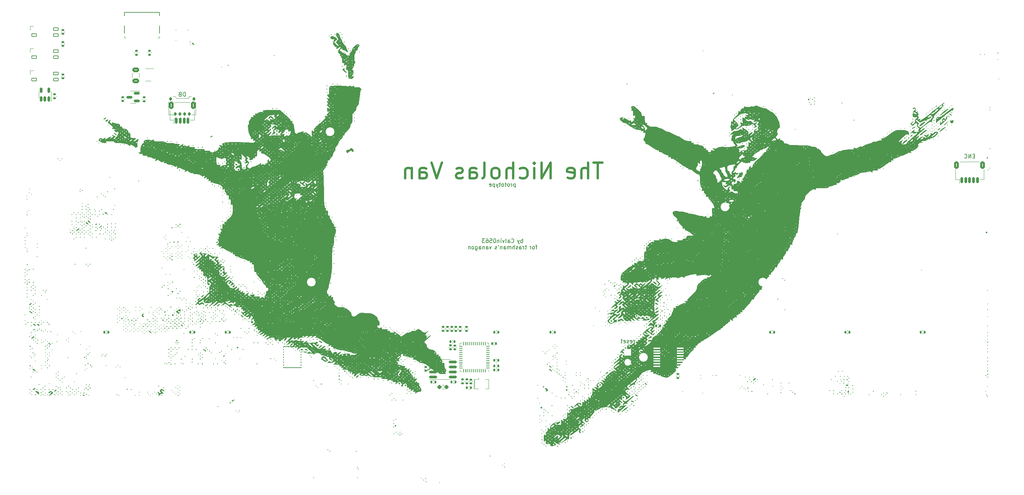
<source format=gbr>
%TF.GenerationSoftware,KiCad,Pcbnew,(7.0.0)*%
%TF.CreationDate,2023-09-23T19:17:17+02:00*%
%TF.ProjectId,the-nicholas-van,7468652d-6e69-4636-986f-6c61732d7661,rev?*%
%TF.SameCoordinates,Original*%
%TF.FileFunction,Legend,Bot*%
%TF.FilePolarity,Positive*%
%FSLAX46Y46*%
G04 Gerber Fmt 4.6, Leading zero omitted, Abs format (unit mm)*
G04 Created by KiCad (PCBNEW (7.0.0)) date 2023-09-23 19:17:17*
%MOMM*%
%LPD*%
G01*
G04 APERTURE LIST*
G04 Aperture macros list*
%AMRoundRect*
0 Rectangle with rounded corners*
0 $1 Rounding radius*
0 $2 $3 $4 $5 $6 $7 $8 $9 X,Y pos of 4 corners*
0 Add a 4 corners polygon primitive as box body*
4,1,4,$2,$3,$4,$5,$6,$7,$8,$9,$2,$3,0*
0 Add four circle primitives for the rounded corners*
1,1,$1+$1,$2,$3*
1,1,$1+$1,$4,$5*
1,1,$1+$1,$6,$7*
1,1,$1+$1,$8,$9*
0 Add four rect primitives between the rounded corners*
20,1,$1+$1,$2,$3,$4,$5,0*
20,1,$1+$1,$4,$5,$6,$7,0*
20,1,$1+$1,$6,$7,$8,$9,0*
20,1,$1+$1,$8,$9,$2,$3,0*%
%AMFreePoly0*
4,1,18,-0.410000,0.593000,-0.403758,0.624380,-0.385983,0.650983,-0.359380,0.668758,-0.328000,0.675000,0.328000,0.675000,0.359380,0.668758,0.385983,0.650983,0.403758,0.624380,0.410000,0.593000,0.410000,-0.593000,0.403758,-0.624380,0.385983,-0.650983,0.359380,-0.668758,0.328000,-0.675000,0.000000,-0.675000,-0.410000,-0.265000,-0.410000,0.593000,-0.410000,0.593000,$1*%
G04 Aperture macros list end*
%ADD10C,0.600000*%
%ADD11C,0.150000*%
%ADD12C,0.120000*%
%ADD13C,0.170180*%
%ADD14C,0.002540*%
%ADD15C,0.200000*%
%ADD16C,0.100000*%
%ADD17C,2.200000*%
%ADD18RoundRect,0.140000X-0.170000X0.140000X-0.170000X-0.140000X0.170000X-0.140000X0.170000X0.140000X0*%
%ADD19RoundRect,0.135000X-0.185000X0.135000X-0.185000X-0.135000X0.185000X-0.135000X0.185000X0.135000X0*%
%ADD20RoundRect,0.135000X-0.135000X-0.185000X0.135000X-0.185000X0.135000X0.185000X-0.135000X0.185000X0*%
%ADD21RoundRect,0.135000X0.135000X0.185000X-0.135000X0.185000X-0.135000X-0.185000X0.135000X-0.185000X0*%
%ADD22R,0.400000X1.900000*%
%ADD23RoundRect,0.140000X0.170000X-0.140000X0.170000X0.140000X-0.170000X0.140000X-0.170000X-0.140000X0*%
%ADD24RoundRect,0.062500X0.062500X-0.375000X0.062500X0.375000X-0.062500X0.375000X-0.062500X-0.375000X0*%
%ADD25RoundRect,0.062500X0.375000X-0.062500X0.375000X0.062500X-0.375000X0.062500X-0.375000X-0.062500X0*%
%ADD26R,5.600000X5.600000*%
%ADD27R,1.778000X0.419100*%
%ADD28R,1.700000X1.700000*%
%ADD29O,1.700000X1.700000*%
%ADD30RoundRect,0.150000X-0.150000X-0.625000X0.150000X-0.625000X0.150000X0.625000X-0.150000X0.625000X0*%
%ADD31RoundRect,0.250000X-0.350000X-0.650000X0.350000X-0.650000X0.350000X0.650000X-0.350000X0.650000X0*%
%ADD32R,0.700000X1.000000*%
%ADD33R,0.700000X0.600000*%
%ADD34RoundRect,0.250000X-0.625000X0.375000X-0.625000X-0.375000X0.625000X-0.375000X0.625000X0.375000X0*%
%ADD35RoundRect,0.082000X-0.593000X0.328000X-0.593000X-0.328000X0.593000X-0.328000X0.593000X0.328000X0*%
%ADD36FreePoly0,270.000000*%
%ADD37RoundRect,0.150000X-0.825000X-0.150000X0.825000X-0.150000X0.825000X0.150000X-0.825000X0.150000X0*%
%ADD38RoundRect,0.150000X0.587500X0.150000X-0.587500X0.150000X-0.587500X-0.150000X0.587500X-0.150000X0*%
%ADD39R,0.600000X1.300000*%
%ADD40R,0.300000X1.300000*%
%ADD41O,1.200000X2.250000*%
%ADD42O,1.200000X1.850000*%
%ADD43RoundRect,0.150000X0.150000X-0.512500X0.150000X0.512500X-0.150000X0.512500X-0.150000X-0.512500X0*%
%ADD44RoundRect,0.140000X-0.140000X-0.170000X0.140000X-0.170000X0.140000X0.170000X-0.140000X0.170000X0*%
%ADD45RoundRect,0.135000X0.185000X-0.135000X0.185000X0.135000X-0.185000X0.135000X-0.185000X-0.135000X0*%
%ADD46RoundRect,0.140000X0.140000X0.170000X-0.140000X0.170000X-0.140000X-0.170000X0.140000X-0.170000X0*%
%ADD47RoundRect,0.150000X-0.150000X-0.275000X0.150000X-0.275000X0.150000X0.275000X-0.150000X0.275000X0*%
%ADD48RoundRect,0.175000X-0.175000X-0.225000X0.175000X-0.225000X0.175000X0.225000X-0.175000X0.225000X0*%
%ADD49RoundRect,0.237500X0.250000X0.237500X-0.250000X0.237500X-0.250000X-0.237500X0.250000X-0.237500X0*%
G04 APERTURE END LIST*
D10*
X173688392Y-85575773D02*
X171402678Y-85575773D01*
X172545535Y-89575773D02*
X172545535Y-85575773D01*
X170069345Y-89575773D02*
X170069345Y-85575773D01*
X168355059Y-89575773D02*
X168355059Y-87480535D01*
X168355059Y-87480535D02*
X168545535Y-87099583D01*
X168545535Y-87099583D02*
X168926487Y-86909107D01*
X168926487Y-86909107D02*
X169497916Y-86909107D01*
X169497916Y-86909107D02*
X169878868Y-87099583D01*
X169878868Y-87099583D02*
X170069345Y-87290059D01*
X164926487Y-89385297D02*
X165307439Y-89575773D01*
X165307439Y-89575773D02*
X166069344Y-89575773D01*
X166069344Y-89575773D02*
X166450297Y-89385297D01*
X166450297Y-89385297D02*
X166640773Y-89004345D01*
X166640773Y-89004345D02*
X166640773Y-87480535D01*
X166640773Y-87480535D02*
X166450297Y-87099583D01*
X166450297Y-87099583D02*
X166069344Y-86909107D01*
X166069344Y-86909107D02*
X165307439Y-86909107D01*
X165307439Y-86909107D02*
X164926487Y-87099583D01*
X164926487Y-87099583D02*
X164736011Y-87480535D01*
X164736011Y-87480535D02*
X164736011Y-87861488D01*
X164736011Y-87861488D02*
X166640773Y-88242440D01*
X160621726Y-89575773D02*
X160621726Y-85575773D01*
X160621726Y-85575773D02*
X158336011Y-89575773D01*
X158336011Y-89575773D02*
X158336011Y-85575773D01*
X156431250Y-89575773D02*
X156431250Y-86909107D01*
X156431250Y-85575773D02*
X156621726Y-85766250D01*
X156621726Y-85766250D02*
X156431250Y-85956726D01*
X156431250Y-85956726D02*
X156240773Y-85766250D01*
X156240773Y-85766250D02*
X156431250Y-85575773D01*
X156431250Y-85575773D02*
X156431250Y-85956726D01*
X152812202Y-89385297D02*
X153193154Y-89575773D01*
X153193154Y-89575773D02*
X153955059Y-89575773D01*
X153955059Y-89575773D02*
X154336011Y-89385297D01*
X154336011Y-89385297D02*
X154526488Y-89194821D01*
X154526488Y-89194821D02*
X154716964Y-88813869D01*
X154716964Y-88813869D02*
X154716964Y-87671011D01*
X154716964Y-87671011D02*
X154526488Y-87290059D01*
X154526488Y-87290059D02*
X154336011Y-87099583D01*
X154336011Y-87099583D02*
X153955059Y-86909107D01*
X153955059Y-86909107D02*
X153193154Y-86909107D01*
X153193154Y-86909107D02*
X152812202Y-87099583D01*
X151097917Y-89575773D02*
X151097917Y-85575773D01*
X149383631Y-89575773D02*
X149383631Y-87480535D01*
X149383631Y-87480535D02*
X149574107Y-87099583D01*
X149574107Y-87099583D02*
X149955059Y-86909107D01*
X149955059Y-86909107D02*
X150526488Y-86909107D01*
X150526488Y-86909107D02*
X150907440Y-87099583D01*
X150907440Y-87099583D02*
X151097917Y-87290059D01*
X146907440Y-89575773D02*
X147288392Y-89385297D01*
X147288392Y-89385297D02*
X147478869Y-89194821D01*
X147478869Y-89194821D02*
X147669345Y-88813869D01*
X147669345Y-88813869D02*
X147669345Y-87671011D01*
X147669345Y-87671011D02*
X147478869Y-87290059D01*
X147478869Y-87290059D02*
X147288392Y-87099583D01*
X147288392Y-87099583D02*
X146907440Y-86909107D01*
X146907440Y-86909107D02*
X146336011Y-86909107D01*
X146336011Y-86909107D02*
X145955059Y-87099583D01*
X145955059Y-87099583D02*
X145764583Y-87290059D01*
X145764583Y-87290059D02*
X145574107Y-87671011D01*
X145574107Y-87671011D02*
X145574107Y-88813869D01*
X145574107Y-88813869D02*
X145764583Y-89194821D01*
X145764583Y-89194821D02*
X145955059Y-89385297D01*
X145955059Y-89385297D02*
X146336011Y-89575773D01*
X146336011Y-89575773D02*
X146907440Y-89575773D01*
X143288392Y-89575773D02*
X143669344Y-89385297D01*
X143669344Y-89385297D02*
X143859821Y-89004345D01*
X143859821Y-89004345D02*
X143859821Y-85575773D01*
X140050297Y-89575773D02*
X140050297Y-87480535D01*
X140050297Y-87480535D02*
X140240773Y-87099583D01*
X140240773Y-87099583D02*
X140621725Y-86909107D01*
X140621725Y-86909107D02*
X141383630Y-86909107D01*
X141383630Y-86909107D02*
X141764583Y-87099583D01*
X140050297Y-89385297D02*
X140431249Y-89575773D01*
X140431249Y-89575773D02*
X141383630Y-89575773D01*
X141383630Y-89575773D02*
X141764583Y-89385297D01*
X141764583Y-89385297D02*
X141955059Y-89004345D01*
X141955059Y-89004345D02*
X141955059Y-88623392D01*
X141955059Y-88623392D02*
X141764583Y-88242440D01*
X141764583Y-88242440D02*
X141383630Y-88051964D01*
X141383630Y-88051964D02*
X140431249Y-88051964D01*
X140431249Y-88051964D02*
X140050297Y-87861488D01*
X138336011Y-89385297D02*
X137955058Y-89575773D01*
X137955058Y-89575773D02*
X137193154Y-89575773D01*
X137193154Y-89575773D02*
X136812201Y-89385297D01*
X136812201Y-89385297D02*
X136621725Y-89004345D01*
X136621725Y-89004345D02*
X136621725Y-88813869D01*
X136621725Y-88813869D02*
X136812201Y-88432916D01*
X136812201Y-88432916D02*
X137193154Y-88242440D01*
X137193154Y-88242440D02*
X137764582Y-88242440D01*
X137764582Y-88242440D02*
X138145535Y-88051964D01*
X138145535Y-88051964D02*
X138336011Y-87671011D01*
X138336011Y-87671011D02*
X138336011Y-87480535D01*
X138336011Y-87480535D02*
X138145535Y-87099583D01*
X138145535Y-87099583D02*
X137764582Y-86909107D01*
X137764582Y-86909107D02*
X137193154Y-86909107D01*
X137193154Y-86909107D02*
X136812201Y-87099583D01*
X133078868Y-85575773D02*
X131745535Y-89575773D01*
X131745535Y-89575773D02*
X130412201Y-85575773D01*
X127364583Y-89575773D02*
X127364583Y-87480535D01*
X127364583Y-87480535D02*
X127555059Y-87099583D01*
X127555059Y-87099583D02*
X127936011Y-86909107D01*
X127936011Y-86909107D02*
X128697916Y-86909107D01*
X128697916Y-86909107D02*
X129078869Y-87099583D01*
X127364583Y-89385297D02*
X127745535Y-89575773D01*
X127745535Y-89575773D02*
X128697916Y-89575773D01*
X128697916Y-89575773D02*
X129078869Y-89385297D01*
X129078869Y-89385297D02*
X129269345Y-89004345D01*
X129269345Y-89004345D02*
X129269345Y-88623392D01*
X129269345Y-88623392D02*
X129078869Y-88242440D01*
X129078869Y-88242440D02*
X128697916Y-88051964D01*
X128697916Y-88051964D02*
X127745535Y-88051964D01*
X127745535Y-88051964D02*
X127364583Y-87861488D01*
X125459821Y-86909107D02*
X125459821Y-89575773D01*
X125459821Y-87290059D02*
X125269344Y-87099583D01*
X125269344Y-87099583D02*
X124888392Y-86909107D01*
X124888392Y-86909107D02*
X124316963Y-86909107D01*
X124316963Y-86909107D02*
X123936011Y-87099583D01*
X123936011Y-87099583D02*
X123745535Y-87480535D01*
X123745535Y-87480535D02*
X123745535Y-89575773D01*
D11*
X151693155Y-90981964D02*
X151693155Y-91981964D01*
X151693155Y-91029583D02*
X151597917Y-90981964D01*
X151597917Y-90981964D02*
X151407441Y-90981964D01*
X151407441Y-90981964D02*
X151312203Y-91029583D01*
X151312203Y-91029583D02*
X151264584Y-91077202D01*
X151264584Y-91077202D02*
X151216965Y-91172440D01*
X151216965Y-91172440D02*
X151216965Y-91458154D01*
X151216965Y-91458154D02*
X151264584Y-91553392D01*
X151264584Y-91553392D02*
X151312203Y-91601011D01*
X151312203Y-91601011D02*
X151407441Y-91648630D01*
X151407441Y-91648630D02*
X151597917Y-91648630D01*
X151597917Y-91648630D02*
X151693155Y-91601011D01*
X150788393Y-91648630D02*
X150788393Y-90981964D01*
X150788393Y-91172440D02*
X150740774Y-91077202D01*
X150740774Y-91077202D02*
X150693155Y-91029583D01*
X150693155Y-91029583D02*
X150597917Y-90981964D01*
X150597917Y-90981964D02*
X150502679Y-90981964D01*
X150026488Y-91648630D02*
X150121726Y-91601011D01*
X150121726Y-91601011D02*
X150169345Y-91553392D01*
X150169345Y-91553392D02*
X150216964Y-91458154D01*
X150216964Y-91458154D02*
X150216964Y-91172440D01*
X150216964Y-91172440D02*
X150169345Y-91077202D01*
X150169345Y-91077202D02*
X150121726Y-91029583D01*
X150121726Y-91029583D02*
X150026488Y-90981964D01*
X150026488Y-90981964D02*
X149883631Y-90981964D01*
X149883631Y-90981964D02*
X149788393Y-91029583D01*
X149788393Y-91029583D02*
X149740774Y-91077202D01*
X149740774Y-91077202D02*
X149693155Y-91172440D01*
X149693155Y-91172440D02*
X149693155Y-91458154D01*
X149693155Y-91458154D02*
X149740774Y-91553392D01*
X149740774Y-91553392D02*
X149788393Y-91601011D01*
X149788393Y-91601011D02*
X149883631Y-91648630D01*
X149883631Y-91648630D02*
X150026488Y-91648630D01*
X149407440Y-90981964D02*
X149026488Y-90981964D01*
X149264583Y-90648630D02*
X149264583Y-91505773D01*
X149264583Y-91505773D02*
X149216964Y-91601011D01*
X149216964Y-91601011D02*
X149121726Y-91648630D01*
X149121726Y-91648630D02*
X149026488Y-91648630D01*
X148550297Y-91648630D02*
X148645535Y-91601011D01*
X148645535Y-91601011D02*
X148693154Y-91553392D01*
X148693154Y-91553392D02*
X148740773Y-91458154D01*
X148740773Y-91458154D02*
X148740773Y-91172440D01*
X148740773Y-91172440D02*
X148693154Y-91077202D01*
X148693154Y-91077202D02*
X148645535Y-91029583D01*
X148645535Y-91029583D02*
X148550297Y-90981964D01*
X148550297Y-90981964D02*
X148407440Y-90981964D01*
X148407440Y-90981964D02*
X148312202Y-91029583D01*
X148312202Y-91029583D02*
X148264583Y-91077202D01*
X148264583Y-91077202D02*
X148216964Y-91172440D01*
X148216964Y-91172440D02*
X148216964Y-91458154D01*
X148216964Y-91458154D02*
X148264583Y-91553392D01*
X148264583Y-91553392D02*
X148312202Y-91601011D01*
X148312202Y-91601011D02*
X148407440Y-91648630D01*
X148407440Y-91648630D02*
X148550297Y-91648630D01*
X147931249Y-90981964D02*
X147550297Y-90981964D01*
X147788392Y-90648630D02*
X147788392Y-91505773D01*
X147788392Y-91505773D02*
X147740773Y-91601011D01*
X147740773Y-91601011D02*
X147645535Y-91648630D01*
X147645535Y-91648630D02*
X147550297Y-91648630D01*
X147312201Y-90981964D02*
X147074106Y-91648630D01*
X146836011Y-90981964D02*
X147074106Y-91648630D01*
X147074106Y-91648630D02*
X147169344Y-91886726D01*
X147169344Y-91886726D02*
X147216963Y-91934345D01*
X147216963Y-91934345D02*
X147312201Y-91981964D01*
X146455058Y-90981964D02*
X146455058Y-91981964D01*
X146455058Y-91029583D02*
X146359820Y-90981964D01*
X146359820Y-90981964D02*
X146169344Y-90981964D01*
X146169344Y-90981964D02*
X146074106Y-91029583D01*
X146074106Y-91029583D02*
X146026487Y-91077202D01*
X146026487Y-91077202D02*
X145978868Y-91172440D01*
X145978868Y-91172440D02*
X145978868Y-91458154D01*
X145978868Y-91458154D02*
X146026487Y-91553392D01*
X146026487Y-91553392D02*
X146074106Y-91601011D01*
X146074106Y-91601011D02*
X146169344Y-91648630D01*
X146169344Y-91648630D02*
X146359820Y-91648630D01*
X146359820Y-91648630D02*
X146455058Y-91601011D01*
X145169344Y-91601011D02*
X145264582Y-91648630D01*
X145264582Y-91648630D02*
X145455058Y-91648630D01*
X145455058Y-91648630D02*
X145550296Y-91601011D01*
X145550296Y-91601011D02*
X145597915Y-91505773D01*
X145597915Y-91505773D02*
X145597915Y-91124821D01*
X145597915Y-91124821D02*
X145550296Y-91029583D01*
X145550296Y-91029583D02*
X145455058Y-90981964D01*
X145455058Y-90981964D02*
X145264582Y-90981964D01*
X145264582Y-90981964D02*
X145169344Y-91029583D01*
X145169344Y-91029583D02*
X145121725Y-91124821D01*
X145121725Y-91124821D02*
X145121725Y-91220059D01*
X145121725Y-91220059D02*
X145597915Y-91315297D01*
X153516964Y-105919880D02*
X153516964Y-104919880D01*
X153516964Y-105300833D02*
X153421726Y-105253214D01*
X153421726Y-105253214D02*
X153231250Y-105253214D01*
X153231250Y-105253214D02*
X153136012Y-105300833D01*
X153136012Y-105300833D02*
X153088393Y-105348452D01*
X153088393Y-105348452D02*
X153040774Y-105443690D01*
X153040774Y-105443690D02*
X153040774Y-105729404D01*
X153040774Y-105729404D02*
X153088393Y-105824642D01*
X153088393Y-105824642D02*
X153136012Y-105872261D01*
X153136012Y-105872261D02*
X153231250Y-105919880D01*
X153231250Y-105919880D02*
X153421726Y-105919880D01*
X153421726Y-105919880D02*
X153516964Y-105872261D01*
X152707440Y-105253214D02*
X152469345Y-105919880D01*
X152231250Y-105253214D02*
X152469345Y-105919880D01*
X152469345Y-105919880D02*
X152564583Y-106157976D01*
X152564583Y-106157976D02*
X152612202Y-106205595D01*
X152612202Y-106205595D02*
X152707440Y-106253214D01*
X150678869Y-105824642D02*
X150726488Y-105872261D01*
X150726488Y-105872261D02*
X150869345Y-105919880D01*
X150869345Y-105919880D02*
X150964583Y-105919880D01*
X150964583Y-105919880D02*
X151107440Y-105872261D01*
X151107440Y-105872261D02*
X151202678Y-105777023D01*
X151202678Y-105777023D02*
X151250297Y-105681785D01*
X151250297Y-105681785D02*
X151297916Y-105491309D01*
X151297916Y-105491309D02*
X151297916Y-105348452D01*
X151297916Y-105348452D02*
X151250297Y-105157976D01*
X151250297Y-105157976D02*
X151202678Y-105062738D01*
X151202678Y-105062738D02*
X151107440Y-104967500D01*
X151107440Y-104967500D02*
X150964583Y-104919880D01*
X150964583Y-104919880D02*
X150869345Y-104919880D01*
X150869345Y-104919880D02*
X150726488Y-104967500D01*
X150726488Y-104967500D02*
X150678869Y-105015119D01*
X149821726Y-105919880D02*
X149821726Y-105396071D01*
X149821726Y-105396071D02*
X149869345Y-105300833D01*
X149869345Y-105300833D02*
X149964583Y-105253214D01*
X149964583Y-105253214D02*
X150155059Y-105253214D01*
X150155059Y-105253214D02*
X150250297Y-105300833D01*
X149821726Y-105872261D02*
X149916964Y-105919880D01*
X149916964Y-105919880D02*
X150155059Y-105919880D01*
X150155059Y-105919880D02*
X150250297Y-105872261D01*
X150250297Y-105872261D02*
X150297916Y-105777023D01*
X150297916Y-105777023D02*
X150297916Y-105681785D01*
X150297916Y-105681785D02*
X150250297Y-105586547D01*
X150250297Y-105586547D02*
X150155059Y-105538928D01*
X150155059Y-105538928D02*
X149916964Y-105538928D01*
X149916964Y-105538928D02*
X149821726Y-105491309D01*
X149202678Y-105919880D02*
X149297916Y-105872261D01*
X149297916Y-105872261D02*
X149345535Y-105777023D01*
X149345535Y-105777023D02*
X149345535Y-104919880D01*
X148916963Y-105253214D02*
X148678868Y-105919880D01*
X148678868Y-105919880D02*
X148440773Y-105253214D01*
X148059820Y-105919880D02*
X148059820Y-105253214D01*
X148059820Y-104919880D02*
X148107439Y-104967500D01*
X148107439Y-104967500D02*
X148059820Y-105015119D01*
X148059820Y-105015119D02*
X148012201Y-104967500D01*
X148012201Y-104967500D02*
X148059820Y-104919880D01*
X148059820Y-104919880D02*
X148059820Y-105015119D01*
X147583630Y-105253214D02*
X147583630Y-105919880D01*
X147583630Y-105348452D02*
X147536011Y-105300833D01*
X147536011Y-105300833D02*
X147440773Y-105253214D01*
X147440773Y-105253214D02*
X147297916Y-105253214D01*
X147297916Y-105253214D02*
X147202678Y-105300833D01*
X147202678Y-105300833D02*
X147155059Y-105396071D01*
X147155059Y-105396071D02*
X147155059Y-105919880D01*
X146488392Y-104919880D02*
X146393154Y-104919880D01*
X146393154Y-104919880D02*
X146297916Y-104967500D01*
X146297916Y-104967500D02*
X146250297Y-105015119D01*
X146250297Y-105015119D02*
X146202678Y-105110357D01*
X146202678Y-105110357D02*
X146155059Y-105300833D01*
X146155059Y-105300833D02*
X146155059Y-105538928D01*
X146155059Y-105538928D02*
X146202678Y-105729404D01*
X146202678Y-105729404D02*
X146250297Y-105824642D01*
X146250297Y-105824642D02*
X146297916Y-105872261D01*
X146297916Y-105872261D02*
X146393154Y-105919880D01*
X146393154Y-105919880D02*
X146488392Y-105919880D01*
X146488392Y-105919880D02*
X146583630Y-105872261D01*
X146583630Y-105872261D02*
X146631249Y-105824642D01*
X146631249Y-105824642D02*
X146678868Y-105729404D01*
X146678868Y-105729404D02*
X146726487Y-105538928D01*
X146726487Y-105538928D02*
X146726487Y-105300833D01*
X146726487Y-105300833D02*
X146678868Y-105110357D01*
X146678868Y-105110357D02*
X146631249Y-105015119D01*
X146631249Y-105015119D02*
X146583630Y-104967500D01*
X146583630Y-104967500D02*
X146488392Y-104919880D01*
X145250297Y-104919880D02*
X145726487Y-104919880D01*
X145726487Y-104919880D02*
X145774106Y-105396071D01*
X145774106Y-105396071D02*
X145726487Y-105348452D01*
X145726487Y-105348452D02*
X145631249Y-105300833D01*
X145631249Y-105300833D02*
X145393154Y-105300833D01*
X145393154Y-105300833D02*
X145297916Y-105348452D01*
X145297916Y-105348452D02*
X145250297Y-105396071D01*
X145250297Y-105396071D02*
X145202678Y-105491309D01*
X145202678Y-105491309D02*
X145202678Y-105729404D01*
X145202678Y-105729404D02*
X145250297Y-105824642D01*
X145250297Y-105824642D02*
X145297916Y-105872261D01*
X145297916Y-105872261D02*
X145393154Y-105919880D01*
X145393154Y-105919880D02*
X145631249Y-105919880D01*
X145631249Y-105919880D02*
X145726487Y-105872261D01*
X145726487Y-105872261D02*
X145774106Y-105824642D01*
X144345535Y-104919880D02*
X144536011Y-104919880D01*
X144536011Y-104919880D02*
X144631249Y-104967500D01*
X144631249Y-104967500D02*
X144678868Y-105015119D01*
X144678868Y-105015119D02*
X144774106Y-105157976D01*
X144774106Y-105157976D02*
X144821725Y-105348452D01*
X144821725Y-105348452D02*
X144821725Y-105729404D01*
X144821725Y-105729404D02*
X144774106Y-105824642D01*
X144774106Y-105824642D02*
X144726487Y-105872261D01*
X144726487Y-105872261D02*
X144631249Y-105919880D01*
X144631249Y-105919880D02*
X144440773Y-105919880D01*
X144440773Y-105919880D02*
X144345535Y-105872261D01*
X144345535Y-105872261D02*
X144297916Y-105824642D01*
X144297916Y-105824642D02*
X144250297Y-105729404D01*
X144250297Y-105729404D02*
X144250297Y-105491309D01*
X144250297Y-105491309D02*
X144297916Y-105396071D01*
X144297916Y-105396071D02*
X144345535Y-105348452D01*
X144345535Y-105348452D02*
X144440773Y-105300833D01*
X144440773Y-105300833D02*
X144631249Y-105300833D01*
X144631249Y-105300833D02*
X144726487Y-105348452D01*
X144726487Y-105348452D02*
X144774106Y-105396071D01*
X144774106Y-105396071D02*
X144821725Y-105491309D01*
X143916963Y-104919880D02*
X143297916Y-104919880D01*
X143297916Y-104919880D02*
X143631249Y-105300833D01*
X143631249Y-105300833D02*
X143488392Y-105300833D01*
X143488392Y-105300833D02*
X143393154Y-105348452D01*
X143393154Y-105348452D02*
X143345535Y-105396071D01*
X143345535Y-105396071D02*
X143297916Y-105491309D01*
X143297916Y-105491309D02*
X143297916Y-105729404D01*
X143297916Y-105729404D02*
X143345535Y-105824642D01*
X143345535Y-105824642D02*
X143393154Y-105872261D01*
X143393154Y-105872261D02*
X143488392Y-105919880D01*
X143488392Y-105919880D02*
X143774106Y-105919880D01*
X143774106Y-105919880D02*
X143869344Y-105872261D01*
X143869344Y-105872261D02*
X143916963Y-105824642D01*
X157197917Y-106873214D02*
X156816965Y-106873214D01*
X157055060Y-107539880D02*
X157055060Y-106682738D01*
X157055060Y-106682738D02*
X157007441Y-106587500D01*
X157007441Y-106587500D02*
X156912203Y-106539880D01*
X156912203Y-106539880D02*
X156816965Y-106539880D01*
X156340774Y-107539880D02*
X156436012Y-107492261D01*
X156436012Y-107492261D02*
X156483631Y-107444642D01*
X156483631Y-107444642D02*
X156531250Y-107349404D01*
X156531250Y-107349404D02*
X156531250Y-107063690D01*
X156531250Y-107063690D02*
X156483631Y-106968452D01*
X156483631Y-106968452D02*
X156436012Y-106920833D01*
X156436012Y-106920833D02*
X156340774Y-106873214D01*
X156340774Y-106873214D02*
X156197917Y-106873214D01*
X156197917Y-106873214D02*
X156102679Y-106920833D01*
X156102679Y-106920833D02*
X156055060Y-106968452D01*
X156055060Y-106968452D02*
X156007441Y-107063690D01*
X156007441Y-107063690D02*
X156007441Y-107349404D01*
X156007441Y-107349404D02*
X156055060Y-107444642D01*
X156055060Y-107444642D02*
X156102679Y-107492261D01*
X156102679Y-107492261D02*
X156197917Y-107539880D01*
X156197917Y-107539880D02*
X156340774Y-107539880D01*
X155578869Y-107539880D02*
X155578869Y-106873214D01*
X155578869Y-107063690D02*
X155531250Y-106968452D01*
X155531250Y-106968452D02*
X155483631Y-106920833D01*
X155483631Y-106920833D02*
X155388393Y-106873214D01*
X155388393Y-106873214D02*
X155293155Y-106873214D01*
X154502678Y-106873214D02*
X154121726Y-106873214D01*
X154359821Y-106539880D02*
X154359821Y-107397023D01*
X154359821Y-107397023D02*
X154312202Y-107492261D01*
X154312202Y-107492261D02*
X154216964Y-107539880D01*
X154216964Y-107539880D02*
X154121726Y-107539880D01*
X153788392Y-107539880D02*
X153788392Y-106873214D01*
X153788392Y-107063690D02*
X153740773Y-106968452D01*
X153740773Y-106968452D02*
X153693154Y-106920833D01*
X153693154Y-106920833D02*
X153597916Y-106873214D01*
X153597916Y-106873214D02*
X153502678Y-106873214D01*
X152740773Y-107539880D02*
X152740773Y-107016071D01*
X152740773Y-107016071D02*
X152788392Y-106920833D01*
X152788392Y-106920833D02*
X152883630Y-106873214D01*
X152883630Y-106873214D02*
X153074106Y-106873214D01*
X153074106Y-106873214D02*
X153169344Y-106920833D01*
X152740773Y-107492261D02*
X152836011Y-107539880D01*
X152836011Y-107539880D02*
X153074106Y-107539880D01*
X153074106Y-107539880D02*
X153169344Y-107492261D01*
X153169344Y-107492261D02*
X153216963Y-107397023D01*
X153216963Y-107397023D02*
X153216963Y-107301785D01*
X153216963Y-107301785D02*
X153169344Y-107206547D01*
X153169344Y-107206547D02*
X153074106Y-107158928D01*
X153074106Y-107158928D02*
X152836011Y-107158928D01*
X152836011Y-107158928D02*
X152740773Y-107111309D01*
X152312201Y-107492261D02*
X152216963Y-107539880D01*
X152216963Y-107539880D02*
X152026487Y-107539880D01*
X152026487Y-107539880D02*
X151931249Y-107492261D01*
X151931249Y-107492261D02*
X151883630Y-107397023D01*
X151883630Y-107397023D02*
X151883630Y-107349404D01*
X151883630Y-107349404D02*
X151931249Y-107254166D01*
X151931249Y-107254166D02*
X152026487Y-107206547D01*
X152026487Y-107206547D02*
X152169344Y-107206547D01*
X152169344Y-107206547D02*
X152264582Y-107158928D01*
X152264582Y-107158928D02*
X152312201Y-107063690D01*
X152312201Y-107063690D02*
X152312201Y-107016071D01*
X152312201Y-107016071D02*
X152264582Y-106920833D01*
X152264582Y-106920833D02*
X152169344Y-106873214D01*
X152169344Y-106873214D02*
X152026487Y-106873214D01*
X152026487Y-106873214D02*
X151931249Y-106920833D01*
X151455058Y-107539880D02*
X151455058Y-106539880D01*
X151026487Y-107539880D02*
X151026487Y-107016071D01*
X151026487Y-107016071D02*
X151074106Y-106920833D01*
X151074106Y-106920833D02*
X151169344Y-106873214D01*
X151169344Y-106873214D02*
X151312201Y-106873214D01*
X151312201Y-106873214D02*
X151407439Y-106920833D01*
X151407439Y-106920833D02*
X151455058Y-106968452D01*
X150550296Y-107539880D02*
X150550296Y-106873214D01*
X150550296Y-106968452D02*
X150502677Y-106920833D01*
X150502677Y-106920833D02*
X150407439Y-106873214D01*
X150407439Y-106873214D02*
X150264582Y-106873214D01*
X150264582Y-106873214D02*
X150169344Y-106920833D01*
X150169344Y-106920833D02*
X150121725Y-107016071D01*
X150121725Y-107016071D02*
X150121725Y-107539880D01*
X150121725Y-107016071D02*
X150074106Y-106920833D01*
X150074106Y-106920833D02*
X149978868Y-106873214D01*
X149978868Y-106873214D02*
X149836011Y-106873214D01*
X149836011Y-106873214D02*
X149740772Y-106920833D01*
X149740772Y-106920833D02*
X149693153Y-107016071D01*
X149693153Y-107016071D02*
X149693153Y-107539880D01*
X148788392Y-107539880D02*
X148788392Y-107016071D01*
X148788392Y-107016071D02*
X148836011Y-106920833D01*
X148836011Y-106920833D02*
X148931249Y-106873214D01*
X148931249Y-106873214D02*
X149121725Y-106873214D01*
X149121725Y-106873214D02*
X149216963Y-106920833D01*
X148788392Y-107492261D02*
X148883630Y-107539880D01*
X148883630Y-107539880D02*
X149121725Y-107539880D01*
X149121725Y-107539880D02*
X149216963Y-107492261D01*
X149216963Y-107492261D02*
X149264582Y-107397023D01*
X149264582Y-107397023D02*
X149264582Y-107301785D01*
X149264582Y-107301785D02*
X149216963Y-107206547D01*
X149216963Y-107206547D02*
X149121725Y-107158928D01*
X149121725Y-107158928D02*
X148883630Y-107158928D01*
X148883630Y-107158928D02*
X148788392Y-107111309D01*
X148312201Y-106873214D02*
X148312201Y-107539880D01*
X148312201Y-106968452D02*
X148264582Y-106920833D01*
X148264582Y-106920833D02*
X148169344Y-106873214D01*
X148169344Y-106873214D02*
X148026487Y-106873214D01*
X148026487Y-106873214D02*
X147931249Y-106920833D01*
X147931249Y-106920833D02*
X147883630Y-107016071D01*
X147883630Y-107016071D02*
X147883630Y-107539880D01*
X147359820Y-106539880D02*
X147455058Y-106730357D01*
X146978868Y-107492261D02*
X146883630Y-107539880D01*
X146883630Y-107539880D02*
X146693154Y-107539880D01*
X146693154Y-107539880D02*
X146597916Y-107492261D01*
X146597916Y-107492261D02*
X146550297Y-107397023D01*
X146550297Y-107397023D02*
X146550297Y-107349404D01*
X146550297Y-107349404D02*
X146597916Y-107254166D01*
X146597916Y-107254166D02*
X146693154Y-107206547D01*
X146693154Y-107206547D02*
X146836011Y-107206547D01*
X146836011Y-107206547D02*
X146931249Y-107158928D01*
X146931249Y-107158928D02*
X146978868Y-107063690D01*
X146978868Y-107063690D02*
X146978868Y-107016071D01*
X146978868Y-107016071D02*
X146931249Y-106920833D01*
X146931249Y-106920833D02*
X146836011Y-106873214D01*
X146836011Y-106873214D02*
X146693154Y-106873214D01*
X146693154Y-106873214D02*
X146597916Y-106920833D01*
X145616963Y-106873214D02*
X145378868Y-107539880D01*
X145378868Y-107539880D02*
X145140773Y-106873214D01*
X144331249Y-107539880D02*
X144331249Y-107016071D01*
X144331249Y-107016071D02*
X144378868Y-106920833D01*
X144378868Y-106920833D02*
X144474106Y-106873214D01*
X144474106Y-106873214D02*
X144664582Y-106873214D01*
X144664582Y-106873214D02*
X144759820Y-106920833D01*
X144331249Y-107492261D02*
X144426487Y-107539880D01*
X144426487Y-107539880D02*
X144664582Y-107539880D01*
X144664582Y-107539880D02*
X144759820Y-107492261D01*
X144759820Y-107492261D02*
X144807439Y-107397023D01*
X144807439Y-107397023D02*
X144807439Y-107301785D01*
X144807439Y-107301785D02*
X144759820Y-107206547D01*
X144759820Y-107206547D02*
X144664582Y-107158928D01*
X144664582Y-107158928D02*
X144426487Y-107158928D01*
X144426487Y-107158928D02*
X144331249Y-107111309D01*
X143855058Y-106873214D02*
X143855058Y-107539880D01*
X143855058Y-106968452D02*
X143807439Y-106920833D01*
X143807439Y-106920833D02*
X143712201Y-106873214D01*
X143712201Y-106873214D02*
X143569344Y-106873214D01*
X143569344Y-106873214D02*
X143474106Y-106920833D01*
X143474106Y-106920833D02*
X143426487Y-107016071D01*
X143426487Y-107016071D02*
X143426487Y-107539880D01*
X142521725Y-107539880D02*
X142521725Y-107016071D01*
X142521725Y-107016071D02*
X142569344Y-106920833D01*
X142569344Y-106920833D02*
X142664582Y-106873214D01*
X142664582Y-106873214D02*
X142855058Y-106873214D01*
X142855058Y-106873214D02*
X142950296Y-106920833D01*
X142521725Y-107492261D02*
X142616963Y-107539880D01*
X142616963Y-107539880D02*
X142855058Y-107539880D01*
X142855058Y-107539880D02*
X142950296Y-107492261D01*
X142950296Y-107492261D02*
X142997915Y-107397023D01*
X142997915Y-107397023D02*
X142997915Y-107301785D01*
X142997915Y-107301785D02*
X142950296Y-107206547D01*
X142950296Y-107206547D02*
X142855058Y-107158928D01*
X142855058Y-107158928D02*
X142616963Y-107158928D01*
X142616963Y-107158928D02*
X142521725Y-107111309D01*
X141616963Y-106873214D02*
X141616963Y-107682738D01*
X141616963Y-107682738D02*
X141664582Y-107777976D01*
X141664582Y-107777976D02*
X141712201Y-107825595D01*
X141712201Y-107825595D02*
X141807439Y-107873214D01*
X141807439Y-107873214D02*
X141950296Y-107873214D01*
X141950296Y-107873214D02*
X142045534Y-107825595D01*
X141616963Y-107492261D02*
X141712201Y-107539880D01*
X141712201Y-107539880D02*
X141902677Y-107539880D01*
X141902677Y-107539880D02*
X141997915Y-107492261D01*
X141997915Y-107492261D02*
X142045534Y-107444642D01*
X142045534Y-107444642D02*
X142093153Y-107349404D01*
X142093153Y-107349404D02*
X142093153Y-107063690D01*
X142093153Y-107063690D02*
X142045534Y-106968452D01*
X142045534Y-106968452D02*
X141997915Y-106920833D01*
X141997915Y-106920833D02*
X141902677Y-106873214D01*
X141902677Y-106873214D02*
X141712201Y-106873214D01*
X141712201Y-106873214D02*
X141616963Y-106920833D01*
X140997915Y-107539880D02*
X141093153Y-107492261D01*
X141093153Y-107492261D02*
X141140772Y-107444642D01*
X141140772Y-107444642D02*
X141188391Y-107349404D01*
X141188391Y-107349404D02*
X141188391Y-107063690D01*
X141188391Y-107063690D02*
X141140772Y-106968452D01*
X141140772Y-106968452D02*
X141093153Y-106920833D01*
X141093153Y-106920833D02*
X140997915Y-106873214D01*
X140997915Y-106873214D02*
X140855058Y-106873214D01*
X140855058Y-106873214D02*
X140759820Y-106920833D01*
X140759820Y-106920833D02*
X140712201Y-106968452D01*
X140712201Y-106968452D02*
X140664582Y-107063690D01*
X140664582Y-107063690D02*
X140664582Y-107349404D01*
X140664582Y-107349404D02*
X140712201Y-107444642D01*
X140712201Y-107444642D02*
X140759820Y-107492261D01*
X140759820Y-107492261D02*
X140855058Y-107539880D01*
X140855058Y-107539880D02*
X140997915Y-107539880D01*
X140236010Y-106873214D02*
X140236010Y-107539880D01*
X140236010Y-106968452D02*
X140188391Y-106920833D01*
X140188391Y-106920833D02*
X140093153Y-106873214D01*
X140093153Y-106873214D02*
X139950296Y-106873214D01*
X139950296Y-106873214D02*
X139855058Y-106920833D01*
X139855058Y-106920833D02*
X139807439Y-107016071D01*
X139807439Y-107016071D02*
X139807439Y-107539880D01*
X68107238Y-68806553D02*
X68107238Y-67806553D01*
X68107238Y-67806553D02*
X67869143Y-67806553D01*
X67869143Y-67806553D02*
X67726286Y-67854173D01*
X67726286Y-67854173D02*
X67631048Y-67949411D01*
X67631048Y-67949411D02*
X67583429Y-68044649D01*
X67583429Y-68044649D02*
X67535810Y-68235125D01*
X67535810Y-68235125D02*
X67535810Y-68377982D01*
X67535810Y-68377982D02*
X67583429Y-68568458D01*
X67583429Y-68568458D02*
X67631048Y-68663696D01*
X67631048Y-68663696D02*
X67726286Y-68758934D01*
X67726286Y-68758934D02*
X67869143Y-68806553D01*
X67869143Y-68806553D02*
X68107238Y-68806553D01*
X66773905Y-68282744D02*
X66631048Y-68330363D01*
X66631048Y-68330363D02*
X66583429Y-68377982D01*
X66583429Y-68377982D02*
X66535810Y-68473220D01*
X66535810Y-68473220D02*
X66535810Y-68616077D01*
X66535810Y-68616077D02*
X66583429Y-68711315D01*
X66583429Y-68711315D02*
X66631048Y-68758934D01*
X66631048Y-68758934D02*
X66726286Y-68806553D01*
X66726286Y-68806553D02*
X67107238Y-68806553D01*
X67107238Y-68806553D02*
X67107238Y-67806553D01*
X67107238Y-67806553D02*
X66773905Y-67806553D01*
X66773905Y-67806553D02*
X66678667Y-67854173D01*
X66678667Y-67854173D02*
X66631048Y-67901792D01*
X66631048Y-67901792D02*
X66583429Y-67997030D01*
X66583429Y-67997030D02*
X66583429Y-68092268D01*
X66583429Y-68092268D02*
X66631048Y-68187506D01*
X66631048Y-68187506D02*
X66678667Y-68235125D01*
X66678667Y-68235125D02*
X66773905Y-68282744D01*
X66773905Y-68282744D02*
X67107238Y-68282744D01*
X267938094Y-83981071D02*
X267604761Y-83981071D01*
X267461904Y-84504880D02*
X267938094Y-84504880D01*
X267938094Y-84504880D02*
X267938094Y-83504880D01*
X267938094Y-83504880D02*
X267461904Y-83504880D01*
X267033332Y-84504880D02*
X267033332Y-83504880D01*
X267033332Y-83504880D02*
X266461904Y-84504880D01*
X266461904Y-84504880D02*
X266461904Y-83504880D01*
X265414285Y-84409642D02*
X265461904Y-84457261D01*
X265461904Y-84457261D02*
X265604761Y-84504880D01*
X265604761Y-84504880D02*
X265699999Y-84504880D01*
X265699999Y-84504880D02*
X265842856Y-84457261D01*
X265842856Y-84457261D02*
X265938094Y-84362023D01*
X265938094Y-84362023D02*
X265985713Y-84266785D01*
X265985713Y-84266785D02*
X266033332Y-84076309D01*
X266033332Y-84076309D02*
X266033332Y-83933452D01*
X266033332Y-83933452D02*
X265985713Y-83742976D01*
X265985713Y-83742976D02*
X265938094Y-83647738D01*
X265938094Y-83647738D02*
X265842856Y-83552500D01*
X265842856Y-83552500D02*
X265699999Y-83504880D01*
X265699999Y-83504880D02*
X265604761Y-83504880D01*
X265604761Y-83504880D02*
X265461904Y-83552500D01*
X265461904Y-83552500D02*
X265414285Y-83600119D01*
X181800297Y-131336130D02*
X181800297Y-130669464D01*
X181800297Y-130859940D02*
X181752678Y-130764702D01*
X181752678Y-130764702D02*
X181705059Y-130717083D01*
X181705059Y-130717083D02*
X181609821Y-130669464D01*
X181609821Y-130669464D02*
X181514583Y-130669464D01*
X180800297Y-131288511D02*
X180895535Y-131336130D01*
X180895535Y-131336130D02*
X181086011Y-131336130D01*
X181086011Y-131336130D02*
X181181249Y-131288511D01*
X181181249Y-131288511D02*
X181228868Y-131193273D01*
X181228868Y-131193273D02*
X181228868Y-130812321D01*
X181228868Y-130812321D02*
X181181249Y-130717083D01*
X181181249Y-130717083D02*
X181086011Y-130669464D01*
X181086011Y-130669464D02*
X180895535Y-130669464D01*
X180895535Y-130669464D02*
X180800297Y-130717083D01*
X180800297Y-130717083D02*
X180752678Y-130812321D01*
X180752678Y-130812321D02*
X180752678Y-130907559D01*
X180752678Y-130907559D02*
X181228868Y-131002797D01*
X180371725Y-131288511D02*
X180276487Y-131336130D01*
X180276487Y-131336130D02*
X180086011Y-131336130D01*
X180086011Y-131336130D02*
X179990773Y-131288511D01*
X179990773Y-131288511D02*
X179943154Y-131193273D01*
X179943154Y-131193273D02*
X179943154Y-131145654D01*
X179943154Y-131145654D02*
X179990773Y-131050416D01*
X179990773Y-131050416D02*
X180086011Y-131002797D01*
X180086011Y-131002797D02*
X180228868Y-131002797D01*
X180228868Y-131002797D02*
X180324106Y-130955178D01*
X180324106Y-130955178D02*
X180371725Y-130859940D01*
X180371725Y-130859940D02*
X180371725Y-130812321D01*
X180371725Y-130812321D02*
X180324106Y-130717083D01*
X180324106Y-130717083D02*
X180228868Y-130669464D01*
X180228868Y-130669464D02*
X180086011Y-130669464D01*
X180086011Y-130669464D02*
X179990773Y-130717083D01*
X179133630Y-131288511D02*
X179228868Y-131336130D01*
X179228868Y-131336130D02*
X179419344Y-131336130D01*
X179419344Y-131336130D02*
X179514582Y-131288511D01*
X179514582Y-131288511D02*
X179562201Y-131193273D01*
X179562201Y-131193273D02*
X179562201Y-130812321D01*
X179562201Y-130812321D02*
X179514582Y-130717083D01*
X179514582Y-130717083D02*
X179419344Y-130669464D01*
X179419344Y-130669464D02*
X179228868Y-130669464D01*
X179228868Y-130669464D02*
X179133630Y-130717083D01*
X179133630Y-130717083D02*
X179086011Y-130812321D01*
X179086011Y-130812321D02*
X179086011Y-130907559D01*
X179086011Y-130907559D02*
X179562201Y-131002797D01*
X178800296Y-130669464D02*
X178419344Y-130669464D01*
X178657439Y-130336130D02*
X178657439Y-131193273D01*
X178657439Y-131193273D02*
X178609820Y-131288511D01*
X178609820Y-131288511D02*
X178514582Y-131336130D01*
X178514582Y-131336130D02*
X178419344Y-131336130D01*
D12*
%TO.C,C6*%
X139802322Y-140949387D02*
X139802322Y-141165059D01*
X139082322Y-140949387D02*
X139082322Y-141165059D01*
%TO.C,R6*%
X138087458Y-127609598D02*
X138087458Y-127916880D01*
X137327458Y-127609598D02*
X137327458Y-127916880D01*
%TO.C,R15*%
X69745507Y-128207500D02*
X70052789Y-128207500D01*
X69745507Y-128967500D02*
X70052789Y-128967500D01*
%TO.C,R24*%
X216540109Y-128207500D02*
X216847391Y-128207500D01*
X216540109Y-128967500D02*
X216847391Y-128967500D01*
%TO.C,R4*%
X135958946Y-127581625D02*
X135958946Y-127888907D01*
X135198946Y-127581625D02*
X135198946Y-127888907D01*
%TO.C,R19*%
X131122391Y-141573750D02*
X130815109Y-141573750D01*
X131122391Y-140813750D02*
X130815109Y-140813750D01*
%TO.C,G\u002A\u002A\u002A*%
G36*
X274212241Y-64406799D02*
G01*
X274083959Y-64513522D01*
X273955676Y-64406799D01*
X274083959Y-64300077D01*
X274212241Y-64406799D01*
G37*
G36*
X273955676Y-59497556D02*
G01*
X273827393Y-59604278D01*
X273699110Y-59497556D01*
X273827393Y-59390833D01*
X273955676Y-59497556D01*
G37*
G36*
X271976523Y-87000153D02*
G01*
X271848241Y-87106875D01*
X271719958Y-87000153D01*
X271848241Y-86893430D01*
X271976523Y-87000153D01*
G37*
G36*
X271976523Y-82090909D02*
G01*
X271848241Y-82197632D01*
X271719958Y-82090909D01*
X271848241Y-81984186D01*
X271976523Y-82090909D01*
G37*
G36*
X271976523Y-72272421D02*
G01*
X271848241Y-72379144D01*
X271719958Y-72272421D01*
X271848241Y-72165699D01*
X271976523Y-72272421D01*
G37*
G36*
X271976523Y-71632085D02*
G01*
X271848241Y-71738808D01*
X271719958Y-71632085D01*
X271848241Y-71525363D01*
X271976523Y-71632085D01*
G37*
G36*
X271463392Y-87427043D02*
G01*
X271335109Y-87533766D01*
X271206827Y-87427043D01*
X271335109Y-87320321D01*
X271463392Y-87427043D01*
G37*
G36*
X271384032Y-144889822D02*
G01*
X271255750Y-144996544D01*
X271127467Y-144889822D01*
X271255750Y-144783099D01*
X271384032Y-144889822D01*
G37*
G36*
X271384032Y-142328477D02*
G01*
X271255750Y-142435200D01*
X271127467Y-142328477D01*
X271255750Y-142221754D01*
X271384032Y-142328477D01*
G37*
G36*
X271384032Y-139980578D02*
G01*
X271255750Y-140087301D01*
X271127467Y-139980578D01*
X271255750Y-139873855D01*
X271384032Y-139980578D01*
G37*
G36*
X271384032Y-137632679D02*
G01*
X271255750Y-137739402D01*
X271127467Y-137632679D01*
X271255750Y-137525956D01*
X271384032Y-137632679D01*
G37*
G36*
X271384032Y-136778897D02*
G01*
X271255750Y-136885620D01*
X271127467Y-136778897D01*
X271255750Y-136672175D01*
X271384032Y-136778897D01*
G37*
G36*
X271384032Y-135925116D02*
G01*
X271255750Y-136031838D01*
X271127467Y-135925116D01*
X271255750Y-135818393D01*
X271384032Y-135925116D01*
G37*
G36*
X271384032Y-135071334D02*
G01*
X271255750Y-135178057D01*
X271127467Y-135071334D01*
X271255750Y-134964612D01*
X271384032Y-135071334D01*
G37*
G36*
X271384032Y-133577217D02*
G01*
X271255750Y-133683939D01*
X271127467Y-133577217D01*
X271255750Y-133470494D01*
X271384032Y-133577217D01*
G37*
G36*
X271384032Y-132723435D02*
G01*
X271255750Y-132830158D01*
X271127467Y-132723435D01*
X271255750Y-132616712D01*
X271384032Y-132723435D01*
G37*
G36*
X271384032Y-131869654D02*
G01*
X271255750Y-131976376D01*
X271127467Y-131869654D01*
X271255750Y-131762931D01*
X271384032Y-131869654D01*
G37*
G36*
X271384032Y-130375536D02*
G01*
X271255750Y-130482259D01*
X271127467Y-130375536D01*
X271255750Y-130268813D01*
X271384032Y-130375536D01*
G37*
G36*
X271384032Y-129521754D02*
G01*
X271255750Y-129628477D01*
X271127467Y-129521754D01*
X271255750Y-129415032D01*
X271384032Y-129521754D01*
G37*
G36*
X271384032Y-128667973D02*
G01*
X271255750Y-128774696D01*
X271127467Y-128667973D01*
X271255750Y-128561250D01*
X271384032Y-128667973D01*
G37*
G36*
X271384032Y-126960410D02*
G01*
X271255750Y-127067133D01*
X271127467Y-126960410D01*
X271255750Y-126853687D01*
X271384032Y-126960410D01*
G37*
G36*
X271384032Y-124612511D02*
G01*
X271255750Y-124719233D01*
X271127467Y-124612511D01*
X271255750Y-124505788D01*
X271384032Y-124612511D01*
G37*
G36*
X271384032Y-122904948D02*
G01*
X271255750Y-123011670D01*
X271127467Y-122904948D01*
X271255750Y-122798225D01*
X271384032Y-122904948D01*
G37*
G36*
X271384032Y-121410830D02*
G01*
X271255750Y-121517553D01*
X271127467Y-121410830D01*
X271255750Y-121304107D01*
X271384032Y-121410830D01*
G37*
G36*
X271384032Y-117995704D02*
G01*
X271255750Y-118102427D01*
X271127467Y-117995704D01*
X271255750Y-117888981D01*
X271384032Y-117995704D01*
G37*
G36*
X271127467Y-144462931D02*
G01*
X270999184Y-144569654D01*
X270870901Y-144462931D01*
X270999184Y-144356208D01*
X271127467Y-144462931D01*
G37*
G36*
X270870901Y-143609149D02*
G01*
X270742618Y-143715872D01*
X270614336Y-143609149D01*
X270742618Y-143502427D01*
X270870901Y-143609149D01*
G37*
G36*
X270870901Y-139553687D02*
G01*
X270742618Y-139660410D01*
X270614336Y-139553687D01*
X270742618Y-139446965D01*
X270870901Y-139553687D01*
G37*
G36*
X270870901Y-130802427D02*
G01*
X270742618Y-130909149D01*
X270614336Y-130802427D01*
X270742618Y-130695704D01*
X270870901Y-130802427D01*
G37*
G36*
X270620322Y-58216883D02*
G01*
X270492039Y-58323606D01*
X270363757Y-58216883D01*
X270492039Y-58110161D01*
X270620322Y-58216883D01*
G37*
G36*
X269594060Y-58216883D02*
G01*
X269465777Y-58323606D01*
X269337494Y-58216883D01*
X269465777Y-58110161D01*
X269594060Y-58216883D01*
G37*
G36*
X262189535Y-76105736D02*
G01*
X262061252Y-76212459D01*
X261932969Y-76105736D01*
X262061252Y-75999013D01*
X262189535Y-76105736D01*
G37*
G36*
X262189535Y-71196492D02*
G01*
X262061252Y-71303215D01*
X261932969Y-71196492D01*
X262061252Y-71089770D01*
X262189535Y-71196492D01*
G37*
G36*
X261676404Y-71623383D02*
G01*
X261548121Y-71730106D01*
X261419838Y-71623383D01*
X261548121Y-71516660D01*
X261676404Y-71623383D01*
G37*
G36*
X261644547Y-73581043D02*
G01*
X261516264Y-73687766D01*
X261387981Y-73581043D01*
X261516264Y-73474321D01*
X261644547Y-73581043D01*
G37*
G36*
X261131415Y-74007934D02*
G01*
X261003132Y-74114657D01*
X260874850Y-74007934D01*
X261003132Y-73901211D01*
X261131415Y-74007934D01*
G37*
G36*
X260906707Y-77386408D02*
G01*
X260778424Y-77493131D01*
X260650141Y-77386408D01*
X260778424Y-77279686D01*
X260906707Y-77386408D01*
G37*
G36*
X260393575Y-72050274D02*
G01*
X260265292Y-72156996D01*
X260137010Y-72050274D01*
X260265292Y-71943551D01*
X260393575Y-72050274D01*
G37*
G36*
X259880444Y-76532627D02*
G01*
X259752161Y-76639349D01*
X259623878Y-76532627D01*
X259752161Y-76425904D01*
X259880444Y-76532627D01*
G37*
G36*
X259880444Y-72477165D02*
G01*
X259752161Y-72583887D01*
X259623878Y-72477165D01*
X259752161Y-72370442D01*
X259880444Y-72477165D01*
G37*
G36*
X258854181Y-78880526D02*
G01*
X258725899Y-78987249D01*
X258597616Y-78880526D01*
X258725899Y-78773803D01*
X258854181Y-78880526D01*
G37*
G36*
X258854181Y-76532627D02*
G01*
X258725899Y-76639349D01*
X258597616Y-76532627D01*
X258725899Y-76425904D01*
X258854181Y-76532627D01*
G37*
G36*
X258854181Y-75678845D02*
G01*
X258725899Y-75785568D01*
X258597616Y-75678845D01*
X258725899Y-75572123D01*
X258854181Y-75678845D01*
G37*
G36*
X258854181Y-73330946D02*
G01*
X258725899Y-73437669D01*
X258597616Y-73330946D01*
X258725899Y-73224223D01*
X258854181Y-73330946D01*
G37*
G36*
X258341050Y-76959517D02*
G01*
X258212767Y-77066240D01*
X258084484Y-76959517D01*
X258212767Y-76852795D01*
X258341050Y-76959517D01*
G37*
G36*
X258341050Y-76105736D02*
G01*
X258212767Y-76212459D01*
X258084484Y-76105736D01*
X258212767Y-75999013D01*
X258341050Y-76105736D01*
G37*
G36*
X258341050Y-73757837D02*
G01*
X258212767Y-73864560D01*
X258084484Y-73757837D01*
X258212767Y-73651114D01*
X258341050Y-73757837D01*
G37*
G36*
X257827919Y-79734307D02*
G01*
X257699636Y-79841030D01*
X257571353Y-79734307D01*
X257699636Y-79627585D01*
X257827919Y-79734307D01*
G37*
G36*
X257827919Y-77386408D02*
G01*
X257699636Y-77493131D01*
X257571353Y-77386408D01*
X257699636Y-77279686D01*
X257827919Y-77386408D01*
G37*
G36*
X257827919Y-76532627D02*
G01*
X257699636Y-76639349D01*
X257571353Y-76532627D01*
X257699636Y-76425904D01*
X257827919Y-76532627D01*
G37*
G36*
X257827919Y-75678845D02*
G01*
X257699636Y-75785568D01*
X257571353Y-75678845D01*
X257699636Y-75572123D01*
X257827919Y-75678845D01*
G37*
G36*
X257827919Y-71623383D02*
G01*
X257699636Y-71730106D01*
X257571353Y-71623383D01*
X257699636Y-71516660D01*
X257827919Y-71623383D01*
G37*
G36*
X257314787Y-77813299D02*
G01*
X257186505Y-77920022D01*
X257058222Y-77813299D01*
X257186505Y-77706576D01*
X257314787Y-77813299D01*
G37*
G36*
X257314787Y-76959517D02*
G01*
X257186505Y-77066240D01*
X257058222Y-76959517D01*
X257186505Y-76852795D01*
X257314787Y-76959517D01*
G37*
G36*
X257314787Y-76105736D02*
G01*
X257186505Y-76212459D01*
X257058222Y-76105736D01*
X257186505Y-75999013D01*
X257314787Y-76105736D01*
G37*
G36*
X257314787Y-72050274D02*
G01*
X257186505Y-72156996D01*
X257058222Y-72050274D01*
X257186505Y-71943551D01*
X257314787Y-72050274D01*
G37*
G36*
X256801656Y-77386408D02*
G01*
X256673373Y-77493131D01*
X256545090Y-77386408D01*
X256673373Y-77279686D01*
X256801656Y-77386408D01*
G37*
G36*
X256801656Y-72477165D02*
G01*
X256673373Y-72583887D01*
X256545090Y-72477165D01*
X256673373Y-72370442D01*
X256801656Y-72477165D01*
G37*
G36*
X256288525Y-77813299D02*
G01*
X256160242Y-77920022D01*
X256031959Y-77813299D01*
X256160242Y-77706576D01*
X256288525Y-77813299D01*
G37*
G36*
X256288525Y-76959517D02*
G01*
X256160242Y-77066240D01*
X256031959Y-76959517D01*
X256160242Y-76852795D01*
X256288525Y-76959517D01*
G37*
G36*
X256288525Y-76105736D02*
G01*
X256160242Y-76212459D01*
X256031959Y-76105736D01*
X256160242Y-75999013D01*
X256288525Y-76105736D01*
G37*
G36*
X256288525Y-72904055D02*
G01*
X256160242Y-73010778D01*
X256031959Y-72904055D01*
X256160242Y-72797333D01*
X256288525Y-72904055D01*
G37*
G36*
X255775393Y-78240190D02*
G01*
X255647111Y-78346912D01*
X255518828Y-78240190D01*
X255647111Y-78133467D01*
X255775393Y-78240190D01*
G37*
G36*
X254669771Y-112864313D02*
G01*
X254541488Y-112971035D01*
X254413206Y-112864313D01*
X254541488Y-112757590D01*
X254669771Y-112864313D01*
G37*
G36*
X253466303Y-76959517D02*
G01*
X253338020Y-77066240D01*
X253209737Y-76959517D01*
X253338020Y-76852795D01*
X253466303Y-76959517D01*
G37*
G36*
X253237235Y-144400750D02*
G01*
X253108952Y-144507472D01*
X252980669Y-144400750D01*
X253108952Y-144294027D01*
X253237235Y-144400750D01*
G37*
G36*
X253237235Y-143546968D02*
G01*
X253108952Y-143653691D01*
X252980669Y-143546968D01*
X253108952Y-143440245D01*
X253237235Y-143546968D01*
G37*
G36*
X252440040Y-74611618D02*
G01*
X252311757Y-74718341D01*
X252183474Y-74611618D01*
X252311757Y-74504896D01*
X252440040Y-74611618D01*
G37*
G36*
X251926909Y-77386408D02*
G01*
X251798626Y-77493131D01*
X251670343Y-77386408D01*
X251798626Y-77279686D01*
X251926909Y-77386408D01*
G37*
G36*
X251926909Y-76532627D02*
G01*
X251798626Y-76639349D01*
X251670343Y-76532627D01*
X251798626Y-76425904D01*
X251926909Y-76532627D01*
G37*
G36*
X250900646Y-79093971D02*
G01*
X250772363Y-79200694D01*
X250644080Y-79093971D01*
X250772363Y-78987249D01*
X250900646Y-79093971D01*
G37*
G36*
X250387515Y-76959517D02*
G01*
X250259232Y-77066240D01*
X250130949Y-76959517D01*
X250259232Y-76852795D01*
X250387515Y-76959517D01*
G37*
G36*
X249388750Y-144400750D02*
G01*
X249260467Y-144507472D01*
X249132184Y-144400750D01*
X249260467Y-144294027D01*
X249388750Y-144400750D01*
G37*
G36*
X249361252Y-76959517D02*
G01*
X249232969Y-77066240D01*
X249104686Y-76959517D01*
X249232969Y-76852795D01*
X249361252Y-76959517D01*
G37*
G36*
X247052161Y-77386408D02*
G01*
X246923878Y-77493131D01*
X246795595Y-77386408D01*
X246923878Y-77279686D01*
X247052161Y-77386408D01*
G37*
G36*
X246539030Y-77813299D02*
G01*
X246410747Y-77920022D01*
X246282464Y-77813299D01*
X246410747Y-77706576D01*
X246539030Y-77813299D01*
G37*
G36*
X246025899Y-78240190D02*
G01*
X245897616Y-78346912D01*
X245769333Y-78240190D01*
X245897616Y-78133467D01*
X246025899Y-78240190D01*
G37*
G36*
X245540265Y-144400750D02*
G01*
X245411982Y-144507472D01*
X245283699Y-144400750D01*
X245411982Y-144294027D01*
X245540265Y-144400750D01*
G37*
G36*
X245027134Y-144827640D02*
G01*
X244898851Y-144934363D01*
X244770568Y-144827640D01*
X244898851Y-144720918D01*
X245027134Y-144827640D01*
G37*
G36*
X245027134Y-143973859D02*
G01*
X244898851Y-144080582D01*
X244770568Y-143973859D01*
X244898851Y-143867136D01*
X245027134Y-143973859D01*
G37*
G36*
X244999636Y-87204896D02*
G01*
X244871353Y-87311618D01*
X244743070Y-87204896D01*
X244871353Y-87098173D01*
X244999636Y-87204896D01*
G37*
G36*
X244999636Y-79093971D02*
G01*
X244871353Y-79200694D01*
X244743070Y-79093971D01*
X244871353Y-78987249D01*
X244999636Y-79093971D01*
G37*
G36*
X244514002Y-144400750D02*
G01*
X244385719Y-144507472D01*
X244257437Y-144400750D01*
X244385719Y-144294027D01*
X244514002Y-144400750D01*
G37*
G36*
X242461477Y-143546968D02*
G01*
X242333194Y-143653691D01*
X242204911Y-143546968D01*
X242333194Y-143440245D01*
X242461477Y-143546968D01*
G37*
G36*
X241435214Y-144400750D02*
G01*
X241306932Y-144507472D01*
X241178649Y-144400750D01*
X241306932Y-144294027D01*
X241435214Y-144400750D01*
G37*
G36*
X237569074Y-74868490D02*
G01*
X237440791Y-74975212D01*
X237312508Y-74868490D01*
X237440791Y-74761767D01*
X237569074Y-74868490D01*
G37*
G36*
X237559232Y-89125904D02*
G01*
X237430949Y-89232627D01*
X237302666Y-89125904D01*
X237430949Y-89019181D01*
X237559232Y-89125904D01*
G37*
G36*
X237223307Y-143813893D02*
G01*
X237095024Y-143920615D01*
X236966741Y-143813893D01*
X237095024Y-143707170D01*
X237223307Y-143813893D01*
G37*
G36*
X237223307Y-142960111D02*
G01*
X237095024Y-143066834D01*
X236966741Y-142960111D01*
X237095024Y-142853388D01*
X237223307Y-142960111D01*
G37*
G36*
X237223307Y-142106329D02*
G01*
X237095024Y-142213052D01*
X236966741Y-142106329D01*
X237095024Y-141999607D01*
X237223307Y-142106329D01*
G37*
G36*
X236710175Y-144240783D02*
G01*
X236581892Y-144347506D01*
X236453610Y-144240783D01*
X236581892Y-144134061D01*
X236710175Y-144240783D01*
G37*
G36*
X236200239Y-144222607D02*
G01*
X236071957Y-144329329D01*
X235943674Y-144222607D01*
X236071957Y-144115884D01*
X236200239Y-144222607D01*
G37*
G36*
X236200239Y-141020926D02*
G01*
X236071957Y-141127649D01*
X235943674Y-141020926D01*
X236071957Y-140914203D01*
X236200239Y-141020926D01*
G37*
G36*
X236200239Y-140167144D02*
G01*
X236071957Y-140273867D01*
X235943674Y-140167144D01*
X236071957Y-140060422D01*
X236200239Y-140167144D01*
G37*
G36*
X236197044Y-143813893D02*
G01*
X236068761Y-143920615D01*
X235940478Y-143813893D01*
X236068761Y-143707170D01*
X236197044Y-143813893D01*
G37*
G36*
X236047336Y-141625960D02*
G01*
X235919053Y-141732682D01*
X235790770Y-141625960D01*
X235919053Y-141519237D01*
X236047336Y-141625960D01*
G37*
G36*
X235943674Y-139740254D02*
G01*
X235815391Y-139846976D01*
X235687108Y-139740254D01*
X235815391Y-139633531D01*
X235943674Y-139740254D01*
G37*
G36*
X235430543Y-144222607D02*
G01*
X235302260Y-144329329D01*
X235173977Y-144222607D01*
X235302260Y-144115884D01*
X235430543Y-144222607D01*
G37*
G36*
X235430543Y-143368825D02*
G01*
X235302260Y-143475548D01*
X235173977Y-143368825D01*
X235302260Y-143262102D01*
X235430543Y-143368825D01*
G37*
G36*
X235170781Y-143813893D02*
G01*
X235042498Y-143920615D01*
X234914216Y-143813893D01*
X235042498Y-143707170D01*
X235170781Y-143813893D01*
G37*
G36*
X235170781Y-141465993D02*
G01*
X235042498Y-141572716D01*
X234914216Y-141465993D01*
X235042498Y-141359271D01*
X235170781Y-141465993D01*
G37*
G36*
X235170781Y-140612212D02*
G01*
X235042498Y-140718935D01*
X234914216Y-140612212D01*
X235042498Y-140505489D01*
X235170781Y-140612212D01*
G37*
G36*
X235170781Y-139758430D02*
G01*
X235042498Y-139865153D01*
X234914216Y-139758430D01*
X235042498Y-139651708D01*
X235170781Y-139758430D01*
G37*
G36*
X235021073Y-144827640D02*
G01*
X234892790Y-144934363D01*
X234764507Y-144827640D01*
X234892790Y-144720918D01*
X235021073Y-144827640D01*
G37*
G36*
X234917411Y-141447817D02*
G01*
X234789128Y-141554539D01*
X234660846Y-141447817D01*
X234789128Y-141341094D01*
X234917411Y-141447817D01*
G37*
G36*
X234917411Y-140594035D02*
G01*
X234789128Y-140700758D01*
X234660846Y-140594035D01*
X234789128Y-140487312D01*
X234917411Y-140594035D01*
G37*
G36*
X234657650Y-144240783D02*
G01*
X234529367Y-144347506D01*
X234401084Y-144240783D01*
X234529367Y-144134061D01*
X234657650Y-144240783D01*
G37*
G36*
X234657650Y-138477758D02*
G01*
X234529367Y-138584481D01*
X234401084Y-138477758D01*
X234529367Y-138371035D01*
X234657650Y-138477758D01*
G37*
G36*
X234480444Y-70556156D02*
G01*
X234352161Y-70662879D01*
X234223878Y-70556156D01*
X234352161Y-70449433D01*
X234480444Y-70556156D01*
G37*
G36*
X234404280Y-144222607D02*
G01*
X234275997Y-144329329D01*
X234147714Y-144222607D01*
X234275997Y-144115884D01*
X234404280Y-144222607D01*
G37*
G36*
X234404280Y-143368825D02*
G01*
X234275997Y-143475548D01*
X234147714Y-143368825D01*
X234275997Y-143262102D01*
X234404280Y-143368825D01*
G37*
G36*
X234404280Y-141020926D02*
G01*
X234275997Y-141127649D01*
X234147714Y-141020926D01*
X234275997Y-140914203D01*
X234404280Y-141020926D01*
G37*
G36*
X234144519Y-143813893D02*
G01*
X234016236Y-143920615D01*
X233887953Y-143813893D01*
X234016236Y-143707170D01*
X234144519Y-143813893D01*
G37*
G36*
X234144519Y-140612212D02*
G01*
X234016236Y-140718935D01*
X233887953Y-140612212D01*
X234016236Y-140505489D01*
X234144519Y-140612212D01*
G37*
G36*
X234144519Y-139758430D02*
G01*
X234016236Y-139865153D01*
X233887953Y-139758430D01*
X234016236Y-139651708D01*
X234144519Y-139758430D01*
G37*
G36*
X233994810Y-141625960D02*
G01*
X233866527Y-141732682D01*
X233738245Y-141625960D01*
X233866527Y-141519237D01*
X233994810Y-141625960D01*
G37*
G36*
X233891149Y-143795716D02*
G01*
X233762866Y-143902438D01*
X233634583Y-143795716D01*
X233762866Y-143688993D01*
X233891149Y-143795716D01*
G37*
G36*
X233631387Y-138477758D02*
G01*
X233503104Y-138584481D01*
X233374822Y-138477758D01*
X233503104Y-138371035D01*
X233631387Y-138477758D01*
G37*
G36*
X233378017Y-144222607D02*
G01*
X233249734Y-144329329D01*
X233121452Y-144222607D01*
X233249734Y-144115884D01*
X233378017Y-144222607D01*
G37*
G36*
X233378017Y-141020926D02*
G01*
X233249734Y-141127649D01*
X233121452Y-141020926D01*
X233249734Y-140914203D01*
X233378017Y-141020926D01*
G37*
G36*
X233374822Y-103686161D02*
G01*
X233246539Y-103792884D01*
X233118256Y-103686161D01*
X233246539Y-103579439D01*
X233374822Y-103686161D01*
G37*
G36*
X232864886Y-139740254D02*
G01*
X232736603Y-139846976D01*
X232608320Y-139740254D01*
X232736603Y-139633531D01*
X232864886Y-139740254D01*
G37*
G36*
X232351755Y-144222607D02*
G01*
X232223472Y-144329329D01*
X232095189Y-144222607D01*
X232223472Y-144115884D01*
X232351755Y-144222607D01*
G37*
G36*
X232351755Y-143368825D02*
G01*
X232223472Y-143475548D01*
X232095189Y-143368825D01*
X232223472Y-143262102D01*
X232351755Y-143368825D01*
G37*
G36*
X232171353Y-83149433D02*
G01*
X232043070Y-83256156D01*
X231914787Y-83149433D01*
X232043070Y-83042711D01*
X232171353Y-83149433D01*
G37*
G36*
X231838623Y-140594035D02*
G01*
X231710341Y-140700758D01*
X231582058Y-140594035D01*
X231710341Y-140487312D01*
X231838623Y-140594035D01*
G37*
G36*
X231325492Y-143368825D02*
G01*
X231197209Y-143475548D01*
X231068926Y-143368825D01*
X231197209Y-143262102D01*
X231325492Y-143368825D01*
G37*
G36*
X228579434Y-82082207D02*
G01*
X228451151Y-82188929D01*
X228322868Y-82082207D01*
X228451151Y-81975484D01*
X228579434Y-82082207D01*
G37*
G36*
X227563013Y-70813027D02*
G01*
X227434730Y-70919750D01*
X227306447Y-70813027D01*
X227434730Y-70706305D01*
X227563013Y-70813027D01*
G37*
G36*
X226536750Y-69318910D02*
G01*
X226408468Y-69425632D01*
X226280185Y-69318910D01*
X226408468Y-69212187D01*
X226536750Y-69318910D01*
G37*
G36*
X226280185Y-70386137D02*
G01*
X226151902Y-70492859D01*
X226023619Y-70386137D01*
X226151902Y-70279414D01*
X226280185Y-70386137D01*
G37*
G36*
X222688266Y-77216389D02*
G01*
X222559983Y-77323111D01*
X222431700Y-77216389D01*
X222559983Y-77109666D01*
X222688266Y-77216389D01*
G37*
G36*
X222602260Y-144222607D02*
G01*
X222473977Y-144329329D01*
X222345694Y-144222607D01*
X222473977Y-144115884D01*
X222602260Y-144222607D01*
G37*
G36*
X222089128Y-143795716D02*
G01*
X221960846Y-143902438D01*
X221832563Y-143795716D01*
X221960846Y-143688993D01*
X222089128Y-143795716D01*
G37*
G36*
X221575997Y-143368825D02*
G01*
X221447714Y-143475548D01*
X221319431Y-143368825D01*
X221447714Y-143262102D01*
X221575997Y-143368825D01*
G37*
G36*
X221062866Y-141447817D02*
G01*
X220934583Y-141554539D01*
X220806300Y-141447817D01*
X220934583Y-141341094D01*
X221062866Y-141447817D01*
G37*
G36*
X220033408Y-122896245D02*
G01*
X219905125Y-123002968D01*
X219776842Y-122896245D01*
X219905125Y-122789523D01*
X220033408Y-122896245D01*
G37*
G36*
X220033408Y-115425657D02*
G01*
X219905125Y-115532380D01*
X219776842Y-115425657D01*
X219905125Y-115318935D01*
X220033408Y-115425657D01*
G37*
G36*
X219523472Y-142728489D02*
G01*
X219395189Y-142835212D01*
X219266906Y-142728489D01*
X219395189Y-142621766D01*
X219523472Y-142728489D01*
G37*
G36*
X219520276Y-114998766D02*
G01*
X219391993Y-115105489D01*
X219263711Y-114998766D01*
X219391993Y-114892044D01*
X219520276Y-114998766D01*
G37*
G36*
X219010341Y-143155380D02*
G01*
X218882058Y-143262102D01*
X218753775Y-143155380D01*
X218882058Y-143048657D01*
X219010341Y-143155380D01*
G37*
G36*
X219010341Y-142301598D02*
G01*
X218882058Y-142408321D01*
X218753775Y-142301598D01*
X218882058Y-142194875D01*
X219010341Y-142301598D01*
G37*
G36*
X219010341Y-141447817D02*
G01*
X218882058Y-141554539D01*
X218753775Y-141447817D01*
X218882058Y-141341094D01*
X219010341Y-141447817D01*
G37*
G36*
X217803676Y-73117501D02*
G01*
X217675393Y-73224223D01*
X217547111Y-73117501D01*
X217675393Y-73010778D01*
X217803676Y-73117501D01*
G37*
G36*
X216957815Y-142301598D02*
G01*
X216829532Y-142408321D01*
X216701250Y-142301598D01*
X216829532Y-142194875D01*
X216957815Y-142301598D01*
G37*
G36*
X216957815Y-140594035D02*
G01*
X216829532Y-140700758D01*
X216701250Y-140594035D01*
X216829532Y-140487312D01*
X216957815Y-140594035D01*
G37*
G36*
X216777414Y-72263719D02*
G01*
X216649131Y-72370442D01*
X216520848Y-72263719D01*
X216649131Y-72156996D01*
X216777414Y-72263719D01*
G37*
G36*
X215674987Y-144222607D02*
G01*
X215546704Y-144329329D01*
X215418421Y-144222607D01*
X215546704Y-144115884D01*
X215674987Y-144222607D01*
G37*
G36*
X214724888Y-71409938D02*
G01*
X214596606Y-71516660D01*
X214468323Y-71409938D01*
X214596606Y-71303215D01*
X214724888Y-71409938D01*
G37*
G36*
X214648724Y-141874707D02*
G01*
X214520442Y-141981430D01*
X214392159Y-141874707D01*
X214520442Y-141767985D01*
X214648724Y-141874707D01*
G37*
G36*
X214468323Y-83362879D02*
G01*
X214340040Y-83469602D01*
X214211757Y-83362879D01*
X214340040Y-83256156D01*
X214468323Y-83362879D01*
G37*
G36*
X213109330Y-140594035D02*
G01*
X212981048Y-140700758D01*
X212852765Y-140594035D01*
X212981048Y-140487312D01*
X213109330Y-140594035D01*
G37*
G36*
X212596199Y-141020926D02*
G01*
X212467916Y-141127649D01*
X212339633Y-141020926D01*
X212467916Y-140914203D01*
X212596199Y-141020926D01*
G37*
G36*
X212593003Y-100484481D02*
G01*
X212464721Y-100591203D01*
X212336438Y-100484481D01*
X212464721Y-100377758D01*
X212593003Y-100484481D01*
G37*
G36*
X212083068Y-141447817D02*
G01*
X211954785Y-141554539D01*
X211826502Y-141447817D01*
X211954785Y-141341094D01*
X212083068Y-141447817D01*
G37*
G36*
X212083068Y-139953699D02*
G01*
X211954785Y-140060422D01*
X211826502Y-139953699D01*
X211954785Y-139846976D01*
X212083068Y-139953699D01*
G37*
G36*
X212079872Y-100911371D02*
G01*
X211951589Y-101018094D01*
X211823307Y-100911371D01*
X211951589Y-100804649D01*
X212079872Y-100911371D01*
G37*
G36*
X211902666Y-77172963D02*
G01*
X211774383Y-77279686D01*
X211646101Y-77172963D01*
X211774383Y-77066240D01*
X211902666Y-77172963D01*
G37*
G36*
X211902666Y-76319181D02*
G01*
X211774383Y-76425904D01*
X211646101Y-76319181D01*
X211774383Y-76212459D01*
X211902666Y-76319181D01*
G37*
G36*
X211566741Y-102192044D02*
G01*
X211438458Y-102298766D01*
X211310175Y-102192044D01*
X211438458Y-102085321D01*
X211566741Y-102192044D01*
G37*
G36*
X211389535Y-77599854D02*
G01*
X211261252Y-77706576D01*
X211132969Y-77599854D01*
X211261252Y-77493131D01*
X211389535Y-77599854D01*
G37*
G36*
X211056805Y-140594035D02*
G01*
X210928522Y-140700758D01*
X210800239Y-140594035D01*
X210928522Y-140487312D01*
X211056805Y-140594035D01*
G37*
G36*
X211056805Y-139953699D02*
G01*
X210928522Y-140060422D01*
X210800239Y-139953699D01*
X210928522Y-139846976D01*
X211056805Y-139953699D01*
G37*
G36*
X211053610Y-102618935D02*
G01*
X210925327Y-102725657D01*
X210797044Y-102618935D01*
X210925327Y-102512212D01*
X211053610Y-102618935D01*
G37*
G36*
X210876404Y-77172963D02*
G01*
X210748121Y-77279686D01*
X210619838Y-77172963D01*
X210748121Y-77066240D01*
X210876404Y-77172963D01*
G37*
G36*
X210800239Y-143582270D02*
G01*
X210671957Y-143688993D01*
X210543674Y-143582270D01*
X210671957Y-143475548D01*
X210800239Y-143582270D01*
G37*
G36*
X210540478Y-102832380D02*
G01*
X210412195Y-102939103D01*
X210283913Y-102832380D01*
X210412195Y-102725657D01*
X210540478Y-102832380D01*
G37*
G36*
X210363272Y-76746072D02*
G01*
X210234989Y-76852795D01*
X210106707Y-76746072D01*
X210234989Y-76639349D01*
X210363272Y-76746072D01*
G37*
G36*
X210030543Y-143155380D02*
G01*
X209902260Y-143262102D01*
X209773977Y-143155380D01*
X209902260Y-143048657D01*
X210030543Y-143155380D01*
G37*
G36*
X210030543Y-139953699D02*
G01*
X209902260Y-140060422D01*
X209773977Y-139953699D01*
X209902260Y-139846976D01*
X210030543Y-139953699D01*
G37*
G36*
X209850141Y-82082207D02*
G01*
X209721858Y-82188929D01*
X209593575Y-82082207D01*
X209721858Y-81975484D01*
X209850141Y-82082207D01*
G37*
G36*
X209773977Y-142728489D02*
G01*
X209645694Y-142835212D01*
X209517411Y-142728489D01*
X209645694Y-142621766D01*
X209773977Y-142728489D01*
G37*
G36*
X209337010Y-80801534D02*
G01*
X209208727Y-80908257D01*
X209080444Y-80801534D01*
X209208727Y-80694812D01*
X209337010Y-80801534D01*
G37*
G36*
X209337010Y-73544391D02*
G01*
X209208727Y-73651114D01*
X209080444Y-73544391D01*
X209208727Y-73437669D01*
X209337010Y-73544391D01*
G37*
G36*
X209260846Y-142301598D02*
G01*
X209132563Y-142408321D01*
X209004280Y-142301598D01*
X209132563Y-142194875D01*
X209260846Y-142301598D01*
G37*
G36*
X208823878Y-73971282D02*
G01*
X208695595Y-74078005D01*
X208567313Y-73971282D01*
X208695595Y-73864560D01*
X208823878Y-73971282D01*
G37*
G36*
X208747714Y-142728489D02*
G01*
X208619431Y-142835212D01*
X208491149Y-142728489D01*
X208619431Y-142621766D01*
X208747714Y-142728489D01*
G37*
G36*
X208747714Y-139526808D02*
G01*
X208619431Y-139633531D01*
X208491149Y-139526808D01*
X208619431Y-139420086D01*
X208747714Y-139526808D01*
G37*
G36*
X208567313Y-89766240D02*
G01*
X208439030Y-89872963D01*
X208310747Y-89766240D01*
X208439030Y-89659517D01*
X208567313Y-89766240D01*
G37*
G36*
X208310747Y-75251954D02*
G01*
X208182464Y-75358677D01*
X208054181Y-75251954D01*
X208182464Y-75145232D01*
X208310747Y-75251954D01*
G37*
G36*
X208310747Y-74398173D02*
G01*
X208182464Y-74504896D01*
X208054181Y-74398173D01*
X208182464Y-74291450D01*
X208310747Y-74398173D01*
G37*
G36*
X207797616Y-74825064D02*
G01*
X207669333Y-74931786D01*
X207541050Y-74825064D01*
X207669333Y-74718341D01*
X207797616Y-74825064D01*
G37*
G36*
X207797616Y-73117501D02*
G01*
X207669333Y-73224223D01*
X207541050Y-73117501D01*
X207669333Y-73010778D01*
X207797616Y-73117501D01*
G37*
G36*
X207284484Y-73544391D02*
G01*
X207156202Y-73651114D01*
X207027919Y-73544391D01*
X207156202Y-73437669D01*
X207284484Y-73544391D01*
G37*
G36*
X206781195Y-68465128D02*
G01*
X206652912Y-68571851D01*
X206524629Y-68465128D01*
X206652912Y-68358406D01*
X206781195Y-68465128D01*
G37*
G36*
X206001656Y-78880526D02*
G01*
X205873373Y-78987249D01*
X205745090Y-78880526D01*
X205873373Y-78773803D01*
X206001656Y-78880526D01*
G37*
G36*
X206001656Y-78026744D02*
G01*
X205873373Y-78133467D01*
X205745090Y-78026744D01*
X205873373Y-77920022D01*
X206001656Y-78026744D01*
G37*
G36*
X204975393Y-81228425D02*
G01*
X204847111Y-81335148D01*
X204718828Y-81228425D01*
X204847111Y-81121702D01*
X204975393Y-81228425D01*
G37*
G36*
X204639468Y-107741624D02*
G01*
X204511185Y-107848346D01*
X204382902Y-107741624D01*
X204511185Y-107634901D01*
X204639468Y-107741624D01*
G37*
G36*
X201820442Y-139526808D02*
G01*
X201692159Y-139633531D01*
X201563876Y-139526808D01*
X201692159Y-139420086D01*
X201820442Y-139526808D01*
G37*
G36*
X200613777Y-98730946D02*
G01*
X200485494Y-98837669D01*
X200357212Y-98730946D01*
X200485494Y-98624223D01*
X200613777Y-98730946D01*
G37*
G36*
X199587515Y-93821702D02*
G01*
X199459232Y-93928425D01*
X199330949Y-93821702D01*
X199459232Y-93714980D01*
X199587515Y-93821702D01*
G37*
G36*
X199587515Y-81014980D02*
G01*
X199459232Y-81121702D01*
X199330949Y-81014980D01*
X199459232Y-80908257D01*
X199587515Y-81014980D01*
G37*
G36*
X199330949Y-57322543D02*
G01*
X199202666Y-57429265D01*
X199074383Y-57322543D01*
X199202666Y-57215820D01*
X199330949Y-57322543D01*
G37*
G36*
X199254785Y-144009161D02*
G01*
X199126502Y-144115884D01*
X198998219Y-144009161D01*
X199126502Y-143902438D01*
X199254785Y-144009161D01*
G37*
G36*
X198741654Y-140380590D02*
G01*
X198613371Y-140487312D01*
X198485088Y-140380590D01*
X198613371Y-140273867D01*
X198741654Y-140380590D01*
G37*
G36*
X198741654Y-139526808D02*
G01*
X198613371Y-139633531D01*
X198485088Y-139526808D01*
X198613371Y-139420086D01*
X198741654Y-139526808D01*
G37*
G36*
X198561252Y-92327585D02*
G01*
X198432969Y-92434307D01*
X198304686Y-92327585D01*
X198432969Y-92220862D01*
X198561252Y-92327585D01*
G37*
G36*
X198561252Y-86564560D02*
G01*
X198432969Y-86671282D01*
X198304686Y-86564560D01*
X198432969Y-86457837D01*
X198561252Y-86564560D01*
G37*
G36*
X198048121Y-90193131D02*
G01*
X197919838Y-90299854D01*
X197791555Y-90193131D01*
X197919838Y-90086408D01*
X198048121Y-90193131D01*
G37*
G36*
X198048121Y-80588089D02*
G01*
X197919838Y-80694812D01*
X197791555Y-80588089D01*
X197919838Y-80481366D01*
X198048121Y-80588089D01*
G37*
G36*
X196685933Y-98990363D02*
G01*
X196557650Y-99097086D01*
X196429367Y-98990363D01*
X196557650Y-98883640D01*
X196685933Y-98990363D01*
G37*
G36*
X196685933Y-98136582D02*
G01*
X196557650Y-98243304D01*
X196429367Y-98136582D01*
X196557650Y-98029859D01*
X196685933Y-98136582D01*
G37*
G36*
X196172801Y-99417254D02*
G01*
X196044519Y-99523977D01*
X195916236Y-99417254D01*
X196044519Y-99310531D01*
X196172801Y-99417254D01*
G37*
G36*
X195995595Y-79734307D02*
G01*
X195867313Y-79841030D01*
X195739030Y-79734307D01*
X195867313Y-79627585D01*
X195995595Y-79734307D01*
G37*
G36*
X195739030Y-103640190D02*
G01*
X195610747Y-103746912D01*
X195482464Y-103640190D01*
X195610747Y-103533467D01*
X195739030Y-103640190D01*
G37*
G36*
X194712767Y-104493971D02*
G01*
X194584484Y-104600694D01*
X194456202Y-104493971D01*
X194584484Y-104387249D01*
X194712767Y-104493971D01*
G37*
G36*
X194376842Y-133355069D02*
G01*
X194248559Y-133461792D01*
X194120276Y-133355069D01*
X194248559Y-133248346D01*
X194376842Y-133355069D01*
G37*
G36*
X194376842Y-100911371D02*
G01*
X194248559Y-101018094D01*
X194120276Y-100911371D01*
X194248559Y-100804649D01*
X194376842Y-100911371D01*
G37*
G36*
X194199636Y-86991450D02*
G01*
X194071353Y-87098173D01*
X193943070Y-86991450D01*
X194071353Y-86884728D01*
X194199636Y-86991450D01*
G37*
G36*
X194120276Y-143600447D02*
G01*
X193991993Y-143707170D01*
X193863711Y-143600447D01*
X193991993Y-143493724D01*
X194120276Y-143600447D01*
G37*
G36*
X193863711Y-101338262D02*
G01*
X193735428Y-101444985D01*
X193607145Y-101338262D01*
X193735428Y-101231540D01*
X193863711Y-101338262D01*
G37*
G36*
X193863711Y-98990363D02*
G01*
X193735428Y-99097086D01*
X193607145Y-98990363D01*
X193735428Y-98883640D01*
X193863711Y-98990363D01*
G37*
G36*
X193686505Y-86564560D02*
G01*
X193558222Y-86671282D01*
X193429939Y-86564560D01*
X193558222Y-86457837D01*
X193686505Y-86564560D01*
G37*
G36*
X193350579Y-99417254D02*
G01*
X193222296Y-99523977D01*
X193094014Y-99417254D01*
X193222296Y-99310531D01*
X193350579Y-99417254D01*
G37*
G36*
X192916808Y-121569602D02*
G01*
X192788525Y-121676324D01*
X192660242Y-121569602D01*
X192788525Y-121462879D01*
X192916808Y-121569602D01*
G37*
G36*
X192837448Y-102192044D02*
G01*
X192709165Y-102298766D01*
X192580882Y-102192044D01*
X192709165Y-102085321D01*
X192837448Y-102192044D01*
G37*
G36*
X192837448Y-98990363D02*
G01*
X192709165Y-99097086D01*
X192580882Y-98990363D01*
X192709165Y-98883640D01*
X192837448Y-98990363D01*
G37*
G36*
X192660242Y-85710778D02*
G01*
X192531959Y-85817501D01*
X192403676Y-85710778D01*
X192531959Y-85604055D01*
X192660242Y-85710778D01*
G37*
G36*
X191377414Y-120288929D02*
G01*
X191249131Y-120395652D01*
X191120848Y-120288929D01*
X191249131Y-120182207D01*
X191377414Y-120288929D01*
G37*
G36*
X191377414Y-104920862D02*
G01*
X191249131Y-105027585D01*
X191120848Y-104920862D01*
X191249131Y-104814139D01*
X191377414Y-104920862D01*
G37*
G36*
X191120848Y-123277165D02*
G01*
X190992565Y-123383887D01*
X190864282Y-123277165D01*
X190992565Y-123170442D01*
X191120848Y-123277165D01*
G37*
G36*
X190864282Y-119221702D02*
G01*
X190736000Y-119328425D01*
X190607717Y-119221702D01*
X190736000Y-119114980D01*
X190864282Y-119221702D01*
G37*
G36*
X190351151Y-120288929D02*
G01*
X190222868Y-120395652D01*
X190094585Y-120288929D01*
X190222868Y-120182207D01*
X190351151Y-120288929D01*
G37*
G36*
X190351151Y-116233467D02*
G01*
X190222868Y-116340190D01*
X190094585Y-116233467D01*
X190222868Y-116126744D01*
X190351151Y-116233467D01*
G37*
G36*
X190351151Y-115379686D02*
G01*
X190222868Y-115486408D01*
X190094585Y-115379686D01*
X190222868Y-115272963D01*
X190351151Y-115379686D01*
G37*
G36*
X190094585Y-124771282D02*
G01*
X189966303Y-124878005D01*
X189838020Y-124771282D01*
X189966303Y-124664560D01*
X190094585Y-124771282D01*
G37*
G36*
X190094585Y-122423383D02*
G01*
X189966303Y-122530106D01*
X189838020Y-122423383D01*
X189966303Y-122316660D01*
X190094585Y-122423383D01*
G37*
G36*
X190094585Y-121569602D02*
G01*
X189966303Y-121676324D01*
X189838020Y-121569602D01*
X189966303Y-121462879D01*
X190094585Y-121569602D01*
G37*
G36*
X189838020Y-117514139D02*
G01*
X189709737Y-117620862D01*
X189581454Y-117514139D01*
X189709737Y-117407417D01*
X189838020Y-117514139D01*
G37*
G36*
X189838020Y-104493971D02*
G01*
X189709737Y-104600694D01*
X189581454Y-104493971D01*
X189709737Y-104387249D01*
X189838020Y-104493971D01*
G37*
G36*
X189581454Y-126051954D02*
G01*
X189453171Y-126158677D01*
X189324888Y-126051954D01*
X189453171Y-125945232D01*
X189581454Y-126051954D01*
G37*
G36*
X189581454Y-123704055D02*
G01*
X189453171Y-123810778D01*
X189324888Y-123704055D01*
X189453171Y-123597333D01*
X189581454Y-123704055D01*
G37*
G36*
X189581454Y-122850274D02*
G01*
X189453171Y-122956996D01*
X189324888Y-122850274D01*
X189453171Y-122743551D01*
X189581454Y-122850274D01*
G37*
G36*
X189324888Y-117941030D02*
G01*
X189196606Y-118047753D01*
X189068323Y-117941030D01*
X189196606Y-117834307D01*
X189324888Y-117941030D01*
G37*
G36*
X189068323Y-126478845D02*
G01*
X188940040Y-126585568D01*
X188811757Y-126478845D01*
X188940040Y-126372123D01*
X189068323Y-126478845D01*
G37*
G36*
X189068323Y-125625064D02*
G01*
X188940040Y-125731786D01*
X188811757Y-125625064D01*
X188940040Y-125518341D01*
X189068323Y-125625064D01*
G37*
G36*
X189068323Y-124984728D02*
G01*
X188940040Y-125091450D01*
X188811757Y-124984728D01*
X188940040Y-124878005D01*
X189068323Y-124984728D01*
G37*
G36*
X189068323Y-119862038D02*
G01*
X188940040Y-119968761D01*
X188811757Y-119862038D01*
X188940040Y-119755316D01*
X189068323Y-119862038D01*
G37*
G36*
X188811757Y-117514139D02*
G01*
X188683474Y-117620862D01*
X188555191Y-117514139D01*
X188683474Y-117407417D01*
X188811757Y-117514139D01*
G37*
G36*
X188555191Y-127759517D02*
G01*
X188426909Y-127866240D01*
X188298626Y-127759517D01*
X188426909Y-127652795D01*
X188555191Y-127759517D01*
G37*
G36*
X188555191Y-123704055D02*
G01*
X188426909Y-123810778D01*
X188298626Y-123704055D01*
X188426909Y-123597333D01*
X188555191Y-123704055D01*
G37*
G36*
X188555191Y-122850274D02*
G01*
X188426909Y-122956996D01*
X188298626Y-122850274D01*
X188426909Y-122743551D01*
X188555191Y-122850274D01*
G37*
G36*
X188555191Y-121996492D02*
G01*
X188426909Y-122103215D01*
X188298626Y-121996492D01*
X188426909Y-121889770D01*
X188555191Y-121996492D01*
G37*
G36*
X188555191Y-121142711D02*
G01*
X188426909Y-121249433D01*
X188298626Y-121142711D01*
X188426909Y-121035988D01*
X188555191Y-121142711D01*
G37*
G36*
X188042060Y-126478845D02*
G01*
X187913777Y-126585568D01*
X187785494Y-126478845D01*
X187913777Y-126372123D01*
X188042060Y-126478845D01*
G37*
G36*
X188042060Y-125625064D02*
G01*
X187913777Y-125731786D01*
X187785494Y-125625064D01*
X187913777Y-125518341D01*
X188042060Y-125625064D01*
G37*
G36*
X187528929Y-127759517D02*
G01*
X187400646Y-127866240D01*
X187272363Y-127759517D01*
X187400646Y-127652795D01*
X187528929Y-127759517D01*
G37*
G36*
X187528929Y-121996492D02*
G01*
X187400646Y-122103215D01*
X187272363Y-121996492D01*
X187400646Y-121889770D01*
X187528929Y-121996492D01*
G37*
G36*
X185989535Y-105347753D02*
G01*
X185861252Y-105454475D01*
X185732969Y-105347753D01*
X185861252Y-105241030D01*
X185989535Y-105347753D01*
G37*
G36*
X185476404Y-105774644D02*
G01*
X185348121Y-105881366D01*
X185219838Y-105774644D01*
X185348121Y-105667921D01*
X185476404Y-105774644D01*
G37*
G36*
X185219838Y-141206576D02*
G01*
X185091555Y-141313299D01*
X184963272Y-141206576D01*
X185091555Y-141099854D01*
X185219838Y-141206576D01*
G37*
G36*
X185219838Y-139499013D02*
G01*
X185091555Y-139605736D01*
X184963272Y-139499013D01*
X185091555Y-139392291D01*
X185219838Y-139499013D01*
G37*
G36*
X185219838Y-138645232D02*
G01*
X185091555Y-138751954D01*
X184963272Y-138645232D01*
X185091555Y-138538509D01*
X185219838Y-138645232D01*
G37*
G36*
X184963272Y-106201534D02*
G01*
X184834989Y-106308257D01*
X184706707Y-106201534D01*
X184834989Y-106094812D01*
X184963272Y-106201534D01*
G37*
G36*
X184706707Y-142273803D02*
G01*
X184578424Y-142380526D01*
X184450141Y-142273803D01*
X184578424Y-142167081D01*
X184706707Y-142273803D01*
G37*
G36*
X184450141Y-107268761D02*
G01*
X184321858Y-107375484D01*
X184193575Y-107268761D01*
X184321858Y-107162039D01*
X184450141Y-107268761D01*
G37*
G36*
X184450141Y-106628425D02*
G01*
X184321858Y-106735148D01*
X184193575Y-106628425D01*
X184321858Y-106521702D01*
X184450141Y-106628425D01*
G37*
G36*
X184193575Y-142700694D02*
G01*
X184065292Y-142807417D01*
X183937010Y-142700694D01*
X184065292Y-142593971D01*
X184193575Y-142700694D01*
G37*
G36*
X184193575Y-141846912D02*
G01*
X184065292Y-141953635D01*
X183937010Y-141846912D01*
X184065292Y-141740190D01*
X184193575Y-141846912D01*
G37*
G36*
X184193575Y-141206576D02*
G01*
X184065292Y-141313299D01*
X183937010Y-141206576D01*
X184065292Y-141099854D01*
X184193575Y-141206576D01*
G37*
G36*
X184193575Y-140352795D02*
G01*
X184065292Y-140459517D01*
X183937010Y-140352795D01*
X184065292Y-140246072D01*
X184193575Y-140352795D01*
G37*
G36*
X184193575Y-139499013D02*
G01*
X184065292Y-139605736D01*
X183937010Y-139499013D01*
X184065292Y-139392291D01*
X184193575Y-139499013D01*
G37*
G36*
X183937010Y-110256996D02*
G01*
X183808727Y-110363719D01*
X183680444Y-110256996D01*
X183808727Y-110150274D01*
X183937010Y-110256996D01*
G37*
G36*
X183937010Y-109403215D02*
G01*
X183808727Y-109509938D01*
X183680444Y-109403215D01*
X183808727Y-109296492D01*
X183937010Y-109403215D01*
G37*
G36*
X183680444Y-143127585D02*
G01*
X183552161Y-143234307D01*
X183423878Y-143127585D01*
X183552161Y-143020862D01*
X183680444Y-143127585D01*
G37*
G36*
X183680444Y-142273803D02*
G01*
X183552161Y-142380526D01*
X183423878Y-142273803D01*
X183552161Y-142167081D01*
X183680444Y-142273803D01*
G37*
G36*
X183680444Y-139925904D02*
G01*
X183552161Y-140032627D01*
X183423878Y-139925904D01*
X183552161Y-139819181D01*
X183680444Y-139925904D01*
G37*
G36*
X183423878Y-109830106D02*
G01*
X183295595Y-109936828D01*
X183167313Y-109830106D01*
X183295595Y-109723383D01*
X183423878Y-109830106D01*
G37*
G36*
X183167313Y-143554475D02*
G01*
X183039030Y-143661198D01*
X182910747Y-143554475D01*
X183039030Y-143447753D01*
X183167313Y-143554475D01*
G37*
G36*
X183167313Y-142700694D02*
G01*
X183039030Y-142807417D01*
X182910747Y-142700694D01*
X183039030Y-142593971D01*
X183167313Y-142700694D01*
G37*
G36*
X183167313Y-141846912D02*
G01*
X183039030Y-141953635D01*
X182910747Y-141846912D01*
X183039030Y-141740190D01*
X183167313Y-141846912D01*
G37*
G36*
X183167313Y-129680526D02*
G01*
X183039030Y-129787249D01*
X182910747Y-129680526D01*
X183039030Y-129573803D01*
X183167313Y-129680526D01*
G37*
G36*
X182910747Y-143127585D02*
G01*
X182782464Y-143234307D01*
X182654181Y-143127585D01*
X182782464Y-143020862D01*
X182910747Y-143127585D01*
G37*
G36*
X182910747Y-110256996D02*
G01*
X182782464Y-110363719D01*
X182654181Y-110256996D01*
X182782464Y-110150274D01*
X182910747Y-110256996D01*
G37*
G36*
X182654181Y-145475484D02*
G01*
X182525899Y-145582207D01*
X182397616Y-145475484D01*
X182525899Y-145368761D01*
X182654181Y-145475484D01*
G37*
G36*
X182654181Y-143981366D02*
G01*
X182525899Y-144088089D01*
X182397616Y-143981366D01*
X182525899Y-143874644D01*
X182654181Y-143981366D01*
G37*
G36*
X182654181Y-141420022D02*
G01*
X182525899Y-141526744D01*
X182397616Y-141420022D01*
X182525899Y-141313299D01*
X182654181Y-141420022D01*
G37*
G36*
X182654181Y-130107417D02*
G01*
X182525899Y-130214139D01*
X182397616Y-130107417D01*
X182525899Y-130000694D01*
X182654181Y-130107417D01*
G37*
G36*
X182654181Y-71196492D02*
G01*
X182525899Y-71303215D01*
X182397616Y-71196492D01*
X182525899Y-71089770D01*
X182654181Y-71196492D01*
G37*
G36*
X182397616Y-109830106D02*
G01*
X182269333Y-109936828D01*
X182141050Y-109830106D01*
X182269333Y-109723383D01*
X182397616Y-109830106D01*
G37*
G36*
X182141050Y-145902375D02*
G01*
X182012767Y-146009097D01*
X181884484Y-145902375D01*
X182012767Y-145795652D01*
X182141050Y-145902375D01*
G37*
G36*
X182141050Y-143554475D02*
G01*
X182012767Y-143661198D01*
X181884484Y-143554475D01*
X182012767Y-143447753D01*
X182141050Y-143554475D01*
G37*
G36*
X182141050Y-142700694D02*
G01*
X182012767Y-142807417D01*
X181884484Y-142700694D01*
X182012767Y-142593971D01*
X182141050Y-142700694D01*
G37*
G36*
X182141050Y-130534307D02*
G01*
X182012767Y-130641030D01*
X181884484Y-130534307D01*
X182012767Y-130427585D01*
X182141050Y-130534307D01*
G37*
G36*
X181884484Y-143981366D02*
G01*
X181756202Y-144088089D01*
X181627919Y-143981366D01*
X181756202Y-143874644D01*
X181884484Y-143981366D01*
G37*
G36*
X181884484Y-143127585D02*
G01*
X181756202Y-143234307D01*
X181627919Y-143127585D01*
X181756202Y-143020862D01*
X181884484Y-143127585D01*
G37*
G36*
X181627919Y-130961198D02*
G01*
X181499636Y-131067921D01*
X181371353Y-130961198D01*
X181499636Y-130854475D01*
X181627919Y-130961198D01*
G37*
G36*
X181627919Y-126051954D02*
G01*
X181499636Y-126158677D01*
X181371353Y-126051954D01*
X181499636Y-125945232D01*
X181627919Y-126051954D01*
G37*
G36*
X181371353Y-144408257D02*
G01*
X181243070Y-144514980D01*
X181114787Y-144408257D01*
X181243070Y-144301534D01*
X181371353Y-144408257D01*
G37*
G36*
X181371353Y-143554475D02*
G01*
X181243070Y-143661198D01*
X181114787Y-143554475D01*
X181243070Y-143447753D01*
X181371353Y-143554475D01*
G37*
G36*
X181371353Y-110683887D02*
G01*
X181243070Y-110790610D01*
X181114787Y-110683887D01*
X181243070Y-110577165D01*
X181371353Y-110683887D01*
G37*
G36*
X181114787Y-142700694D02*
G01*
X180986505Y-142807417D01*
X180858222Y-142700694D01*
X180986505Y-142593971D01*
X181114787Y-142700694D01*
G37*
G36*
X181114787Y-131388089D02*
G01*
X180986505Y-131494812D01*
X180858222Y-131388089D01*
X180986505Y-131281366D01*
X181114787Y-131388089D01*
G37*
G36*
X180858222Y-148036828D02*
G01*
X180729939Y-148143551D01*
X180601656Y-148036828D01*
X180729939Y-147930106D01*
X180858222Y-148036828D01*
G37*
G36*
X180858222Y-147183047D02*
G01*
X180729939Y-147289770D01*
X180601656Y-147183047D01*
X180729939Y-147076324D01*
X180858222Y-147183047D01*
G37*
G36*
X180601656Y-126051954D02*
G01*
X180473373Y-126158677D01*
X180345090Y-126051954D01*
X180473373Y-125945232D01*
X180601656Y-126051954D01*
G37*
G36*
X180601656Y-74398173D02*
G01*
X180473373Y-74504896D01*
X180345090Y-74398173D01*
X180473373Y-74291450D01*
X180601656Y-74398173D01*
G37*
G36*
X180088525Y-126478845D02*
G01*
X179960242Y-126585568D01*
X179831959Y-126478845D01*
X179960242Y-126372123D01*
X180088525Y-126478845D01*
G37*
G36*
X179831959Y-148890610D02*
G01*
X179703676Y-148997333D01*
X179575393Y-148890610D01*
X179703676Y-148783887D01*
X179831959Y-148890610D01*
G37*
G36*
X179575393Y-131814980D02*
G01*
X179447111Y-131921702D01*
X179318828Y-131814980D01*
X179447111Y-131708257D01*
X179575393Y-131814980D01*
G37*
G36*
X179575393Y-76105736D02*
G01*
X179447111Y-76212459D01*
X179318828Y-76105736D01*
X179447111Y-75999013D01*
X179575393Y-76105736D01*
G37*
G36*
X179062262Y-132241870D02*
G01*
X178933979Y-132348593D01*
X178805697Y-132241870D01*
X178933979Y-132135148D01*
X179062262Y-132241870D01*
G37*
G36*
X178549131Y-126051954D02*
G01*
X178420848Y-126158677D01*
X178292565Y-126051954D01*
X178420848Y-125945232D01*
X178549131Y-126051954D01*
G37*
G36*
X178549131Y-116446912D02*
G01*
X178420848Y-116553635D01*
X178292565Y-116446912D01*
X178420848Y-116340190D01*
X178549131Y-116446912D01*
G37*
G36*
X178292565Y-149317501D02*
G01*
X178164282Y-149424223D01*
X178036000Y-149317501D01*
X178164282Y-149210778D01*
X178292565Y-149317501D01*
G37*
G36*
X178036000Y-126478845D02*
G01*
X177907717Y-126585568D01*
X177779434Y-126478845D01*
X177907717Y-126372123D01*
X178036000Y-126478845D01*
G37*
G36*
X177779434Y-134162879D02*
G01*
X177651151Y-134269602D01*
X177522868Y-134162879D01*
X177651151Y-134056156D01*
X177779434Y-134162879D01*
G37*
G36*
X177522868Y-119648593D02*
G01*
X177394585Y-119755316D01*
X177266303Y-119648593D01*
X177394585Y-119541870D01*
X177522868Y-119648593D01*
G37*
G36*
X177522868Y-117941030D02*
G01*
X177394585Y-118047753D01*
X177266303Y-117941030D01*
X177394585Y-117834307D01*
X177522868Y-117941030D01*
G37*
G36*
X177522868Y-116446912D02*
G01*
X177394585Y-116553635D01*
X177266303Y-116446912D01*
X177394585Y-116340190D01*
X177522868Y-116446912D01*
G37*
G36*
X177009737Y-126478845D02*
G01*
X176881454Y-126585568D01*
X176753171Y-126478845D01*
X176881454Y-126372123D01*
X177009737Y-126478845D01*
G37*
G36*
X177009737Y-120075484D02*
G01*
X176881454Y-120182207D01*
X176753171Y-120075484D01*
X176881454Y-119968761D01*
X177009737Y-120075484D01*
G37*
G36*
X177009737Y-119221702D02*
G01*
X176881454Y-119328425D01*
X176753171Y-119221702D01*
X176881454Y-119114980D01*
X177009737Y-119221702D01*
G37*
G36*
X177009737Y-117514139D02*
G01*
X176881454Y-117620862D01*
X176753171Y-117514139D01*
X176881454Y-117407417D01*
X177009737Y-117514139D01*
G37*
G36*
X177009737Y-116020022D02*
G01*
X176881454Y-116126744D01*
X176753171Y-116020022D01*
X176881454Y-115913299D01*
X177009737Y-116020022D01*
G37*
G36*
X176753171Y-148890610D02*
G01*
X176624888Y-148997333D01*
X176496606Y-148890610D01*
X176624888Y-148783887D01*
X176753171Y-148890610D01*
G37*
G36*
X176753171Y-135870442D02*
G01*
X176624888Y-135977165D01*
X176496606Y-135870442D01*
X176624888Y-135763719D01*
X176753171Y-135870442D01*
G37*
G36*
X176496606Y-116233467D02*
G01*
X176368323Y-116340190D01*
X176240040Y-116233467D01*
X176368323Y-116126744D01*
X176496606Y-116233467D01*
G37*
G36*
X176240040Y-148463719D02*
G01*
X176111757Y-148570442D01*
X175983474Y-148463719D01*
X176111757Y-148356996D01*
X176240040Y-148463719D01*
G37*
G36*
X176240040Y-136297333D02*
G01*
X176111757Y-136404055D01*
X175983474Y-136297333D01*
X176111757Y-136190610D01*
X176240040Y-136297333D01*
G37*
G36*
X175983474Y-116020022D02*
G01*
X175855191Y-116126744D01*
X175726909Y-116020022D01*
X175855191Y-115913299D01*
X175983474Y-116020022D01*
G37*
G36*
X175726909Y-137578005D02*
G01*
X175598626Y-137684728D01*
X175470343Y-137578005D01*
X175598626Y-137471282D01*
X175726909Y-137578005D01*
G37*
G36*
X175726909Y-126905736D02*
G01*
X175598626Y-127012459D01*
X175470343Y-126905736D01*
X175598626Y-126799013D01*
X175726909Y-126905736D01*
G37*
G36*
X175726909Y-122850274D02*
G01*
X175598626Y-122956996D01*
X175470343Y-122850274D01*
X175598626Y-122743551D01*
X175726909Y-122850274D01*
G37*
G36*
X175470343Y-117941030D02*
G01*
X175342060Y-118047753D01*
X175213777Y-117941030D01*
X175342060Y-117834307D01*
X175470343Y-117941030D01*
G37*
G36*
X175470343Y-115593131D02*
G01*
X175342060Y-115699854D01*
X175213777Y-115593131D01*
X175342060Y-115486408D01*
X175470343Y-115593131D01*
G37*
G36*
X175213777Y-126478845D02*
G01*
X175085494Y-126585568D01*
X174957212Y-126478845D01*
X175085494Y-126372123D01*
X175213777Y-126478845D01*
G37*
G36*
X175213777Y-123277165D02*
G01*
X175085494Y-123383887D01*
X174957212Y-123277165D01*
X175085494Y-123170442D01*
X175213777Y-123277165D01*
G37*
G36*
X174957212Y-117514139D02*
G01*
X174828929Y-117620862D01*
X174700646Y-117514139D01*
X174828929Y-117407417D01*
X174957212Y-117514139D01*
G37*
G36*
X174700646Y-126905736D02*
G01*
X174572363Y-127012459D01*
X174444080Y-126905736D01*
X174572363Y-126799013D01*
X174700646Y-126905736D01*
G37*
G36*
X174700646Y-126051954D02*
G01*
X174572363Y-126158677D01*
X174444080Y-126051954D01*
X174572363Y-125945232D01*
X174700646Y-126051954D01*
G37*
G36*
X174700646Y-119648593D02*
G01*
X174572363Y-119755316D01*
X174444080Y-119648593D01*
X174572363Y-119541870D01*
X174700646Y-119648593D01*
G37*
G36*
X174444080Y-118794812D02*
G01*
X174315798Y-118901534D01*
X174187515Y-118794812D01*
X174315798Y-118688089D01*
X174444080Y-118794812D01*
G37*
G36*
X174444080Y-116446912D02*
G01*
X174315798Y-116553635D01*
X174187515Y-116446912D01*
X174315798Y-116340190D01*
X174444080Y-116446912D01*
G37*
G36*
X174187515Y-119221702D02*
G01*
X174059232Y-119328425D01*
X173930949Y-119221702D01*
X174059232Y-119114980D01*
X174187515Y-119221702D01*
G37*
G36*
X174187515Y-118367921D02*
G01*
X174059232Y-118474644D01*
X173930949Y-118367921D01*
X174059232Y-118261198D01*
X174187515Y-118367921D01*
G37*
G36*
X173417818Y-148463719D02*
G01*
X173289535Y-148570442D01*
X173161252Y-148463719D01*
X173289535Y-148356996D01*
X173417818Y-148463719D01*
G37*
G36*
X173417818Y-138645232D02*
G01*
X173289535Y-138751954D01*
X173161252Y-138645232D01*
X173289535Y-138538509D01*
X173417818Y-138645232D01*
G37*
G36*
X173161252Y-140352795D02*
G01*
X173032969Y-140459517D01*
X172904686Y-140352795D01*
X173032969Y-140246072D01*
X173161252Y-140352795D01*
G37*
G36*
X173161252Y-123277165D02*
G01*
X173032969Y-123383887D01*
X172904686Y-123277165D01*
X173032969Y-123170442D01*
X173161252Y-123277165D01*
G37*
G36*
X172904686Y-148890610D02*
G01*
X172776404Y-148997333D01*
X172648121Y-148890610D01*
X172776404Y-148783887D01*
X172904686Y-148890610D01*
G37*
G36*
X172904686Y-140779686D02*
G01*
X172776404Y-140886408D01*
X172648121Y-140779686D01*
X172776404Y-140672963D01*
X172904686Y-140779686D01*
G37*
G36*
X172391555Y-149317501D02*
G01*
X172263272Y-149424223D01*
X172134989Y-149317501D01*
X172263272Y-149210778D01*
X172391555Y-149317501D01*
G37*
G36*
X172134989Y-122423383D02*
G01*
X172006707Y-122530106D01*
X171878424Y-122423383D01*
X172006707Y-122316660D01*
X172134989Y-122423383D01*
G37*
G36*
X171878424Y-149744391D02*
G01*
X171750141Y-149851114D01*
X171621858Y-149744391D01*
X171750141Y-149637669D01*
X171878424Y-149744391D01*
G37*
G36*
X171621858Y-140779686D02*
G01*
X171493575Y-140886408D01*
X171365292Y-140779686D01*
X171493575Y-140672963D01*
X171621858Y-140779686D01*
G37*
G36*
X171621858Y-126905736D02*
G01*
X171493575Y-127012459D01*
X171365292Y-126905736D01*
X171493575Y-126799013D01*
X171621858Y-126905736D01*
G37*
G36*
X171365292Y-150171282D02*
G01*
X171237010Y-150278005D01*
X171108727Y-150171282D01*
X171237010Y-150064560D01*
X171365292Y-150171282D01*
G37*
G36*
X170852161Y-143981366D02*
G01*
X170723878Y-144088089D01*
X170595595Y-143981366D01*
X170723878Y-143874644D01*
X170852161Y-143981366D01*
G37*
G36*
X170852161Y-140779686D02*
G01*
X170723878Y-140886408D01*
X170595595Y-140779686D01*
X170723878Y-140672963D01*
X170852161Y-140779686D01*
G37*
G36*
X170339030Y-151665400D02*
G01*
X170210747Y-151772123D01*
X170082464Y-151665400D01*
X170210747Y-151558677D01*
X170339030Y-151665400D01*
G37*
G36*
X170339030Y-144408257D02*
G01*
X170210747Y-144514980D01*
X170082464Y-144408257D01*
X170210747Y-144301534D01*
X170339030Y-144408257D01*
G37*
G36*
X170339030Y-141206576D02*
G01*
X170210747Y-141313299D01*
X170082464Y-141206576D01*
X170210747Y-141099854D01*
X170339030Y-141206576D01*
G37*
G36*
X169825899Y-152092291D02*
G01*
X169697616Y-152199013D01*
X169569333Y-152092291D01*
X169697616Y-151985568D01*
X169825899Y-152092291D01*
G37*
G36*
X169825899Y-140779686D02*
G01*
X169697616Y-140886408D01*
X169569333Y-140779686D01*
X169697616Y-140672963D01*
X169825899Y-140779686D01*
G37*
G36*
X169312767Y-153372963D02*
G01*
X169184484Y-153479686D01*
X169056202Y-153372963D01*
X169184484Y-153266240D01*
X169312767Y-153372963D01*
G37*
G36*
X169312767Y-152519181D02*
G01*
X169184484Y-152625904D01*
X169056202Y-152519181D01*
X169184484Y-152412459D01*
X169312767Y-152519181D01*
G37*
G36*
X169312767Y-145262039D02*
G01*
X169184484Y-145368761D01*
X169056202Y-145262039D01*
X169184484Y-145155316D01*
X169312767Y-145262039D01*
G37*
G36*
X168799636Y-152946072D02*
G01*
X168671353Y-153052795D01*
X168543070Y-152946072D01*
X168671353Y-152839349D01*
X168799636Y-152946072D01*
G37*
G36*
X168799636Y-145688929D02*
G01*
X168671353Y-145795652D01*
X168543070Y-145688929D01*
X168671353Y-145582207D01*
X168799636Y-145688929D01*
G37*
G36*
X168799636Y-144835148D02*
G01*
X168671353Y-144941870D01*
X168543070Y-144835148D01*
X168671353Y-144728425D01*
X168799636Y-144835148D01*
G37*
G36*
X168799636Y-141633467D02*
G01*
X168671353Y-141740190D01*
X168543070Y-141633467D01*
X168671353Y-141526744D01*
X168799636Y-141633467D01*
G37*
G36*
X168286505Y-142060358D02*
G01*
X168158222Y-142167081D01*
X168029939Y-142060358D01*
X168158222Y-141953635D01*
X168286505Y-142060358D01*
G37*
G36*
X168286505Y-141206576D02*
G01*
X168158222Y-141313299D01*
X168029939Y-141206576D01*
X168158222Y-141099854D01*
X168286505Y-141206576D01*
G37*
G36*
X168286505Y-139499013D02*
G01*
X168158222Y-139605736D01*
X168029939Y-139499013D01*
X168158222Y-139392291D01*
X168286505Y-139499013D01*
G37*
G36*
X168286505Y-138858677D02*
G01*
X168158222Y-138965400D01*
X168029939Y-138858677D01*
X168158222Y-138751954D01*
X168286505Y-138858677D01*
G37*
G36*
X167773373Y-143981366D02*
G01*
X167645090Y-144088089D01*
X167516808Y-143981366D01*
X167645090Y-143874644D01*
X167773373Y-143981366D01*
G37*
G36*
X167773373Y-143127585D02*
G01*
X167645090Y-143234307D01*
X167516808Y-143127585D01*
X167645090Y-143020862D01*
X167773373Y-143127585D01*
G37*
G36*
X167260242Y-139499013D02*
G01*
X167131959Y-139605736D01*
X167003676Y-139499013D01*
X167131959Y-139392291D01*
X167260242Y-139499013D01*
G37*
G36*
X167260242Y-138858677D02*
G01*
X167131959Y-138965400D01*
X167003676Y-138858677D01*
X167131959Y-138751954D01*
X167260242Y-138858677D01*
G37*
G36*
X166747111Y-144835148D02*
G01*
X166618828Y-144941870D01*
X166490545Y-144835148D01*
X166618828Y-144728425D01*
X166747111Y-144835148D01*
G37*
G36*
X166747111Y-143981366D02*
G01*
X166618828Y-144088089D01*
X166490545Y-143981366D01*
X166618828Y-143874644D01*
X166747111Y-143981366D01*
G37*
G36*
X166747111Y-143127585D02*
G01*
X166618828Y-143234307D01*
X166490545Y-143127585D01*
X166618828Y-143020862D01*
X166747111Y-143127585D01*
G37*
G36*
X166490545Y-155080526D02*
G01*
X166362262Y-155187249D01*
X166233979Y-155080526D01*
X166362262Y-154973803D01*
X166490545Y-155080526D01*
G37*
G36*
X166233979Y-145262039D02*
G01*
X166105697Y-145368761D01*
X165977414Y-145262039D01*
X166105697Y-145155316D01*
X166233979Y-145262039D01*
G37*
G36*
X165977414Y-144835148D02*
G01*
X165849131Y-144941870D01*
X165720848Y-144835148D01*
X165849131Y-144728425D01*
X165977414Y-144835148D01*
G37*
G36*
X165464282Y-143767921D02*
G01*
X165336000Y-143874644D01*
X165207717Y-143767921D01*
X165336000Y-143661198D01*
X165464282Y-143767921D01*
G37*
G36*
X164951151Y-156147753D02*
G01*
X164822868Y-156254475D01*
X164694585Y-156147753D01*
X164822868Y-156041030D01*
X164951151Y-156147753D01*
G37*
G36*
X164951151Y-147183047D02*
G01*
X164822868Y-147289770D01*
X164694585Y-147183047D01*
X164822868Y-147076324D01*
X164951151Y-147183047D01*
G37*
G36*
X164694585Y-136724223D02*
G01*
X164566303Y-136830946D01*
X164438020Y-136724223D01*
X164566303Y-136617501D01*
X164694585Y-136724223D01*
G37*
G36*
X164694585Y-135870442D02*
G01*
X164566303Y-135977165D01*
X164438020Y-135870442D01*
X164566303Y-135763719D01*
X164694585Y-135870442D01*
G37*
G36*
X164438020Y-156574644D02*
G01*
X164309737Y-156681366D01*
X164181454Y-156574644D01*
X164309737Y-156467921D01*
X164438020Y-156574644D01*
G37*
G36*
X164438020Y-150171282D02*
G01*
X164309737Y-150278005D01*
X164181454Y-150171282D01*
X164309737Y-150064560D01*
X164438020Y-150171282D01*
G37*
G36*
X164438020Y-149317501D02*
G01*
X164309737Y-149424223D01*
X164181454Y-149317501D01*
X164309737Y-149210778D01*
X164438020Y-149317501D01*
G37*
G36*
X164438020Y-145262039D02*
G01*
X164309737Y-145368761D01*
X164181454Y-145262039D01*
X164309737Y-145155316D01*
X164438020Y-145262039D01*
G37*
G36*
X164438020Y-141206576D02*
G01*
X164309737Y-141313299D01*
X164181454Y-141206576D01*
X164309737Y-141099854D01*
X164438020Y-141206576D01*
G37*
G36*
X164438020Y-140352795D02*
G01*
X164309737Y-140459517D01*
X164181454Y-140352795D01*
X164309737Y-140246072D01*
X164438020Y-140352795D01*
G37*
G36*
X164438020Y-139499013D02*
G01*
X164309737Y-139605736D01*
X164181454Y-139499013D01*
X164309737Y-139392291D01*
X164438020Y-139499013D01*
G37*
G36*
X164438020Y-138858677D02*
G01*
X164309737Y-138965400D01*
X164181454Y-138858677D01*
X164309737Y-138751954D01*
X164438020Y-138858677D01*
G37*
G36*
X163924888Y-149744391D02*
G01*
X163796606Y-149851114D01*
X163668323Y-149744391D01*
X163796606Y-149637669D01*
X163924888Y-149744391D01*
G37*
G36*
X163924888Y-140779686D02*
G01*
X163796606Y-140886408D01*
X163668323Y-140779686D01*
X163796606Y-140672963D01*
X163924888Y-140779686D01*
G37*
G36*
X163411757Y-145262039D02*
G01*
X163283474Y-145368761D01*
X163155191Y-145262039D01*
X163283474Y-145155316D01*
X163411757Y-145262039D01*
G37*
G36*
X163411757Y-139499013D02*
G01*
X163283474Y-139605736D01*
X163155191Y-139499013D01*
X163283474Y-139392291D01*
X163411757Y-139499013D01*
G37*
G36*
X162898626Y-138218341D02*
G01*
X162770343Y-138325064D01*
X162642060Y-138218341D01*
X162770343Y-138111618D01*
X162898626Y-138218341D01*
G37*
G36*
X162385494Y-151025064D02*
G01*
X162257212Y-151131786D01*
X162128929Y-151025064D01*
X162257212Y-150918341D01*
X162385494Y-151025064D01*
G37*
G36*
X162385494Y-137151114D02*
G01*
X162257212Y-137257837D01*
X162128929Y-137151114D01*
X162257212Y-137044391D01*
X162385494Y-137151114D01*
G37*
G36*
X162385494Y-136297333D02*
G01*
X162257212Y-136404055D01*
X162128929Y-136297333D01*
X162257212Y-136190610D01*
X162385494Y-136297333D01*
G37*
G36*
X162385494Y-135443551D02*
G01*
X162257212Y-135550274D01*
X162128929Y-135443551D01*
X162257212Y-135336828D01*
X162385494Y-135443551D01*
G37*
G36*
X162385494Y-132241870D02*
G01*
X162257212Y-132348593D01*
X162128929Y-132241870D01*
X162257212Y-132135148D01*
X162385494Y-132241870D01*
G37*
G36*
X162128929Y-144835148D02*
G01*
X162000646Y-144941870D01*
X161872363Y-144835148D01*
X162000646Y-144728425D01*
X162128929Y-144835148D01*
G37*
G36*
X161872363Y-138431786D02*
G01*
X161744080Y-138538509D01*
X161615798Y-138431786D01*
X161744080Y-138325064D01*
X161872363Y-138431786D01*
G37*
G36*
X161872363Y-135016660D02*
G01*
X161744080Y-135123383D01*
X161615798Y-135016660D01*
X161744080Y-134909938D01*
X161872363Y-135016660D01*
G37*
G36*
X161872363Y-134376324D02*
G01*
X161744080Y-134483047D01*
X161615798Y-134376324D01*
X161744080Y-134269602D01*
X161872363Y-134376324D01*
G37*
G36*
X161872363Y-132668761D02*
G01*
X161744080Y-132775484D01*
X161615798Y-132668761D01*
X161744080Y-132562039D01*
X161872363Y-132668761D01*
G37*
G36*
X161872363Y-131814980D02*
G01*
X161744080Y-131921702D01*
X161615798Y-131814980D01*
X161744080Y-131708257D01*
X161872363Y-131814980D01*
G37*
G36*
X161359232Y-138004896D02*
G01*
X161230949Y-138111618D01*
X161102666Y-138004896D01*
X161230949Y-137898173D01*
X161359232Y-138004896D01*
G37*
G36*
X161359232Y-137151114D02*
G01*
X161230949Y-137257837D01*
X161102666Y-137151114D01*
X161230949Y-137044391D01*
X161359232Y-137151114D01*
G37*
G36*
X161359232Y-135443551D02*
G01*
X161230949Y-135550274D01*
X161102666Y-135443551D01*
X161230949Y-135336828D01*
X161359232Y-135443551D01*
G37*
G36*
X161359232Y-132241870D02*
G01*
X161230949Y-132348593D01*
X161102666Y-132241870D01*
X161230949Y-132135148D01*
X161359232Y-132241870D01*
G37*
G36*
X161102666Y-149744391D02*
G01*
X160974383Y-149851114D01*
X160846101Y-149744391D01*
X160974383Y-149637669D01*
X161102666Y-149744391D01*
G37*
G36*
X161102666Y-147183047D02*
G01*
X160974383Y-147289770D01*
X160846101Y-147183047D01*
X160974383Y-147076324D01*
X161102666Y-147183047D01*
G37*
G36*
X161102666Y-143981366D02*
G01*
X160974383Y-144088089D01*
X160846101Y-143981366D01*
X160974383Y-143874644D01*
X161102666Y-143981366D01*
G37*
G36*
X160589535Y-151878845D02*
G01*
X160461252Y-151985568D01*
X160332969Y-151878845D01*
X160461252Y-151772123D01*
X160589535Y-151878845D01*
G37*
G36*
X160332969Y-136297333D02*
G01*
X160204686Y-136404055D01*
X160076404Y-136297333D01*
X160204686Y-136190610D01*
X160332969Y-136297333D01*
G37*
G36*
X160332969Y-133095652D02*
G01*
X160204686Y-133202375D01*
X160076404Y-133095652D01*
X160204686Y-132988929D01*
X160332969Y-133095652D01*
G37*
G36*
X160076404Y-148890610D02*
G01*
X159948121Y-148997333D01*
X159819838Y-148890610D01*
X159948121Y-148783887D01*
X160076404Y-148890610D01*
G37*
G36*
X159819838Y-133522543D02*
G01*
X159691555Y-133629265D01*
X159563272Y-133522543D01*
X159691555Y-133415820D01*
X159819838Y-133522543D01*
G37*
G36*
X159563272Y-157428425D02*
G01*
X159434989Y-157535148D01*
X159306707Y-157428425D01*
X159434989Y-157321702D01*
X159563272Y-157428425D01*
G37*
G36*
X159563272Y-153372963D02*
G01*
X159434989Y-153479686D01*
X159306707Y-153372963D01*
X159434989Y-153266240D01*
X159563272Y-153372963D01*
G37*
G36*
X159563272Y-152519181D02*
G01*
X159434989Y-152625904D01*
X159306707Y-152519181D01*
X159434989Y-152412459D01*
X159563272Y-152519181D01*
G37*
G36*
X159563272Y-151025064D02*
G01*
X159434989Y-151131786D01*
X159306707Y-151025064D01*
X159434989Y-150918341D01*
X159563272Y-151025064D01*
G37*
G36*
X159563272Y-148463719D02*
G01*
X159434989Y-148570442D01*
X159306707Y-148463719D01*
X159434989Y-148356996D01*
X159563272Y-148463719D01*
G37*
G36*
X159050141Y-157001534D02*
G01*
X158921858Y-157108257D01*
X158793575Y-157001534D01*
X158921858Y-156894812D01*
X159050141Y-157001534D01*
G37*
G36*
X159050141Y-153799854D02*
G01*
X158921858Y-153906576D01*
X158793575Y-153799854D01*
X158921858Y-153693131D01*
X159050141Y-153799854D01*
G37*
G36*
X159050141Y-149744391D02*
G01*
X158921858Y-149851114D01*
X158793575Y-149744391D01*
X158921858Y-149637669D01*
X159050141Y-149744391D01*
G37*
G36*
X159050141Y-148890610D02*
G01*
X158921858Y-148997333D01*
X158793575Y-148890610D01*
X158921858Y-148783887D01*
X159050141Y-148890610D01*
G37*
G36*
X158793575Y-133522543D02*
G01*
X158665292Y-133629265D01*
X158537010Y-133522543D01*
X158665292Y-133415820D01*
X158793575Y-133522543D01*
G37*
G36*
X158537010Y-156574644D02*
G01*
X158408727Y-156681366D01*
X158280444Y-156574644D01*
X158408727Y-156467921D01*
X158537010Y-156574644D01*
G37*
G36*
X158537010Y-155080526D02*
G01*
X158408727Y-155187249D01*
X158280444Y-155080526D01*
X158408727Y-154973803D01*
X158537010Y-155080526D01*
G37*
G36*
X158537010Y-154226744D02*
G01*
X158408727Y-154333467D01*
X158280444Y-154226744D01*
X158408727Y-154120022D01*
X158537010Y-154226744D01*
G37*
G36*
X158537010Y-153372963D02*
G01*
X158408727Y-153479686D01*
X158280444Y-153372963D01*
X158408727Y-153266240D01*
X158537010Y-153372963D01*
G37*
G36*
X158537010Y-151025064D02*
G01*
X158408727Y-151131786D01*
X158280444Y-151025064D01*
X158408727Y-150918341D01*
X158537010Y-151025064D01*
G37*
G36*
X158023878Y-151451954D02*
G01*
X157895595Y-151558677D01*
X157767313Y-151451954D01*
X157895595Y-151345232D01*
X158023878Y-151451954D01*
G37*
G36*
X158023878Y-150598173D02*
G01*
X157895595Y-150704896D01*
X157767313Y-150598173D01*
X157895595Y-150491450D01*
X158023878Y-150598173D01*
G37*
G36*
X158023878Y-149744391D02*
G01*
X157895595Y-149851114D01*
X157767313Y-149744391D01*
X157895595Y-149637669D01*
X158023878Y-149744391D01*
G37*
G36*
X158023878Y-146542711D02*
G01*
X157895595Y-146649433D01*
X157767313Y-146542711D01*
X157895595Y-146435988D01*
X158023878Y-146542711D01*
G37*
G36*
X157510747Y-145262039D02*
G01*
X157382464Y-145368761D01*
X157254181Y-145262039D01*
X157382464Y-145155316D01*
X157510747Y-145262039D01*
G37*
G36*
X157510747Y-142060358D02*
G01*
X157382464Y-142167081D01*
X157254181Y-142060358D01*
X157382464Y-141953635D01*
X157510747Y-142060358D01*
G37*
G36*
X149047276Y-162746383D02*
G01*
X148918993Y-162853105D01*
X148790710Y-162746383D01*
X148918993Y-162639660D01*
X149047276Y-162746383D01*
G37*
G36*
X149047276Y-161892601D02*
G01*
X148918993Y-161999324D01*
X148790710Y-161892601D01*
X148918993Y-161785879D01*
X149047276Y-161892601D01*
G37*
G36*
X148534145Y-162319492D02*
G01*
X148405862Y-162426215D01*
X148277579Y-162319492D01*
X148405862Y-162212769D01*
X148534145Y-162319492D01*
G37*
G36*
X145455357Y-159971593D02*
G01*
X145327074Y-160078316D01*
X145198791Y-159971593D01*
X145327074Y-159864870D01*
X145455357Y-159971593D01*
G37*
G36*
X132609474Y-166684393D02*
G01*
X132481192Y-166791115D01*
X132352909Y-166684393D01*
X132481192Y-166577670D01*
X132609474Y-166684393D01*
G37*
G36*
X129274121Y-166470947D02*
G01*
X129145838Y-166577670D01*
X129017555Y-166470947D01*
X129145838Y-166364224D01*
X129274121Y-166470947D01*
G37*
G36*
X127991293Y-165617166D02*
G01*
X127863010Y-165723888D01*
X127734727Y-165617166D01*
X127863010Y-165510443D01*
X127991293Y-165617166D01*
G37*
G36*
X126451899Y-139149939D02*
G01*
X126323616Y-139256661D01*
X126195333Y-139149939D01*
X126323616Y-139043216D01*
X126451899Y-139149939D01*
G37*
G36*
X126451899Y-138509603D02*
G01*
X126323616Y-138616325D01*
X126195333Y-138509603D01*
X126323616Y-138402880D01*
X126451899Y-138509603D01*
G37*
G36*
X126451899Y-135948258D02*
G01*
X126323616Y-136054981D01*
X126195333Y-135948258D01*
X126323616Y-135841535D01*
X126451899Y-135948258D01*
G37*
G36*
X125425636Y-144059182D02*
G01*
X125297353Y-144165905D01*
X125169070Y-144059182D01*
X125297353Y-143952460D01*
X125425636Y-144059182D01*
G37*
G36*
X125425636Y-136802040D02*
G01*
X125297353Y-136908762D01*
X125169070Y-136802040D01*
X125297353Y-136695317D01*
X125425636Y-136802040D01*
G37*
G36*
X124912505Y-143632292D02*
G01*
X124784222Y-143739014D01*
X124655939Y-143632292D01*
X124784222Y-143525569D01*
X124912505Y-143632292D01*
G37*
G36*
X124912505Y-128264224D02*
G01*
X124784222Y-128370947D01*
X124655939Y-128264224D01*
X124784222Y-128157502D01*
X124912505Y-128264224D01*
G37*
G36*
X124399373Y-144059182D02*
G01*
X124271091Y-144165905D01*
X124142808Y-144059182D01*
X124271091Y-143952460D01*
X124399373Y-144059182D01*
G37*
G36*
X124399373Y-143205401D02*
G01*
X124271091Y-143312124D01*
X124142808Y-143205401D01*
X124271091Y-143098678D01*
X124399373Y-143205401D01*
G37*
G36*
X124399373Y-135094477D02*
G01*
X124271091Y-135201199D01*
X124142808Y-135094477D01*
X124271091Y-134987754D01*
X124399373Y-135094477D01*
G37*
G36*
X123886242Y-135521367D02*
G01*
X123757959Y-135628090D01*
X123629676Y-135521367D01*
X123757959Y-135414645D01*
X123886242Y-135521367D01*
G37*
G36*
X123373111Y-145766745D02*
G01*
X123244828Y-145873468D01*
X123116545Y-145766745D01*
X123244828Y-145660023D01*
X123373111Y-145766745D01*
G37*
G36*
X123373111Y-136802040D02*
G01*
X123244828Y-136908762D01*
X123116545Y-136802040D01*
X123244828Y-136695317D01*
X123373111Y-136802040D01*
G37*
G36*
X123373111Y-135948258D02*
G01*
X123244828Y-136054981D01*
X123116545Y-135948258D01*
X123244828Y-135841535D01*
X123373111Y-135948258D01*
G37*
G36*
X123373111Y-128691115D02*
G01*
X123244828Y-128797838D01*
X123116545Y-128691115D01*
X123244828Y-128584393D01*
X123373111Y-128691115D01*
G37*
G36*
X123116545Y-154304561D02*
G01*
X122988262Y-154411283D01*
X122859980Y-154304561D01*
X122988262Y-154197838D01*
X123116545Y-154304561D01*
G37*
G36*
X122859980Y-136375149D02*
G01*
X122731697Y-136481872D01*
X122603414Y-136375149D01*
X122731697Y-136268426D01*
X122859980Y-136375149D01*
G37*
G36*
X122859980Y-135521367D02*
G01*
X122731697Y-135628090D01*
X122603414Y-135521367D01*
X122731697Y-135414645D01*
X122859980Y-135521367D01*
G37*
G36*
X122859980Y-129118006D02*
G01*
X122731697Y-129224729D01*
X122603414Y-129118006D01*
X122731697Y-129011283D01*
X122859980Y-129118006D01*
G37*
G36*
X122603414Y-153877670D02*
G01*
X122475131Y-153984393D01*
X122346848Y-153877670D01*
X122475131Y-153770947D01*
X122603414Y-153877670D01*
G37*
G36*
X122346848Y-128691115D02*
G01*
X122218565Y-128797838D01*
X122090283Y-128691115D01*
X122218565Y-128584393D01*
X122346848Y-128691115D01*
G37*
G36*
X122090283Y-154304561D02*
G01*
X121962000Y-154411283D01*
X121833717Y-154304561D01*
X121962000Y-154197838D01*
X122090283Y-154304561D01*
G37*
G36*
X121833717Y-128264224D02*
G01*
X121705434Y-128370947D01*
X121577151Y-128264224D01*
X121705434Y-128157502D01*
X121833717Y-128264224D01*
G37*
G36*
X121577151Y-153877670D02*
G01*
X121448868Y-153984393D01*
X121320586Y-153877670D01*
X121448868Y-153770947D01*
X121577151Y-153877670D01*
G37*
G36*
X121577151Y-150675989D02*
G01*
X121448868Y-150782712D01*
X121320586Y-150675989D01*
X121448868Y-150569266D01*
X121577151Y-150675989D01*
G37*
G36*
X121577151Y-145766745D02*
G01*
X121448868Y-145873468D01*
X121320586Y-145766745D01*
X121448868Y-145660023D01*
X121577151Y-145766745D01*
G37*
G36*
X121064020Y-154304561D02*
G01*
X120935737Y-154411283D01*
X120807454Y-154304561D01*
X120935737Y-154197838D01*
X121064020Y-154304561D01*
G37*
G36*
X121064020Y-152596998D02*
G01*
X120935737Y-152703720D01*
X120807454Y-152596998D01*
X120935737Y-152490275D01*
X121064020Y-152596998D01*
G37*
G36*
X121064020Y-151743216D02*
G01*
X120935737Y-151849939D01*
X120807454Y-151743216D01*
X120935737Y-151636493D01*
X121064020Y-151743216D01*
G37*
G36*
X121064020Y-150889435D02*
G01*
X120935737Y-150996157D01*
X120807454Y-150889435D01*
X120935737Y-150782712D01*
X121064020Y-150889435D01*
G37*
G36*
X121064020Y-145339855D02*
G01*
X120935737Y-145446577D01*
X120807454Y-145339855D01*
X120935737Y-145233132D01*
X121064020Y-145339855D01*
G37*
G36*
X120550889Y-145766745D02*
G01*
X120422606Y-145873468D01*
X120294323Y-145766745D01*
X120422606Y-145660023D01*
X120550889Y-145766745D01*
G37*
G36*
X120550889Y-144059182D02*
G01*
X120422606Y-144165905D01*
X120294323Y-144059182D01*
X120422606Y-143952460D01*
X120550889Y-144059182D01*
G37*
G36*
X120550889Y-141497838D02*
G01*
X120422606Y-141604561D01*
X120294323Y-141497838D01*
X120422606Y-141391115D01*
X120550889Y-141497838D01*
G37*
G36*
X120294323Y-127837334D02*
G01*
X120166040Y-127944056D01*
X120037757Y-127837334D01*
X120166040Y-127730611D01*
X120294323Y-127837334D01*
G37*
G36*
X120037757Y-144486073D02*
G01*
X119909474Y-144592796D01*
X119781192Y-144486073D01*
X119909474Y-144379351D01*
X120037757Y-144486073D01*
G37*
G36*
X120037757Y-141284393D02*
G01*
X119909474Y-141391115D01*
X119781192Y-141284393D01*
X119909474Y-141177670D01*
X120037757Y-141284393D01*
G37*
G36*
X120037757Y-127410443D02*
G01*
X119909474Y-127517166D01*
X119781192Y-127410443D01*
X119909474Y-127303720D01*
X120037757Y-127410443D01*
G37*
G36*
X119011495Y-127410443D02*
G01*
X118883212Y-127517166D01*
X118754929Y-127410443D01*
X118883212Y-127303720D01*
X119011495Y-127410443D01*
G37*
G36*
X118498363Y-140857502D02*
G01*
X118370081Y-140964224D01*
X118241798Y-140857502D01*
X118370081Y-140750779D01*
X118498363Y-140857502D01*
G37*
G36*
X118498363Y-126983552D02*
G01*
X118370081Y-127090275D01*
X118241798Y-126983552D01*
X118370081Y-126876830D01*
X118498363Y-126983552D01*
G37*
G36*
X114649878Y-140003720D02*
G01*
X114521596Y-140110443D01*
X114393313Y-140003720D01*
X114521596Y-139896998D01*
X114649878Y-140003720D01*
G37*
G36*
X112597353Y-140003720D02*
G01*
X112469070Y-140110443D01*
X112340788Y-140003720D01*
X112469070Y-139896998D01*
X112597353Y-140003720D01*
G37*
G36*
X112340788Y-57613804D02*
G01*
X112212505Y-57720527D01*
X112084222Y-57613804D01*
X112212505Y-57507082D01*
X112340788Y-57613804D01*
G37*
G36*
X112084222Y-163269266D02*
G01*
X111955939Y-163375989D01*
X111827656Y-163269266D01*
X111955939Y-163162544D01*
X112084222Y-163269266D01*
G37*
G36*
X111827656Y-165403720D02*
G01*
X111699373Y-165510443D01*
X111571091Y-165403720D01*
X111699373Y-165296998D01*
X111827656Y-165403720D01*
G37*
G36*
X111827656Y-162842376D02*
G01*
X111699373Y-162949098D01*
X111571091Y-162842376D01*
X111699373Y-162735653D01*
X111827656Y-162842376D01*
G37*
G36*
X111571091Y-158786914D02*
G01*
X111442808Y-158893636D01*
X111314525Y-158786914D01*
X111442808Y-158680191D01*
X111571091Y-158786914D01*
G37*
G36*
X111057959Y-75116325D02*
G01*
X110929676Y-75223048D01*
X110801394Y-75116325D01*
X110929676Y-75009603D01*
X111057959Y-75116325D01*
G37*
G36*
X111057959Y-74262544D02*
G01*
X110929676Y-74369266D01*
X110801394Y-74262544D01*
X110929676Y-74155821D01*
X111057959Y-74262544D01*
G37*
G36*
X111057959Y-73408762D02*
G01*
X110929676Y-73515485D01*
X110801394Y-73408762D01*
X110929676Y-73302040D01*
X111057959Y-73408762D01*
G37*
G36*
X110031697Y-139790275D02*
G01*
X109903414Y-139896998D01*
X109775131Y-139790275D01*
X109903414Y-139683552D01*
X110031697Y-139790275D01*
G37*
G36*
X109518565Y-141711283D02*
G01*
X109390283Y-141818006D01*
X109262000Y-141711283D01*
X109390283Y-141604561D01*
X109518565Y-141711283D01*
G37*
G36*
X109518565Y-139363384D02*
G01*
X109390283Y-139470107D01*
X109262000Y-139363384D01*
X109390283Y-139256661D01*
X109518565Y-139363384D01*
G37*
G36*
X109518565Y-56760023D02*
G01*
X109390283Y-56866745D01*
X109262000Y-56760023D01*
X109390283Y-56653300D01*
X109518565Y-56760023D01*
G37*
G36*
X108492303Y-57613804D02*
G01*
X108364020Y-57720527D01*
X108235737Y-57613804D01*
X108364020Y-57507082D01*
X108492303Y-57613804D01*
G37*
G36*
X108492303Y-55052460D02*
G01*
X108364020Y-55159182D01*
X108235737Y-55052460D01*
X108364020Y-54945737D01*
X108492303Y-55052460D01*
G37*
G36*
X107979171Y-121860863D02*
G01*
X107850889Y-121967586D01*
X107722606Y-121860863D01*
X107850889Y-121754140D01*
X107979171Y-121860863D01*
G37*
G36*
X107979171Y-61242376D02*
G01*
X107850889Y-61349098D01*
X107722606Y-61242376D01*
X107850889Y-61135653D01*
X107979171Y-61242376D01*
G37*
G36*
X107979171Y-53985233D02*
G01*
X107850889Y-54091956D01*
X107722606Y-53985233D01*
X107850889Y-53878510D01*
X107979171Y-53985233D01*
G37*
G36*
X107979171Y-53131451D02*
G01*
X107850889Y-53238174D01*
X107722606Y-53131451D01*
X107850889Y-53024729D01*
X107979171Y-53131451D01*
G37*
G36*
X107722606Y-141711283D02*
G01*
X107594323Y-141818006D01*
X107466040Y-141711283D01*
X107594323Y-141604561D01*
X107722606Y-141711283D01*
G37*
G36*
X107722606Y-140857502D02*
G01*
X107594323Y-140964224D01*
X107466040Y-140857502D01*
X107594323Y-140750779D01*
X107722606Y-140857502D01*
G37*
G36*
X107466040Y-52704561D02*
G01*
X107337757Y-52811283D01*
X107209474Y-52704561D01*
X107337757Y-52597838D01*
X107466040Y-52704561D01*
G37*
G36*
X107209474Y-141284393D02*
G01*
X107081192Y-141391115D01*
X106952909Y-141284393D01*
X107081192Y-141177670D01*
X107209474Y-141284393D01*
G37*
G36*
X107209474Y-138936493D02*
G01*
X107081192Y-139043216D01*
X106952909Y-138936493D01*
X107081192Y-138829771D01*
X107209474Y-138936493D01*
G37*
G36*
X107209474Y-138082712D02*
G01*
X107081192Y-138189435D01*
X106952909Y-138082712D01*
X107081192Y-137975989D01*
X107209474Y-138082712D01*
G37*
G36*
X106696343Y-137655821D02*
G01*
X106568060Y-137762544D01*
X106439777Y-137655821D01*
X106568060Y-137549098D01*
X106696343Y-137655821D01*
G37*
G36*
X106696343Y-65724729D02*
G01*
X106568060Y-65831451D01*
X106439777Y-65724729D01*
X106568060Y-65618006D01*
X106696343Y-65724729D01*
G37*
G36*
X106439777Y-105212124D02*
G01*
X106311495Y-105318846D01*
X106183212Y-105212124D01*
X106311495Y-105105401D01*
X106439777Y-105212124D01*
G37*
G36*
X106183212Y-137228930D02*
G01*
X106054929Y-137335653D01*
X105926646Y-137228930D01*
X106054929Y-137122208D01*
X106183212Y-137228930D01*
G37*
G36*
X106183212Y-53131451D02*
G01*
X106054929Y-53238174D01*
X105926646Y-53131451D01*
X106054929Y-53024729D01*
X106183212Y-53131451D01*
G37*
G36*
X105926646Y-113749939D02*
G01*
X105798363Y-113856661D01*
X105670081Y-113749939D01*
X105798363Y-113643216D01*
X105926646Y-113749939D01*
G37*
G36*
X105926646Y-111188594D02*
G01*
X105798363Y-111295317D01*
X105670081Y-111188594D01*
X105798363Y-111081872D01*
X105926646Y-111188594D01*
G37*
G36*
X105926646Y-108840695D02*
G01*
X105798363Y-108947418D01*
X105670081Y-108840695D01*
X105798363Y-108733972D01*
X105926646Y-108840695D01*
G37*
G36*
X105926646Y-107986914D02*
G01*
X105798363Y-108093636D01*
X105670081Y-107986914D01*
X105798363Y-107880191D01*
X105926646Y-107986914D01*
G37*
G36*
X105926646Y-107133132D02*
G01*
X105798363Y-107239855D01*
X105670081Y-107133132D01*
X105798363Y-107026409D01*
X105926646Y-107133132D01*
G37*
G36*
X105926646Y-100729771D02*
G01*
X105798363Y-100836493D01*
X105670081Y-100729771D01*
X105798363Y-100623048D01*
X105926646Y-100729771D01*
G37*
G36*
X105670081Y-65724729D02*
G01*
X105541798Y-65831451D01*
X105413515Y-65724729D01*
X105541798Y-65618006D01*
X105670081Y-65724729D01*
G37*
G36*
X105413515Y-99449098D02*
G01*
X105285232Y-99555821D01*
X105156949Y-99449098D01*
X105285232Y-99342376D01*
X105413515Y-99449098D01*
G37*
G36*
X105156949Y-53131451D02*
G01*
X105028666Y-53238174D01*
X104900384Y-53131451D01*
X105028666Y-53024729D01*
X105156949Y-53131451D01*
G37*
G36*
X104900384Y-158786914D02*
G01*
X104772101Y-158893636D01*
X104643818Y-158786914D01*
X104772101Y-158680191D01*
X104900384Y-158786914D01*
G37*
G36*
X104643818Y-53558342D02*
G01*
X104515535Y-53665065D01*
X104387252Y-53558342D01*
X104515535Y-53451619D01*
X104643818Y-53558342D01*
G37*
G36*
X104387252Y-158360023D02*
G01*
X104258969Y-158466745D01*
X104130687Y-158360023D01*
X104258969Y-158253300D01*
X104387252Y-158360023D01*
G37*
G36*
X104130687Y-137228930D02*
G01*
X104002404Y-137335653D01*
X103874121Y-137228930D01*
X104002404Y-137122208D01*
X104130687Y-137228930D01*
G37*
G36*
X104130687Y-132319687D02*
G01*
X104002404Y-132426409D01*
X103874121Y-132319687D01*
X104002404Y-132212964D01*
X104130687Y-132319687D01*
G37*
G36*
X104130687Y-67859182D02*
G01*
X104002404Y-67965905D01*
X103874121Y-67859182D01*
X104002404Y-67752460D01*
X104130687Y-67859182D01*
G37*
G36*
X104130687Y-67005401D02*
G01*
X104002404Y-67112124D01*
X103874121Y-67005401D01*
X104002404Y-66898678D01*
X104130687Y-67005401D01*
G37*
G36*
X104130687Y-66151619D02*
G01*
X104002404Y-66258342D01*
X103874121Y-66151619D01*
X104002404Y-66044897D01*
X104130687Y-66151619D01*
G37*
G36*
X103874121Y-96674308D02*
G01*
X103745838Y-96781031D01*
X103617555Y-96674308D01*
X103745838Y-96567586D01*
X103874121Y-96674308D01*
G37*
G36*
X103874121Y-95820527D02*
G01*
X103745838Y-95927250D01*
X103617555Y-95820527D01*
X103745838Y-95713804D01*
X103874121Y-95820527D01*
G37*
G36*
X102334727Y-75116325D02*
G01*
X102206444Y-75223048D01*
X102078161Y-75116325D01*
X102206444Y-75009603D01*
X102334727Y-75116325D01*
G37*
G36*
X101821596Y-142565065D02*
G01*
X101693313Y-142671787D01*
X101565030Y-142565065D01*
X101693313Y-142458342D01*
X101821596Y-142565065D01*
G37*
G36*
X101308464Y-142138174D02*
G01*
X101180182Y-142244897D01*
X101051899Y-142138174D01*
X101180182Y-142031451D01*
X101308464Y-142138174D01*
G37*
G36*
X100795333Y-165403720D02*
G01*
X100667050Y-165510443D01*
X100538767Y-165403720D01*
X100667050Y-165296998D01*
X100795333Y-165403720D01*
G37*
G36*
X100795333Y-140857502D02*
G01*
X100667050Y-140964224D01*
X100538767Y-140857502D01*
X100667050Y-140750779D01*
X100795333Y-140857502D01*
G37*
G36*
X100025636Y-130825569D02*
G01*
X99897353Y-130932292D01*
X99769070Y-130825569D01*
X99897353Y-130718846D01*
X100025636Y-130825569D01*
G37*
G36*
X99769070Y-134454140D02*
G01*
X99640788Y-134560863D01*
X99512505Y-134454140D01*
X99640788Y-134347418D01*
X99769070Y-134454140D01*
G37*
G36*
X99769070Y-130398678D02*
G01*
X99640788Y-130505401D01*
X99512505Y-130398678D01*
X99640788Y-130291956D01*
X99769070Y-130398678D01*
G37*
G36*
X98229676Y-134027250D02*
G01*
X98101394Y-134133972D01*
X97973111Y-134027250D01*
X98101394Y-133920527D01*
X98229676Y-134027250D01*
G37*
G36*
X96433717Y-93899519D02*
G01*
X96305434Y-94006241D01*
X96177151Y-93899519D01*
X96305434Y-93792796D01*
X96433717Y-93899519D01*
G37*
G36*
X96177151Y-133173468D02*
G01*
X96048868Y-133280191D01*
X95920586Y-133173468D01*
X96048868Y-133066745D01*
X96177151Y-133173468D01*
G37*
G36*
X95664020Y-132746577D02*
G01*
X95535737Y-132853300D01*
X95407454Y-132746577D01*
X95535737Y-132639855D01*
X95664020Y-132746577D01*
G37*
G36*
X94894323Y-73835653D02*
G01*
X94766040Y-73942376D01*
X94637757Y-73835653D01*
X94766040Y-73728930D01*
X94894323Y-73835653D01*
G37*
G36*
X94381192Y-132319687D02*
G01*
X94252909Y-132426409D01*
X94124626Y-132319687D01*
X94252909Y-132212964D01*
X94381192Y-132319687D01*
G37*
G36*
X94381192Y-78318006D02*
G01*
X94252909Y-78424729D01*
X94124626Y-78318006D01*
X94252909Y-78211283D01*
X94381192Y-78318006D01*
G37*
G36*
X93868060Y-73195317D02*
G01*
X93739777Y-73302040D01*
X93611495Y-73195317D01*
X93739777Y-73088594D01*
X93868060Y-73195317D01*
G37*
G36*
X93354929Y-72768426D02*
G01*
X93226646Y-72875149D01*
X93098363Y-72768426D01*
X93226646Y-72661703D01*
X93354929Y-72768426D01*
G37*
G36*
X92841798Y-131252460D02*
G01*
X92713515Y-131359182D01*
X92585232Y-131252460D01*
X92713515Y-131145737D01*
X92841798Y-131252460D01*
G37*
G36*
X91815535Y-131252460D02*
G01*
X91687252Y-131359182D01*
X91558969Y-131252460D01*
X91687252Y-131145737D01*
X91815535Y-131252460D01*
G37*
G36*
X91302404Y-135734813D02*
G01*
X91174121Y-135841535D01*
X91045838Y-135734813D01*
X91174121Y-135628090D01*
X91302404Y-135734813D01*
G37*
G36*
X91302404Y-71914645D02*
G01*
X91174121Y-72021367D01*
X91045838Y-71914645D01*
X91174121Y-71807922D01*
X91302404Y-71914645D01*
G37*
G36*
X90789272Y-135307922D02*
G01*
X90660990Y-135414645D01*
X90532707Y-135307922D01*
X90660990Y-135201199D01*
X90789272Y-135307922D01*
G37*
G36*
X90789272Y-58467586D02*
G01*
X90660990Y-58574308D01*
X90532707Y-58467586D01*
X90660990Y-58360863D01*
X90789272Y-58467586D01*
G37*
G36*
X90276141Y-131679351D02*
G01*
X90147858Y-131786073D01*
X90019575Y-131679351D01*
X90147858Y-131572628D01*
X90276141Y-131679351D01*
G37*
G36*
X90276141Y-130825569D02*
G01*
X90147858Y-130932292D01*
X90019575Y-130825569D01*
X90147858Y-130718846D01*
X90276141Y-130825569D01*
G37*
G36*
X89763010Y-131252460D02*
G01*
X89634727Y-131359182D01*
X89506444Y-131252460D01*
X89634727Y-131145737D01*
X89763010Y-131252460D01*
G37*
G36*
X89249878Y-131679351D02*
G01*
X89121596Y-131786073D01*
X88993313Y-131679351D01*
X89121596Y-131572628D01*
X89249878Y-131679351D01*
G37*
G36*
X89249878Y-130825569D02*
G01*
X89121596Y-130932292D01*
X88993313Y-130825569D01*
X89121596Y-130718846D01*
X89249878Y-130825569D01*
G37*
G36*
X88736747Y-131252460D02*
G01*
X88608464Y-131359182D01*
X88480182Y-131252460D01*
X88608464Y-131145737D01*
X88736747Y-131252460D01*
G37*
G36*
X88223616Y-118659182D02*
G01*
X88095333Y-118765905D01*
X87967050Y-118659182D01*
X88095333Y-118552460D01*
X88223616Y-118659182D01*
G37*
G36*
X87710485Y-119086073D02*
G01*
X87582202Y-119192796D01*
X87453919Y-119086073D01*
X87582202Y-118979351D01*
X87710485Y-119086073D01*
G37*
G36*
X87197353Y-118659182D02*
G01*
X87069070Y-118765905D01*
X86940788Y-118659182D01*
X87069070Y-118552460D01*
X87197353Y-118659182D01*
G37*
G36*
X87197353Y-115457502D02*
G01*
X87069070Y-115564224D01*
X86940788Y-115457502D01*
X87069070Y-115350779D01*
X87197353Y-115457502D01*
G37*
G36*
X86684222Y-131252460D02*
G01*
X86555939Y-131359182D01*
X86427656Y-131252460D01*
X86555939Y-131145737D01*
X86684222Y-131252460D01*
G37*
G36*
X86684222Y-119086073D02*
G01*
X86555939Y-119192796D01*
X86427656Y-119086073D01*
X86555939Y-118979351D01*
X86684222Y-119086073D01*
G37*
G36*
X86684222Y-118232292D02*
G01*
X86555939Y-118339014D01*
X86427656Y-118232292D01*
X86555939Y-118125569D01*
X86684222Y-118232292D01*
G37*
G36*
X86684222Y-115030611D02*
G01*
X86555939Y-115137334D01*
X86427656Y-115030611D01*
X86555939Y-114923888D01*
X86684222Y-115030611D01*
G37*
G36*
X86427656Y-136588594D02*
G01*
X86299373Y-136695317D01*
X86171091Y-136588594D01*
X86299373Y-136481872D01*
X86427656Y-136588594D01*
G37*
G36*
X86427656Y-129331451D02*
G01*
X86299373Y-129438174D01*
X86171091Y-129331451D01*
X86299373Y-129224729D01*
X86427656Y-129331451D01*
G37*
G36*
X85657959Y-131252460D02*
G01*
X85529676Y-131359182D01*
X85401394Y-131252460D01*
X85529676Y-131145737D01*
X85657959Y-131252460D01*
G37*
G36*
X85657959Y-115884393D02*
G01*
X85529676Y-115991115D01*
X85401394Y-115884393D01*
X85529676Y-115777670D01*
X85657959Y-115884393D01*
G37*
G36*
X85144828Y-112255821D02*
G01*
X85016545Y-112362544D01*
X84888262Y-112255821D01*
X85016545Y-112149098D01*
X85144828Y-112255821D01*
G37*
G36*
X84888262Y-85361703D02*
G01*
X84759980Y-85468426D01*
X84631697Y-85361703D01*
X84759980Y-85254981D01*
X84888262Y-85361703D01*
G37*
G36*
X84375131Y-128477670D02*
G01*
X84246848Y-128584393D01*
X84118565Y-128477670D01*
X84246848Y-128370947D01*
X84375131Y-128477670D01*
G37*
G36*
X84375131Y-127623888D02*
G01*
X84246848Y-127730611D01*
X84118565Y-127623888D01*
X84246848Y-127517166D01*
X84375131Y-127623888D01*
G37*
G36*
X84375131Y-125916325D02*
G01*
X84246848Y-126023048D01*
X84118565Y-125916325D01*
X84246848Y-125809603D01*
X84375131Y-125916325D01*
G37*
G36*
X83862000Y-128904561D02*
G01*
X83733717Y-129011283D01*
X83605434Y-128904561D01*
X83733717Y-128797838D01*
X83862000Y-128904561D01*
G37*
G36*
X83862000Y-125489435D02*
G01*
X83733717Y-125596157D01*
X83605434Y-125489435D01*
X83733717Y-125382712D01*
X83862000Y-125489435D01*
G37*
G36*
X83862000Y-118232292D02*
G01*
X83733717Y-118339014D01*
X83605434Y-118232292D01*
X83733717Y-118125569D01*
X83862000Y-118232292D01*
G37*
G36*
X83348868Y-128477670D02*
G01*
X83220586Y-128584393D01*
X83092303Y-128477670D01*
X83220586Y-128370947D01*
X83348868Y-128477670D01*
G37*
G36*
X83348868Y-116951619D02*
G01*
X83220586Y-117058342D01*
X83092303Y-116951619D01*
X83220586Y-116844897D01*
X83348868Y-116951619D01*
G37*
G36*
X83348868Y-110548258D02*
G01*
X83220586Y-110654981D01*
X83092303Y-110548258D01*
X83220586Y-110441535D01*
X83348868Y-110548258D01*
G37*
G36*
X83092303Y-85361703D02*
G01*
X82964020Y-85468426D01*
X82835737Y-85361703D01*
X82964020Y-85254981D01*
X83092303Y-85361703D01*
G37*
G36*
X83092303Y-84507922D02*
G01*
X82964020Y-84614645D01*
X82835737Y-84507922D01*
X82964020Y-84401199D01*
X83092303Y-84507922D01*
G37*
G36*
X82835737Y-132960023D02*
G01*
X82707454Y-133066745D01*
X82579171Y-132960023D01*
X82707454Y-132853300D01*
X82835737Y-132960023D01*
G37*
G36*
X82835737Y-125489435D02*
G01*
X82707454Y-125596157D01*
X82579171Y-125489435D01*
X82707454Y-125382712D01*
X82835737Y-125489435D01*
G37*
G36*
X82835737Y-116524729D02*
G01*
X82707454Y-116631451D01*
X82579171Y-116524729D01*
X82707454Y-116418006D01*
X82835737Y-116524729D01*
G37*
G36*
X82322606Y-129971787D02*
G01*
X82194323Y-130078510D01*
X82066040Y-129971787D01*
X82194323Y-129865065D01*
X82322606Y-129971787D01*
G37*
G36*
X82322606Y-127623888D02*
G01*
X82194323Y-127730611D01*
X82066040Y-127623888D01*
X82194323Y-127517166D01*
X82322606Y-127623888D01*
G37*
G36*
X82322606Y-116951619D02*
G01*
X82194323Y-117058342D01*
X82066040Y-116951619D01*
X82194323Y-116844897D01*
X82322606Y-116951619D01*
G37*
G36*
X82066040Y-135307922D02*
G01*
X81937757Y-135414645D01*
X81809474Y-135307922D01*
X81937757Y-135201199D01*
X82066040Y-135307922D01*
G37*
G36*
X81809474Y-123995317D02*
G01*
X81681192Y-124102040D01*
X81552909Y-123995317D01*
X81681192Y-123888594D01*
X81809474Y-123995317D01*
G37*
G36*
X81809474Y-116524729D02*
G01*
X81681192Y-116631451D01*
X81552909Y-116524729D01*
X81681192Y-116418006D01*
X81809474Y-116524729D01*
G37*
G36*
X81665336Y-148923355D02*
G01*
X81537054Y-149030078D01*
X81408771Y-148923355D01*
X81537054Y-148816633D01*
X81665336Y-148923355D01*
G37*
G36*
X81408771Y-122883019D02*
G01*
X81280488Y-122989742D01*
X81152205Y-122883019D01*
X81280488Y-122776296D01*
X81408771Y-122883019D01*
G37*
G36*
X81296343Y-123568426D02*
G01*
X81168060Y-123675149D01*
X81039777Y-123568426D01*
X81168060Y-123461703D01*
X81296343Y-123568426D01*
G37*
G36*
X81296343Y-109694477D02*
G01*
X81168060Y-109801199D01*
X81039777Y-109694477D01*
X81168060Y-109587754D01*
X81296343Y-109694477D01*
G37*
G36*
X81152205Y-148496464D02*
G01*
X81023922Y-148603187D01*
X80895639Y-148496464D01*
X81023922Y-148389742D01*
X81152205Y-148496464D01*
G37*
G36*
X80783212Y-123995317D02*
G01*
X80654929Y-124102040D01*
X80526646Y-123995317D01*
X80654929Y-123888594D01*
X80783212Y-123995317D01*
G37*
G36*
X80526646Y-129971787D02*
G01*
X80398363Y-130078510D01*
X80270081Y-129971787D01*
X80398363Y-129865065D01*
X80526646Y-129971787D01*
G37*
G36*
X80526646Y-122714645D02*
G01*
X80398363Y-122821367D01*
X80270081Y-122714645D01*
X80398363Y-122607922D01*
X80526646Y-122714645D01*
G37*
G36*
X80382508Y-122883019D02*
G01*
X80254225Y-122989742D01*
X80125942Y-122883019D01*
X80254225Y-122776296D01*
X80382508Y-122883019D01*
G37*
G36*
X80270081Y-115457502D02*
G01*
X80141798Y-115564224D01*
X80013515Y-115457502D01*
X80141798Y-115350779D01*
X80270081Y-115457502D01*
G37*
G36*
X80270081Y-114603720D02*
G01*
X80141798Y-114710443D01*
X80013515Y-114603720D01*
X80141798Y-114496998D01*
X80270081Y-114603720D01*
G37*
G36*
X80013515Y-132960023D02*
G01*
X79885232Y-133066745D01*
X79756949Y-132960023D01*
X79885232Y-132853300D01*
X80013515Y-132960023D01*
G37*
G36*
X80013515Y-123141535D02*
G01*
X79885232Y-123248258D01*
X79756949Y-123141535D01*
X79885232Y-123034813D01*
X80013515Y-123141535D01*
G37*
G36*
X79756949Y-113323048D02*
G01*
X79628666Y-113429771D01*
X79500384Y-113323048D01*
X79628666Y-113216325D01*
X79756949Y-113323048D01*
G37*
G36*
X79756949Y-112682712D02*
G01*
X79628666Y-112789435D01*
X79500384Y-112682712D01*
X79628666Y-112575989D01*
X79756949Y-112682712D01*
G37*
G36*
X79756949Y-111828930D02*
G01*
X79628666Y-111935653D01*
X79500384Y-111828930D01*
X79628666Y-111722208D01*
X79756949Y-111828930D01*
G37*
G36*
X79756949Y-98808762D02*
G01*
X79628666Y-98915485D01*
X79500384Y-98808762D01*
X79628666Y-98702040D01*
X79756949Y-98808762D01*
G37*
G36*
X79756949Y-97954981D02*
G01*
X79628666Y-98061703D01*
X79500384Y-97954981D01*
X79628666Y-97848258D01*
X79756949Y-97954981D01*
G37*
G36*
X79756949Y-97101199D02*
G01*
X79628666Y-97207922D01*
X79500384Y-97101199D01*
X79628666Y-96994477D01*
X79756949Y-97101199D01*
G37*
G36*
X79500384Y-122714645D02*
G01*
X79372101Y-122821367D01*
X79243818Y-122714645D01*
X79372101Y-122607922D01*
X79500384Y-122714645D01*
G37*
G36*
X79243818Y-99235653D02*
G01*
X79115535Y-99342376D01*
X78987252Y-99235653D01*
X79115535Y-99128930D01*
X79243818Y-99235653D01*
G37*
G36*
X79243818Y-95820527D02*
G01*
X79115535Y-95927250D01*
X78987252Y-95820527D01*
X79115535Y-95713804D01*
X79243818Y-95820527D01*
G37*
G36*
X78987252Y-132106241D02*
G01*
X78858969Y-132212964D01*
X78730687Y-132106241D01*
X78858969Y-131999519D01*
X78987252Y-132106241D01*
G37*
G36*
X78987252Y-122287754D02*
G01*
X78858969Y-122394477D01*
X78730687Y-122287754D01*
X78858969Y-122181031D01*
X78987252Y-122287754D01*
G37*
G36*
X78730687Y-99662544D02*
G01*
X78602404Y-99769266D01*
X78474121Y-99662544D01*
X78602404Y-99555821D01*
X78730687Y-99662544D01*
G37*
G36*
X78586548Y-125444364D02*
G01*
X78458266Y-125551086D01*
X78329983Y-125444364D01*
X78458266Y-125337641D01*
X78586548Y-125444364D01*
G37*
G36*
X78474121Y-136588594D02*
G01*
X78345838Y-136695317D01*
X78217555Y-136588594D01*
X78345838Y-136481872D01*
X78474121Y-136588594D01*
G37*
G36*
X78474121Y-135734813D02*
G01*
X78345838Y-135841535D01*
X78217555Y-135734813D01*
X78345838Y-135628090D01*
X78474121Y-135734813D01*
G37*
G36*
X78474121Y-134027250D02*
G01*
X78345838Y-134133972D01*
X78217555Y-134027250D01*
X78345838Y-133920527D01*
X78474121Y-134027250D01*
G37*
G36*
X78217555Y-110548258D02*
G01*
X78089272Y-110654981D01*
X77960990Y-110548258D01*
X78089272Y-110441535D01*
X78217555Y-110548258D01*
G37*
G36*
X78217555Y-93472628D02*
G01*
X78089272Y-93579351D01*
X77960990Y-93472628D01*
X78089272Y-93365905D01*
X78217555Y-93472628D01*
G37*
G36*
X78217555Y-85361703D02*
G01*
X78089272Y-85468426D01*
X77960990Y-85361703D01*
X78089272Y-85254981D01*
X78217555Y-85361703D01*
G37*
G36*
X78073417Y-125871254D02*
G01*
X77945134Y-125977977D01*
X77816851Y-125871254D01*
X77945134Y-125764532D01*
X78073417Y-125871254D01*
G37*
G36*
X78073417Y-124163691D02*
G01*
X77945134Y-124270414D01*
X77816851Y-124163691D01*
X77945134Y-124056969D01*
X78073417Y-124163691D01*
G37*
G36*
X77960990Y-125702880D02*
G01*
X77832707Y-125809603D01*
X77704424Y-125702880D01*
X77832707Y-125596157D01*
X77960990Y-125702880D01*
G37*
G36*
X77960990Y-124849098D02*
G01*
X77832707Y-124955821D01*
X77704424Y-124849098D01*
X77832707Y-124742376D01*
X77960990Y-124849098D01*
G37*
G36*
X77960990Y-123141535D02*
G01*
X77832707Y-123248258D01*
X77704424Y-123141535D01*
X77832707Y-123034813D01*
X77960990Y-123141535D01*
G37*
G36*
X77704424Y-110121367D02*
G01*
X77576141Y-110228090D01*
X77447858Y-110121367D01*
X77576141Y-110014645D01*
X77704424Y-110121367D01*
G37*
G36*
X77704424Y-107773468D02*
G01*
X77576141Y-107880191D01*
X77447858Y-107773468D01*
X77576141Y-107666745D01*
X77704424Y-107773468D01*
G37*
G36*
X77704424Y-100516325D02*
G01*
X77576141Y-100623048D01*
X77447858Y-100516325D01*
X77576141Y-100409603D01*
X77704424Y-100516325D01*
G37*
G36*
X77704424Y-95607082D02*
G01*
X77576141Y-95713804D01*
X77447858Y-95607082D01*
X77576141Y-95500359D01*
X77704424Y-95607082D01*
G37*
G36*
X77704424Y-93899519D02*
G01*
X77576141Y-94006241D01*
X77447858Y-93899519D01*
X77576141Y-93792796D01*
X77704424Y-93899519D01*
G37*
G36*
X77704424Y-93045737D02*
G01*
X77576141Y-93152460D01*
X77447858Y-93045737D01*
X77576141Y-92939014D01*
X77704424Y-93045737D01*
G37*
G36*
X77704424Y-85788594D02*
G01*
X77576141Y-85895317D01*
X77447858Y-85788594D01*
X77576141Y-85681872D01*
X77704424Y-85788594D01*
G37*
G36*
X77560286Y-125444364D02*
G01*
X77432003Y-125551086D01*
X77303720Y-125444364D01*
X77432003Y-125337641D01*
X77560286Y-125444364D01*
G37*
G36*
X77560286Y-123736801D02*
G01*
X77432003Y-123843523D01*
X77303720Y-123736801D01*
X77432003Y-123630078D01*
X77560286Y-123736801D01*
G37*
G36*
X77447858Y-135734813D02*
G01*
X77319575Y-135841535D01*
X77191293Y-135734813D01*
X77319575Y-135628090D01*
X77447858Y-135734813D01*
G37*
G36*
X77447858Y-133386914D02*
G01*
X77319575Y-133493636D01*
X77191293Y-133386914D01*
X77319575Y-133280191D01*
X77447858Y-133386914D01*
G37*
G36*
X77447858Y-61455821D02*
G01*
X77319575Y-61562544D01*
X77191293Y-61455821D01*
X77319575Y-61349098D01*
X77447858Y-61455821D01*
G37*
G36*
X77191293Y-91978510D02*
G01*
X77063010Y-92085233D01*
X76934727Y-91978510D01*
X77063010Y-91871787D01*
X77191293Y-91978510D01*
G37*
G36*
X76934727Y-123141535D02*
G01*
X76806444Y-123248258D01*
X76678161Y-123141535D01*
X76806444Y-123034813D01*
X76934727Y-123141535D01*
G37*
G36*
X76934727Y-108627250D02*
G01*
X76806444Y-108733972D01*
X76678161Y-108627250D01*
X76806444Y-108520527D01*
X76934727Y-108627250D01*
G37*
G36*
X76678161Y-102010443D02*
G01*
X76549878Y-102117166D01*
X76421596Y-102010443D01*
X76549878Y-101903720D01*
X76678161Y-102010443D01*
G37*
G36*
X76678161Y-91551619D02*
G01*
X76549878Y-91658342D01*
X76421596Y-91551619D01*
X76549878Y-91444897D01*
X76678161Y-91551619D01*
G37*
G36*
X76678161Y-85788594D02*
G01*
X76549878Y-85895317D01*
X76421596Y-85788594D01*
X76549878Y-85681872D01*
X76678161Y-85788594D01*
G37*
G36*
X76534023Y-147429238D02*
G01*
X76405740Y-147535960D01*
X76277458Y-147429238D01*
X76405740Y-147322515D01*
X76534023Y-147429238D01*
G37*
G36*
X76421596Y-136588594D02*
G01*
X76293313Y-136695317D01*
X76165030Y-136588594D01*
X76293313Y-136481872D01*
X76421596Y-136588594D01*
G37*
G36*
X76421596Y-129331451D02*
G01*
X76293313Y-129438174D01*
X76165030Y-129331451D01*
X76293313Y-129224729D01*
X76421596Y-129331451D01*
G37*
G36*
X76421596Y-124422208D02*
G01*
X76293313Y-124528930D01*
X76165030Y-124422208D01*
X76293313Y-124315485D01*
X76421596Y-124422208D01*
G37*
G36*
X76421596Y-122714645D02*
G01*
X76293313Y-122821367D01*
X76165030Y-122714645D01*
X76293313Y-122607922D01*
X76421596Y-122714645D01*
G37*
G36*
X76421596Y-109054140D02*
G01*
X76293313Y-109160863D01*
X76165030Y-109054140D01*
X76293313Y-108947418D01*
X76421596Y-109054140D01*
G37*
G36*
X76020892Y-125871254D02*
G01*
X75892609Y-125977977D01*
X75764326Y-125871254D01*
X75892609Y-125764532D01*
X76020892Y-125871254D01*
G37*
G36*
X75908464Y-135307922D02*
G01*
X75780182Y-135414645D01*
X75651899Y-135307922D01*
X75780182Y-135201199D01*
X75908464Y-135307922D01*
G37*
G36*
X75908464Y-131252460D02*
G01*
X75780182Y-131359182D01*
X75651899Y-131252460D01*
X75780182Y-131145737D01*
X75908464Y-131252460D01*
G37*
G36*
X75908464Y-128904561D02*
G01*
X75780182Y-129011283D01*
X75651899Y-128904561D01*
X75780182Y-128797838D01*
X75908464Y-128904561D01*
G37*
G36*
X75908464Y-124849098D02*
G01*
X75780182Y-124955821D01*
X75651899Y-124849098D01*
X75780182Y-124742376D01*
X75908464Y-124849098D01*
G37*
G36*
X75908464Y-123995317D02*
G01*
X75780182Y-124102040D01*
X75651899Y-123995317D01*
X75780182Y-123888594D01*
X75908464Y-123995317D01*
G37*
G36*
X75908464Y-123141535D02*
G01*
X75780182Y-123248258D01*
X75651899Y-123141535D01*
X75780182Y-123034813D01*
X75908464Y-123141535D01*
G37*
G36*
X75651899Y-91551619D02*
G01*
X75523616Y-91658342D01*
X75395333Y-91551619D01*
X75523616Y-91444897D01*
X75651899Y-91551619D01*
G37*
G36*
X75651899Y-82586914D02*
G01*
X75523616Y-82693636D01*
X75395333Y-82586914D01*
X75523616Y-82480191D01*
X75651899Y-82586914D01*
G37*
G36*
X75395333Y-136588594D02*
G01*
X75267050Y-136695317D01*
X75138767Y-136588594D01*
X75267050Y-136481872D01*
X75395333Y-136588594D01*
G37*
G36*
X75395333Y-125275989D02*
G01*
X75267050Y-125382712D01*
X75138767Y-125275989D01*
X75267050Y-125169266D01*
X75395333Y-125275989D01*
G37*
G36*
X75395333Y-124422208D02*
G01*
X75267050Y-124528930D01*
X75138767Y-124422208D01*
X75267050Y-124315485D01*
X75395333Y-124422208D01*
G37*
G36*
X75395333Y-123568426D02*
G01*
X75267050Y-123675149D01*
X75138767Y-123568426D01*
X75267050Y-123461703D01*
X75395333Y-123568426D01*
G37*
G36*
X75138767Y-109054140D02*
G01*
X75010485Y-109160863D01*
X74882202Y-109054140D01*
X75010485Y-108947418D01*
X75138767Y-109054140D01*
G37*
G36*
X75138767Y-91124729D02*
G01*
X75010485Y-91231451D01*
X74882202Y-91124729D01*
X75010485Y-91018006D01*
X75138767Y-91124729D01*
G37*
G36*
X74994629Y-125871254D02*
G01*
X74866346Y-125977977D01*
X74738064Y-125871254D01*
X74866346Y-125764532D01*
X74994629Y-125871254D01*
G37*
G36*
X74882202Y-133813804D02*
G01*
X74753919Y-133920527D01*
X74625636Y-133813804D01*
X74753919Y-133707082D01*
X74882202Y-133813804D01*
G37*
G36*
X74882202Y-124849098D02*
G01*
X74753919Y-124955821D01*
X74625636Y-124849098D01*
X74753919Y-124742376D01*
X74882202Y-124849098D01*
G37*
G36*
X74625636Y-134240695D02*
G01*
X74497353Y-134347418D01*
X74369070Y-134240695D01*
X74497353Y-134133972D01*
X74625636Y-134240695D01*
G37*
G36*
X74481498Y-126298145D02*
G01*
X74353215Y-126404868D01*
X74224932Y-126298145D01*
X74353215Y-126191422D01*
X74481498Y-126298145D01*
G37*
G36*
X74369070Y-133386914D02*
G01*
X74240788Y-133493636D01*
X74112505Y-133386914D01*
X74240788Y-133280191D01*
X74369070Y-133386914D01*
G37*
G36*
X74369070Y-130185233D02*
G01*
X74240788Y-130291956D01*
X74112505Y-130185233D01*
X74240788Y-130078510D01*
X74369070Y-130185233D01*
G37*
G36*
X74369070Y-123568426D02*
G01*
X74240788Y-123675149D01*
X74112505Y-123568426D01*
X74240788Y-123461703D01*
X74369070Y-123568426D01*
G37*
G36*
X74369070Y-107346577D02*
G01*
X74240788Y-107453300D01*
X74112505Y-107346577D01*
X74240788Y-107239855D01*
X74369070Y-107346577D01*
G37*
G36*
X73968367Y-125871254D02*
G01*
X73840084Y-125977977D01*
X73711801Y-125871254D01*
X73840084Y-125764532D01*
X73968367Y-125871254D01*
G37*
G36*
X73855939Y-132960023D02*
G01*
X73727656Y-133066745D01*
X73599373Y-132960023D01*
X73727656Y-132853300D01*
X73855939Y-132960023D01*
G37*
G36*
X73855939Y-107773468D02*
G01*
X73727656Y-107880191D01*
X73599373Y-107773468D01*
X73727656Y-107666745D01*
X73855939Y-107773468D01*
G37*
G36*
X73855939Y-106919687D02*
G01*
X73727656Y-107026409D01*
X73599373Y-106919687D01*
X73727656Y-106812964D01*
X73855939Y-106919687D01*
G37*
G36*
X73599373Y-135094477D02*
G01*
X73471091Y-135201199D01*
X73342808Y-135094477D01*
X73471091Y-134987754D01*
X73599373Y-135094477D01*
G37*
G36*
X73455235Y-125444364D02*
G01*
X73326953Y-125551086D01*
X73198670Y-125444364D01*
X73326953Y-125337641D01*
X73455235Y-125444364D01*
G37*
G36*
X73342808Y-125275989D02*
G01*
X73214525Y-125382712D01*
X73086242Y-125275989D01*
X73214525Y-125169266D01*
X73342808Y-125275989D01*
G37*
G36*
X73342808Y-124422208D02*
G01*
X73214525Y-124528930D01*
X73086242Y-124422208D01*
X73214525Y-124315485D01*
X73342808Y-124422208D01*
G37*
G36*
X73342808Y-123568426D02*
G01*
X73214525Y-123675149D01*
X73086242Y-123568426D01*
X73214525Y-123461703D01*
X73342808Y-123568426D01*
G37*
G36*
X73342808Y-116311283D02*
G01*
X73214525Y-116418006D01*
X73086242Y-116311283D01*
X73214525Y-116204561D01*
X73342808Y-116311283D01*
G37*
G36*
X73342808Y-108200359D02*
G01*
X73214525Y-108307082D01*
X73086242Y-108200359D01*
X73214525Y-108093636D01*
X73342808Y-108200359D01*
G37*
G36*
X72942104Y-125871254D02*
G01*
X72813821Y-125977977D01*
X72685538Y-125871254D01*
X72813821Y-125764532D01*
X72942104Y-125871254D01*
G37*
G36*
X72942104Y-124163691D02*
G01*
X72813821Y-124270414D01*
X72685538Y-124163691D01*
X72813821Y-124056969D01*
X72942104Y-124163691D01*
G37*
G36*
X72942104Y-123309910D02*
G01*
X72813821Y-123416633D01*
X72685538Y-123309910D01*
X72813821Y-123203187D01*
X72942104Y-123309910D01*
G37*
G36*
X72829676Y-125702880D02*
G01*
X72701394Y-125809603D01*
X72573111Y-125702880D01*
X72701394Y-125596157D01*
X72829676Y-125702880D01*
G37*
G36*
X72829676Y-124849098D02*
G01*
X72701394Y-124955821D01*
X72573111Y-124849098D01*
X72701394Y-124742376D01*
X72829676Y-124849098D01*
G37*
G36*
X72829676Y-116738174D02*
G01*
X72701394Y-116844897D01*
X72573111Y-116738174D01*
X72701394Y-116631451D01*
X72829676Y-116738174D01*
G37*
G36*
X72829676Y-107773468D02*
G01*
X72701394Y-107880191D01*
X72573111Y-107773468D01*
X72701394Y-107666745D01*
X72829676Y-107773468D01*
G37*
G36*
X72573111Y-136588594D02*
G01*
X72444828Y-136695317D01*
X72316545Y-136588594D01*
X72444828Y-136481872D01*
X72573111Y-136588594D01*
G37*
G36*
X72573111Y-134240695D02*
G01*
X72444828Y-134347418D01*
X72316545Y-134240695D01*
X72444828Y-134133972D01*
X72573111Y-134240695D01*
G37*
G36*
X72573111Y-130185233D02*
G01*
X72444828Y-130291956D01*
X72316545Y-130185233D01*
X72444828Y-130078510D01*
X72573111Y-130185233D01*
G37*
G36*
X72573111Y-81733132D02*
G01*
X72444828Y-81839855D01*
X72316545Y-81733132D01*
X72444828Y-81626409D01*
X72573111Y-81733132D01*
G37*
G36*
X72428973Y-125444364D02*
G01*
X72300690Y-125551086D01*
X72172407Y-125444364D01*
X72300690Y-125337641D01*
X72428973Y-125444364D01*
G37*
G36*
X72428973Y-124590582D02*
G01*
X72300690Y-124697305D01*
X72172407Y-124590582D01*
X72300690Y-124483859D01*
X72428973Y-124590582D01*
G37*
G36*
X72428973Y-123736801D02*
G01*
X72300690Y-123843523D01*
X72172407Y-123736801D01*
X72300690Y-123630078D01*
X72428973Y-123736801D01*
G37*
G36*
X72316545Y-125275989D02*
G01*
X72188262Y-125382712D01*
X72059980Y-125275989D01*
X72188262Y-125169266D01*
X72316545Y-125275989D01*
G37*
G36*
X72316545Y-117165065D02*
G01*
X72188262Y-117271787D01*
X72059980Y-117165065D01*
X72188262Y-117058342D01*
X72316545Y-117165065D01*
G37*
G36*
X72316545Y-115457502D02*
G01*
X72188262Y-115564224D01*
X72059980Y-115457502D01*
X72188262Y-115350779D01*
X72316545Y-115457502D01*
G37*
G36*
X72316545Y-113749939D02*
G01*
X72188262Y-113856661D01*
X72059980Y-113749939D01*
X72188262Y-113643216D01*
X72316545Y-113749939D01*
G37*
G36*
X72316545Y-107346577D02*
G01*
X72188262Y-107453300D01*
X72059980Y-107346577D01*
X72188262Y-107239855D01*
X72316545Y-107346577D01*
G37*
G36*
X72172407Y-125017473D02*
G01*
X72044124Y-125124196D01*
X71915841Y-125017473D01*
X72044124Y-124910750D01*
X72172407Y-125017473D01*
G37*
G36*
X72059980Y-134667586D02*
G01*
X71931697Y-134774308D01*
X71803414Y-134667586D01*
X71931697Y-134560863D01*
X72059980Y-134667586D01*
G37*
G36*
X72059980Y-133813804D02*
G01*
X71931697Y-133920527D01*
X71803414Y-133813804D01*
X71931697Y-133707082D01*
X72059980Y-133813804D01*
G37*
G36*
X72059980Y-131252460D02*
G01*
X71931697Y-131359182D01*
X71803414Y-131252460D01*
X71931697Y-131145737D01*
X72059980Y-131252460D01*
G37*
G36*
X72059980Y-130612124D02*
G01*
X71931697Y-130718846D01*
X71803414Y-130612124D01*
X71931697Y-130505401D01*
X72059980Y-130612124D01*
G37*
G36*
X72059980Y-126556661D02*
G01*
X71931697Y-126663384D01*
X71803414Y-126556661D01*
X71931697Y-126449939D01*
X72059980Y-126556661D01*
G37*
G36*
X72059980Y-125702880D02*
G01*
X71931697Y-125809603D01*
X71803414Y-125702880D01*
X71931697Y-125596157D01*
X72059980Y-125702880D01*
G37*
G36*
X71915841Y-124163691D02*
G01*
X71787559Y-124270414D01*
X71659276Y-124163691D01*
X71787559Y-124056969D01*
X71915841Y-124163691D01*
G37*
G36*
X71803414Y-119086073D02*
G01*
X71675131Y-119192796D01*
X71546848Y-119086073D01*
X71675131Y-118979351D01*
X71803414Y-119086073D01*
G37*
G36*
X71803414Y-116738174D02*
G01*
X71675131Y-116844897D01*
X71546848Y-116738174D01*
X71675131Y-116631451D01*
X71803414Y-116738174D01*
G37*
G36*
X71803414Y-115030611D02*
G01*
X71675131Y-115137334D01*
X71546848Y-115030611D01*
X71675131Y-114923888D01*
X71803414Y-115030611D01*
G37*
G36*
X71803414Y-114390275D02*
G01*
X71675131Y-114496998D01*
X71546848Y-114390275D01*
X71675131Y-114283552D01*
X71803414Y-114390275D01*
G37*
G36*
X71803414Y-107773468D02*
G01*
X71675131Y-107880191D01*
X71546848Y-107773468D01*
X71675131Y-107666745D01*
X71803414Y-107773468D01*
G37*
G36*
X71546848Y-136588594D02*
G01*
X71418565Y-136695317D01*
X71290283Y-136588594D01*
X71418565Y-136481872D01*
X71546848Y-136588594D01*
G37*
G36*
X71546848Y-134240695D02*
G01*
X71418565Y-134347418D01*
X71290283Y-134240695D01*
X71418565Y-134133972D01*
X71546848Y-134240695D01*
G37*
G36*
X71546848Y-126129771D02*
G01*
X71418565Y-126236493D01*
X71290283Y-126129771D01*
X71418565Y-126023048D01*
X71546848Y-126129771D01*
G37*
G36*
X71546848Y-125275989D02*
G01*
X71418565Y-125382712D01*
X71290283Y-125275989D01*
X71418565Y-125169266D01*
X71546848Y-125275989D01*
G37*
G36*
X71546848Y-124422208D02*
G01*
X71418565Y-124528930D01*
X71290283Y-124422208D01*
X71418565Y-124315485D01*
X71546848Y-124422208D01*
G37*
G36*
X71546848Y-123568426D02*
G01*
X71418565Y-123675149D01*
X71290283Y-123568426D01*
X71418565Y-123461703D01*
X71546848Y-123568426D01*
G37*
G36*
X71546848Y-81733132D02*
G01*
X71418565Y-81839855D01*
X71290283Y-81733132D01*
X71418565Y-81626409D01*
X71546848Y-81733132D01*
G37*
G36*
X71290283Y-118018846D02*
G01*
X71162000Y-118125569D01*
X71033717Y-118018846D01*
X71162000Y-117912124D01*
X71290283Y-118018846D01*
G37*
G36*
X71290283Y-117165065D02*
G01*
X71162000Y-117271787D01*
X71033717Y-117165065D01*
X71162000Y-117058342D01*
X71290283Y-117165065D01*
G37*
G36*
X71290283Y-113963384D02*
G01*
X71162000Y-114070107D01*
X71033717Y-113963384D01*
X71162000Y-113856661D01*
X71290283Y-113963384D01*
G37*
G36*
X71290283Y-113109603D02*
G01*
X71162000Y-113216325D01*
X71033717Y-113109603D01*
X71162000Y-113002880D01*
X71290283Y-113109603D01*
G37*
G36*
X71290283Y-108200359D02*
G01*
X71162000Y-108307082D01*
X71033717Y-108200359D01*
X71162000Y-108093636D01*
X71290283Y-108200359D01*
G37*
G36*
X71146144Y-125871254D02*
G01*
X71017862Y-125977977D01*
X70889579Y-125871254D01*
X71017862Y-125764532D01*
X71146144Y-125871254D01*
G37*
G36*
X71146144Y-123309910D02*
G01*
X71017862Y-123416633D01*
X70889579Y-123309910D01*
X71017862Y-123203187D01*
X71146144Y-123309910D01*
G37*
G36*
X71033717Y-132960023D02*
G01*
X70905434Y-133066745D01*
X70777151Y-132960023D01*
X70905434Y-132853300D01*
X71033717Y-132960023D01*
G37*
G36*
X71033717Y-126556661D02*
G01*
X70905434Y-126663384D01*
X70777151Y-126556661D01*
X70905434Y-126449939D01*
X71033717Y-126556661D01*
G37*
G36*
X71033717Y-123995317D02*
G01*
X70905434Y-124102040D01*
X70777151Y-123995317D01*
X70905434Y-123888594D01*
X71033717Y-123995317D01*
G37*
G36*
X71033717Y-122287754D02*
G01*
X70905434Y-122394477D01*
X70777151Y-122287754D01*
X70905434Y-122181031D01*
X71033717Y-122287754D01*
G37*
G36*
X71033717Y-119939855D02*
G01*
X70905434Y-120046577D01*
X70777151Y-119939855D01*
X70905434Y-119833132D01*
X71033717Y-119939855D01*
G37*
G36*
X71033717Y-119086073D02*
G01*
X70905434Y-119192796D01*
X70777151Y-119086073D01*
X70905434Y-118979351D01*
X71033717Y-119086073D01*
G37*
G36*
X71033717Y-118445737D02*
G01*
X70905434Y-118552460D01*
X70777151Y-118445737D01*
X70905434Y-118339014D01*
X71033717Y-118445737D01*
G37*
G36*
X70633013Y-126298145D02*
G01*
X70504730Y-126404868D01*
X70376447Y-126298145D01*
X70504730Y-126191422D01*
X70633013Y-126298145D01*
G37*
G36*
X70520586Y-130185233D02*
G01*
X70392303Y-130291956D01*
X70264020Y-130185233D01*
X70392303Y-130078510D01*
X70520586Y-130185233D01*
G37*
G36*
X70520586Y-123568426D02*
G01*
X70392303Y-123675149D01*
X70264020Y-123568426D01*
X70392303Y-123461703D01*
X70520586Y-123568426D01*
G37*
G36*
X70520586Y-118018846D02*
G01*
X70392303Y-118125569D01*
X70264020Y-118018846D01*
X70392303Y-117912124D01*
X70520586Y-118018846D01*
G37*
G36*
X70520586Y-113109603D02*
G01*
X70392303Y-113216325D01*
X70264020Y-113109603D01*
X70392303Y-113002880D01*
X70520586Y-113109603D01*
G37*
G36*
X70520586Y-107346577D02*
G01*
X70392303Y-107453300D01*
X70264020Y-107346577D01*
X70392303Y-107239855D01*
X70520586Y-107346577D01*
G37*
G36*
X70264020Y-81306241D02*
G01*
X70135737Y-81412964D01*
X70007454Y-81306241D01*
X70135737Y-81199519D01*
X70264020Y-81306241D01*
G37*
G36*
X70119882Y-126725036D02*
G01*
X69991599Y-126831759D01*
X69863316Y-126725036D01*
X69991599Y-126618313D01*
X70119882Y-126725036D01*
G37*
G36*
X70119882Y-125871254D02*
G01*
X69991599Y-125977977D01*
X69863316Y-125871254D01*
X69991599Y-125764532D01*
X70119882Y-125871254D01*
G37*
G36*
X70119882Y-125017473D02*
G01*
X69991599Y-125124196D01*
X69863316Y-125017473D01*
X69991599Y-124910750D01*
X70119882Y-125017473D01*
G37*
G36*
X70007454Y-136161703D02*
G01*
X69879171Y-136268426D01*
X69750889Y-136161703D01*
X69879171Y-136054981D01*
X70007454Y-136161703D01*
G37*
G36*
X70007454Y-132960023D02*
G01*
X69879171Y-133066745D01*
X69750889Y-132960023D01*
X69879171Y-132853300D01*
X70007454Y-132960023D01*
G37*
G36*
X70007454Y-132106241D02*
G01*
X69879171Y-132212964D01*
X69750889Y-132106241D01*
X69879171Y-131999519D01*
X70007454Y-132106241D01*
G37*
G36*
X70007454Y-131252460D02*
G01*
X69879171Y-131359182D01*
X69750889Y-131252460D01*
X69879171Y-131145737D01*
X70007454Y-131252460D01*
G37*
G36*
X70007454Y-125702880D02*
G01*
X69879171Y-125809603D01*
X69750889Y-125702880D01*
X69879171Y-125596157D01*
X70007454Y-125702880D01*
G37*
G36*
X70007454Y-123995317D02*
G01*
X69879171Y-124102040D01*
X69750889Y-123995317D01*
X69879171Y-123888594D01*
X70007454Y-123995317D01*
G37*
G36*
X70007454Y-121647418D02*
G01*
X69879171Y-121754140D01*
X69750889Y-121647418D01*
X69879171Y-121540695D01*
X70007454Y-121647418D01*
G37*
G36*
X70007454Y-110975149D02*
G01*
X69879171Y-111081872D01*
X69750889Y-110975149D01*
X69879171Y-110868426D01*
X70007454Y-110975149D01*
G37*
G36*
X69606750Y-126298145D02*
G01*
X69478468Y-126404868D01*
X69350185Y-126298145D01*
X69478468Y-126191422D01*
X69606750Y-126298145D01*
G37*
G36*
X69494323Y-125275989D02*
G01*
X69366040Y-125382712D01*
X69237757Y-125275989D01*
X69366040Y-125169266D01*
X69494323Y-125275989D01*
G37*
G36*
X69494323Y-124422208D02*
G01*
X69366040Y-124528930D01*
X69237757Y-124422208D01*
X69366040Y-124315485D01*
X69494323Y-124422208D01*
G37*
G36*
X69494323Y-123568426D02*
G01*
X69366040Y-123675149D01*
X69237757Y-123568426D01*
X69366040Y-123461703D01*
X69494323Y-123568426D01*
G37*
G36*
X69494323Y-122074308D02*
G01*
X69366040Y-122181031D01*
X69237757Y-122074308D01*
X69366040Y-121967586D01*
X69494323Y-122074308D01*
G37*
G36*
X69494323Y-121220527D02*
G01*
X69366040Y-121327250D01*
X69237757Y-121220527D01*
X69366040Y-121113804D01*
X69494323Y-121220527D01*
G37*
G36*
X69494323Y-109907922D02*
G01*
X69366040Y-110014645D01*
X69237757Y-109907922D01*
X69366040Y-109801199D01*
X69494323Y-109907922D01*
G37*
G36*
X69494323Y-105639014D02*
G01*
X69366040Y-105745737D01*
X69237757Y-105639014D01*
X69366040Y-105532292D01*
X69494323Y-105639014D01*
G37*
G36*
X69494323Y-55692796D02*
G01*
X69366040Y-55799519D01*
X69237757Y-55692796D01*
X69366040Y-55586073D01*
X69494323Y-55692796D01*
G37*
G36*
X69494323Y-55052460D02*
G01*
X69366040Y-55159182D01*
X69237757Y-55052460D01*
X69366040Y-54945737D01*
X69494323Y-55052460D01*
G37*
G36*
X69093619Y-126725036D02*
G01*
X68965336Y-126831759D01*
X68837054Y-126725036D01*
X68965336Y-126618313D01*
X69093619Y-126725036D01*
G37*
G36*
X69093619Y-125017473D02*
G01*
X68965336Y-125124196D01*
X68837054Y-125017473D01*
X68965336Y-124910750D01*
X69093619Y-125017473D01*
G37*
G36*
X68981192Y-132960023D02*
G01*
X68852909Y-133066745D01*
X68724626Y-132960023D01*
X68852909Y-132853300D01*
X68981192Y-132960023D01*
G37*
G36*
X68981192Y-127196998D02*
G01*
X68852909Y-127303720D01*
X68724626Y-127196998D01*
X68852909Y-127090275D01*
X68981192Y-127196998D01*
G37*
G36*
X68981192Y-125702880D02*
G01*
X68852909Y-125809603D01*
X68724626Y-125702880D01*
X68852909Y-125596157D01*
X68981192Y-125702880D01*
G37*
G36*
X68981192Y-122501199D02*
G01*
X68852909Y-122607922D01*
X68724626Y-122501199D01*
X68852909Y-122394477D01*
X68981192Y-122501199D01*
G37*
G36*
X68981192Y-109481031D02*
G01*
X68852909Y-109587754D01*
X68724626Y-109481031D01*
X68852909Y-109374308D01*
X68981192Y-109481031D01*
G37*
G36*
X68981192Y-107773468D02*
G01*
X68852909Y-107880191D01*
X68724626Y-107773468D01*
X68852909Y-107666745D01*
X68981192Y-107773468D01*
G37*
G36*
X68981192Y-106919687D02*
G01*
X68852909Y-107026409D01*
X68724626Y-106919687D01*
X68852909Y-106812964D01*
X68981192Y-106919687D01*
G37*
G36*
X68981192Y-104571787D02*
G01*
X68852909Y-104678510D01*
X68724626Y-104571787D01*
X68852909Y-104465065D01*
X68981192Y-104571787D01*
G37*
G36*
X68981192Y-52064224D02*
G01*
X68852909Y-52170947D01*
X68724626Y-52064224D01*
X68852909Y-51957502D01*
X68981192Y-52064224D01*
G37*
G36*
X68468060Y-127623888D02*
G01*
X68339777Y-127730611D01*
X68211495Y-127623888D01*
X68339777Y-127517166D01*
X68468060Y-127623888D01*
G37*
G36*
X68468060Y-122074308D02*
G01*
X68339777Y-122181031D01*
X68211495Y-122074308D01*
X68339777Y-121967586D01*
X68468060Y-122074308D01*
G37*
G36*
X68468060Y-121220527D02*
G01*
X68339777Y-121327250D01*
X68211495Y-121220527D01*
X68339777Y-121113804D01*
X68468060Y-121220527D01*
G37*
G36*
X68468060Y-120366745D02*
G01*
X68339777Y-120473468D01*
X68211495Y-120366745D01*
X68339777Y-120260023D01*
X68468060Y-120366745D01*
G37*
G36*
X68468060Y-108200359D02*
G01*
X68339777Y-108307082D01*
X68211495Y-108200359D01*
X68339777Y-108093636D01*
X68468060Y-108200359D01*
G37*
G36*
X68468060Y-105639014D02*
G01*
X68339777Y-105745737D01*
X68211495Y-105639014D01*
X68339777Y-105532292D01*
X68468060Y-105639014D01*
G37*
G36*
X68211495Y-134667586D02*
G01*
X68083212Y-134774308D01*
X67954929Y-134667586D01*
X68083212Y-134560863D01*
X68211495Y-134667586D01*
G37*
G36*
X68067357Y-126725036D02*
G01*
X67939074Y-126831759D01*
X67810791Y-126725036D01*
X67939074Y-126618313D01*
X68067357Y-126725036D01*
G37*
G36*
X68067357Y-125871254D02*
G01*
X67939074Y-125977977D01*
X67810791Y-125871254D01*
X67939074Y-125764532D01*
X68067357Y-125871254D01*
G37*
G36*
X68067357Y-125017473D02*
G01*
X67939074Y-125124196D01*
X67810791Y-125017473D01*
X67939074Y-124910750D01*
X68067357Y-125017473D01*
G37*
G36*
X68067357Y-124163691D02*
G01*
X67939074Y-124270414D01*
X67810791Y-124163691D01*
X67939074Y-124056969D01*
X68067357Y-124163691D01*
G37*
G36*
X67954929Y-128904561D02*
G01*
X67826646Y-129011283D01*
X67698363Y-128904561D01*
X67826646Y-128797838D01*
X67954929Y-128904561D01*
G37*
G36*
X67954929Y-119939855D02*
G01*
X67826646Y-120046577D01*
X67698363Y-119939855D01*
X67826646Y-119833132D01*
X67954929Y-119939855D01*
G37*
G36*
X67954929Y-112682712D02*
G01*
X67826646Y-112789435D01*
X67698363Y-112682712D01*
X67826646Y-112575989D01*
X67954929Y-112682712D01*
G37*
G36*
X67698363Y-136588594D02*
G01*
X67570081Y-136695317D01*
X67441798Y-136588594D01*
X67570081Y-136481872D01*
X67698363Y-136588594D01*
G37*
G36*
X67441798Y-120366745D02*
G01*
X67313515Y-120473468D01*
X67185232Y-120366745D01*
X67313515Y-120260023D01*
X67441798Y-120366745D01*
G37*
G36*
X67441798Y-109907922D02*
G01*
X67313515Y-110014645D01*
X67185232Y-109907922D01*
X67313515Y-109801199D01*
X67441798Y-109907922D01*
G37*
G36*
X67441798Y-109054140D02*
G01*
X67313515Y-109160863D01*
X67185232Y-109054140D01*
X67313515Y-108947418D01*
X67441798Y-109054140D01*
G37*
G36*
X67441798Y-108200359D02*
G01*
X67313515Y-108307082D01*
X67185232Y-108200359D01*
X67313515Y-108093636D01*
X67441798Y-108200359D01*
G37*
G36*
X67441798Y-106492796D02*
G01*
X67313515Y-106599519D01*
X67185232Y-106492796D01*
X67313515Y-106386073D01*
X67441798Y-106492796D01*
G37*
G36*
X67441798Y-103291115D02*
G01*
X67313515Y-103397838D01*
X67185232Y-103291115D01*
X67313515Y-103184393D01*
X67441798Y-103291115D01*
G37*
G36*
X67185232Y-136375149D02*
G01*
X67056949Y-136481872D01*
X66928666Y-136375149D01*
X67056949Y-136268426D01*
X67185232Y-136375149D01*
G37*
G36*
X67041094Y-127578817D02*
G01*
X66912811Y-127685540D01*
X66784528Y-127578817D01*
X66912811Y-127472095D01*
X67041094Y-127578817D01*
G37*
G36*
X66928666Y-119939855D02*
G01*
X66800384Y-120046577D01*
X66672101Y-119939855D01*
X66800384Y-119833132D01*
X66928666Y-119939855D01*
G37*
G36*
X66928666Y-118232292D02*
G01*
X66800384Y-118339014D01*
X66672101Y-118232292D01*
X66800384Y-118125569D01*
X66928666Y-118232292D01*
G37*
G36*
X66928666Y-109481031D02*
G01*
X66800384Y-109587754D01*
X66672101Y-109481031D01*
X66800384Y-109374308D01*
X66928666Y-109481031D01*
G37*
G36*
X66928666Y-108627250D02*
G01*
X66800384Y-108733972D01*
X66672101Y-108627250D01*
X66800384Y-108520527D01*
X66928666Y-108627250D01*
G37*
G36*
X66928666Y-106919687D02*
G01*
X66800384Y-107026409D01*
X66672101Y-106919687D01*
X66800384Y-106812964D01*
X66928666Y-106919687D01*
G37*
G36*
X66928666Y-102010443D02*
G01*
X66800384Y-102117166D01*
X66672101Y-102010443D01*
X66800384Y-101903720D01*
X66928666Y-102010443D01*
G37*
G36*
X66871548Y-144190333D02*
G01*
X66743265Y-144297055D01*
X66614983Y-144190333D01*
X66743265Y-144083610D01*
X66871548Y-144190333D01*
G37*
G36*
X66871548Y-143336551D02*
G01*
X66743265Y-143443274D01*
X66614983Y-143336551D01*
X66743265Y-143229829D01*
X66871548Y-143336551D01*
G37*
G36*
X66871548Y-142482770D02*
G01*
X66743265Y-142589492D01*
X66614983Y-142482770D01*
X66743265Y-142376047D01*
X66871548Y-142482770D01*
G37*
G36*
X66672101Y-132533132D02*
G01*
X66543818Y-132639855D01*
X66415535Y-132533132D01*
X66543818Y-132426409D01*
X66672101Y-132533132D01*
G37*
G36*
X66527963Y-131207389D02*
G01*
X66399680Y-131314112D01*
X66271397Y-131207389D01*
X66399680Y-131100666D01*
X66527963Y-131207389D01*
G37*
G36*
X66527963Y-124590582D02*
G01*
X66399680Y-124697305D01*
X66271397Y-124590582D01*
X66399680Y-124483859D01*
X66527963Y-124590582D01*
G37*
G36*
X66527963Y-122242683D02*
G01*
X66399680Y-122349406D01*
X66271397Y-122242683D01*
X66399680Y-122135960D01*
X66527963Y-122242683D01*
G37*
G36*
X66415535Y-109907922D02*
G01*
X66287252Y-110014645D01*
X66158969Y-109907922D01*
X66287252Y-109801199D01*
X66415535Y-109907922D01*
G37*
G36*
X66415535Y-109054140D02*
G01*
X66287252Y-109160863D01*
X66158969Y-109054140D01*
X66287252Y-108947418D01*
X66415535Y-109054140D01*
G37*
G36*
X66415535Y-108200359D02*
G01*
X66287252Y-108307082D01*
X66158969Y-108200359D01*
X66287252Y-108093636D01*
X66415535Y-108200359D01*
G37*
G36*
X66415535Y-107346577D02*
G01*
X66287252Y-107453300D01*
X66158969Y-107346577D01*
X66287252Y-107239855D01*
X66415535Y-107346577D01*
G37*
G36*
X66415535Y-106492796D02*
G01*
X66287252Y-106599519D01*
X66158969Y-106492796D01*
X66287252Y-106386073D01*
X66415535Y-106492796D01*
G37*
G36*
X66358417Y-143763442D02*
G01*
X66230134Y-143870165D01*
X66101851Y-143763442D01*
X66230134Y-143656719D01*
X66358417Y-143763442D01*
G37*
G36*
X66358417Y-142909661D02*
G01*
X66230134Y-143016383D01*
X66101851Y-142909661D01*
X66230134Y-142802938D01*
X66358417Y-142909661D01*
G37*
G36*
X66358417Y-142055879D02*
G01*
X66230134Y-142162602D01*
X66101851Y-142055879D01*
X66230134Y-141949156D01*
X66358417Y-142055879D01*
G37*
G36*
X66271397Y-131634280D02*
G01*
X66143114Y-131741002D01*
X66014831Y-131634280D01*
X66143114Y-131527557D01*
X66271397Y-131634280D01*
G37*
G36*
X66158969Y-133813804D02*
G01*
X66030687Y-133920527D01*
X65902404Y-133813804D01*
X66030687Y-133707082D01*
X66158969Y-133813804D01*
G37*
G36*
X66158969Y-132960023D02*
G01*
X66030687Y-133066745D01*
X65902404Y-132960023D01*
X66030687Y-132853300D01*
X66158969Y-132960023D01*
G37*
G36*
X66158969Y-131252460D02*
G01*
X66030687Y-131359182D01*
X65902404Y-131252460D01*
X66030687Y-131145737D01*
X66158969Y-131252460D01*
G37*
G36*
X66158969Y-130612124D02*
G01*
X66030687Y-130718846D01*
X65902404Y-130612124D01*
X66030687Y-130505401D01*
X66158969Y-130612124D01*
G37*
G36*
X66158969Y-119939855D02*
G01*
X66030687Y-120046577D01*
X65902404Y-119939855D01*
X66030687Y-119833132D01*
X66158969Y-119939855D01*
G37*
G36*
X66158969Y-80452460D02*
G01*
X66030687Y-80559182D01*
X65902404Y-80452460D01*
X66030687Y-80345737D01*
X66158969Y-80452460D01*
G37*
G36*
X66014831Y-125871254D02*
G01*
X65886548Y-125977977D01*
X65758266Y-125871254D01*
X65886548Y-125764532D01*
X66014831Y-125871254D01*
G37*
G36*
X66014831Y-122669574D02*
G01*
X65886548Y-122776296D01*
X65758266Y-122669574D01*
X65886548Y-122562851D01*
X66014831Y-122669574D01*
G37*
G36*
X65902404Y-109481031D02*
G01*
X65774121Y-109587754D01*
X65645838Y-109481031D01*
X65774121Y-109374308D01*
X65902404Y-109481031D01*
G37*
G36*
X65902404Y-108627250D02*
G01*
X65774121Y-108733972D01*
X65645838Y-108627250D01*
X65774121Y-108520527D01*
X65902404Y-108627250D01*
G37*
G36*
X65902404Y-106919687D02*
G01*
X65774121Y-107026409D01*
X65645838Y-106919687D01*
X65774121Y-106812964D01*
X65902404Y-106919687D01*
G37*
G36*
X65902404Y-102010443D02*
G01*
X65774121Y-102117166D01*
X65645838Y-102010443D01*
X65774121Y-101903720D01*
X65902404Y-102010443D01*
G37*
G36*
X65902404Y-101370107D02*
G01*
X65774121Y-101476830D01*
X65645838Y-101370107D01*
X65774121Y-101263384D01*
X65902404Y-101370107D01*
G37*
G36*
X65902404Y-54625569D02*
G01*
X65774121Y-54732292D01*
X65645838Y-54625569D01*
X65774121Y-54518846D01*
X65902404Y-54625569D01*
G37*
G36*
X65902404Y-52064224D02*
G01*
X65774121Y-52170947D01*
X65645838Y-52064224D01*
X65774121Y-51957502D01*
X65902404Y-52064224D01*
G37*
G36*
X65845286Y-144190333D02*
G01*
X65717003Y-144297055D01*
X65588720Y-144190333D01*
X65717003Y-144083610D01*
X65845286Y-144190333D01*
G37*
G36*
X65845286Y-142482770D02*
G01*
X65717003Y-142589492D01*
X65588720Y-142482770D01*
X65717003Y-142376047D01*
X65845286Y-142482770D01*
G37*
G36*
X65758266Y-131207389D02*
G01*
X65629983Y-131314112D01*
X65501700Y-131207389D01*
X65629983Y-131100666D01*
X65758266Y-131207389D01*
G37*
G36*
X65645838Y-136588594D02*
G01*
X65517555Y-136695317D01*
X65389272Y-136588594D01*
X65517555Y-136481872D01*
X65645838Y-136588594D01*
G37*
G36*
X65645838Y-134240695D02*
G01*
X65517555Y-134347418D01*
X65389272Y-134240695D01*
X65517555Y-134133972D01*
X65645838Y-134240695D01*
G37*
G36*
X65645838Y-132533132D02*
G01*
X65517555Y-132639855D01*
X65389272Y-132533132D01*
X65517555Y-132426409D01*
X65645838Y-132533132D01*
G37*
G36*
X65501700Y-123736801D02*
G01*
X65373417Y-123843523D01*
X65245134Y-123736801D01*
X65373417Y-123630078D01*
X65501700Y-123736801D01*
G37*
G36*
X65501700Y-123096464D02*
G01*
X65373417Y-123203187D01*
X65245134Y-123096464D01*
X65373417Y-122989742D01*
X65501700Y-123096464D01*
G37*
G36*
X65332154Y-143763442D02*
G01*
X65203871Y-143870165D01*
X65075589Y-143763442D01*
X65203871Y-143656719D01*
X65332154Y-143763442D01*
G37*
G36*
X65245134Y-126725036D02*
G01*
X65116851Y-126831759D01*
X64988569Y-126725036D01*
X65116851Y-126618313D01*
X65245134Y-126725036D01*
G37*
G36*
X65132707Y-134667586D02*
G01*
X65004424Y-134774308D01*
X64876141Y-134667586D01*
X65004424Y-134560863D01*
X65132707Y-134667586D01*
G37*
G36*
X65132707Y-132960023D02*
G01*
X65004424Y-133066745D01*
X64876141Y-132960023D01*
X65004424Y-132853300D01*
X65132707Y-132960023D01*
G37*
G36*
X64876141Y-108627250D02*
G01*
X64747858Y-108733972D01*
X64619575Y-108627250D01*
X64747858Y-108520527D01*
X64876141Y-108627250D01*
G37*
G36*
X64876141Y-106919687D02*
G01*
X64747858Y-107026409D01*
X64619575Y-106919687D01*
X64747858Y-106812964D01*
X64876141Y-106919687D01*
G37*
G36*
X64876141Y-86642376D02*
G01*
X64747858Y-86749098D01*
X64619575Y-86642376D01*
X64747858Y-86535653D01*
X64876141Y-86642376D01*
G37*
G36*
X64819023Y-143336551D02*
G01*
X64690740Y-143443274D01*
X64562457Y-143336551D01*
X64690740Y-143229829D01*
X64819023Y-143336551D01*
G37*
G36*
X64732003Y-125444364D02*
G01*
X64603720Y-125551086D01*
X64475437Y-125444364D01*
X64603720Y-125337641D01*
X64732003Y-125444364D01*
G37*
G36*
X64619575Y-135734813D02*
G01*
X64491293Y-135841535D01*
X64363010Y-135734813D01*
X64491293Y-135628090D01*
X64619575Y-135734813D01*
G37*
G36*
X64619575Y-135094477D02*
G01*
X64491293Y-135201199D01*
X64363010Y-135094477D01*
X64491293Y-134987754D01*
X64619575Y-135094477D01*
G37*
G36*
X64619575Y-134240695D02*
G01*
X64491293Y-134347418D01*
X64363010Y-134240695D01*
X64491293Y-134133972D01*
X64619575Y-134240695D01*
G37*
G36*
X64619575Y-133386914D02*
G01*
X64491293Y-133493636D01*
X64363010Y-133386914D01*
X64491293Y-133280191D01*
X64619575Y-133386914D01*
G37*
G36*
X64619575Y-132533132D02*
G01*
X64491293Y-132639855D01*
X64363010Y-132533132D01*
X64491293Y-132426409D01*
X64619575Y-132533132D01*
G37*
G36*
X64619575Y-118872628D02*
G01*
X64491293Y-118979351D01*
X64363010Y-118872628D01*
X64491293Y-118765905D01*
X64619575Y-118872628D01*
G37*
G36*
X64619575Y-80239014D02*
G01*
X64491293Y-80345737D01*
X64363010Y-80239014D01*
X64491293Y-80132292D01*
X64619575Y-80239014D01*
G37*
G36*
X64363010Y-116311283D02*
G01*
X64234727Y-116418006D01*
X64106444Y-116311283D01*
X64234727Y-116204561D01*
X64363010Y-116311283D01*
G37*
G36*
X64363010Y-113963384D02*
G01*
X64234727Y-114070107D01*
X64106444Y-113963384D01*
X64234727Y-113856661D01*
X64363010Y-113963384D01*
G37*
G36*
X64363010Y-109054140D02*
G01*
X64234727Y-109160863D01*
X64106444Y-109054140D01*
X64234727Y-108947418D01*
X64363010Y-109054140D01*
G37*
G36*
X64363010Y-107346577D02*
G01*
X64234727Y-107453300D01*
X64106444Y-107346577D01*
X64234727Y-107239855D01*
X64363010Y-107346577D01*
G37*
G36*
X64363010Y-105852460D02*
G01*
X64234727Y-105959182D01*
X64106444Y-105852460D01*
X64234727Y-105745737D01*
X64363010Y-105852460D01*
G37*
G36*
X64106444Y-134667586D02*
G01*
X63978161Y-134774308D01*
X63849878Y-134667586D01*
X63978161Y-134560863D01*
X64106444Y-134667586D01*
G37*
G36*
X64106444Y-133813804D02*
G01*
X63978161Y-133920527D01*
X63849878Y-133813804D01*
X63978161Y-133707082D01*
X64106444Y-133813804D01*
G37*
G36*
X64106444Y-132960023D02*
G01*
X63978161Y-133066745D01*
X63849878Y-132960023D01*
X63978161Y-132853300D01*
X64106444Y-132960023D01*
G37*
G36*
X63849878Y-116738174D02*
G01*
X63721596Y-116844897D01*
X63593313Y-116738174D01*
X63721596Y-116631451D01*
X63849878Y-116738174D01*
G37*
G36*
X63849878Y-115884393D02*
G01*
X63721596Y-115991115D01*
X63593313Y-115884393D01*
X63721596Y-115777670D01*
X63849878Y-115884393D01*
G37*
G36*
X63849878Y-110334813D02*
G01*
X63721596Y-110441535D01*
X63593313Y-110334813D01*
X63721596Y-110228090D01*
X63849878Y-110334813D01*
G37*
G36*
X63849878Y-109481031D02*
G01*
X63721596Y-109587754D01*
X63593313Y-109481031D01*
X63721596Y-109374308D01*
X63849878Y-109481031D01*
G37*
G36*
X63849878Y-108627250D02*
G01*
X63721596Y-108733972D01*
X63593313Y-108627250D01*
X63721596Y-108520527D01*
X63849878Y-108627250D01*
G37*
G36*
X63849878Y-107773468D02*
G01*
X63721596Y-107880191D01*
X63593313Y-107773468D01*
X63721596Y-107666745D01*
X63849878Y-107773468D01*
G37*
G36*
X63849878Y-106919687D02*
G01*
X63721596Y-107026409D01*
X63593313Y-106919687D01*
X63721596Y-106812964D01*
X63849878Y-106919687D01*
G37*
G36*
X63849878Y-106279351D02*
G01*
X63721596Y-106386073D01*
X63593313Y-106279351D01*
X63721596Y-106172628D01*
X63849878Y-106279351D01*
G37*
G36*
X63705740Y-128005708D02*
G01*
X63577458Y-128112431D01*
X63449175Y-128005708D01*
X63577458Y-127898985D01*
X63705740Y-128005708D01*
G37*
G36*
X63705740Y-126298145D02*
G01*
X63577458Y-126404868D01*
X63449175Y-126298145D01*
X63577458Y-126191422D01*
X63705740Y-126298145D01*
G37*
G36*
X63705740Y-123096464D02*
G01*
X63577458Y-123203187D01*
X63449175Y-123096464D01*
X63577458Y-122989742D01*
X63705740Y-123096464D01*
G37*
G36*
X63593313Y-136588594D02*
G01*
X63465030Y-136695317D01*
X63336747Y-136588594D01*
X63465030Y-136481872D01*
X63593313Y-136588594D01*
G37*
G36*
X63336747Y-113963384D02*
G01*
X63208464Y-114070107D01*
X63080182Y-113963384D01*
X63208464Y-113856661D01*
X63336747Y-113963384D01*
G37*
G36*
X63336747Y-109907922D02*
G01*
X63208464Y-110014645D01*
X63080182Y-109907922D01*
X63208464Y-109801199D01*
X63336747Y-109907922D01*
G37*
G36*
X63336747Y-108200359D02*
G01*
X63208464Y-108307082D01*
X63080182Y-108200359D01*
X63208464Y-108093636D01*
X63336747Y-108200359D01*
G37*
G36*
X63336747Y-107346577D02*
G01*
X63208464Y-107453300D01*
X63080182Y-107346577D01*
X63208464Y-107239855D01*
X63336747Y-107346577D01*
G37*
G36*
X63336747Y-104998678D02*
G01*
X63208464Y-105105401D01*
X63080182Y-104998678D01*
X63208464Y-104891956D01*
X63336747Y-104998678D01*
G37*
G36*
X63336747Y-104144897D02*
G01*
X63208464Y-104251619D01*
X63080182Y-104144897D01*
X63208464Y-104038174D01*
X63336747Y-104144897D01*
G37*
G36*
X63192609Y-128432599D02*
G01*
X63064326Y-128539322D01*
X62936043Y-128432599D01*
X63064326Y-128325876D01*
X63192609Y-128432599D01*
G37*
G36*
X63192609Y-125871254D02*
G01*
X63064326Y-125977977D01*
X62936043Y-125871254D01*
X63064326Y-125764532D01*
X63192609Y-125871254D01*
G37*
G36*
X63080182Y-136375149D02*
G01*
X62951899Y-136481872D01*
X62823616Y-136375149D01*
X62951899Y-136268426D01*
X63080182Y-136375149D01*
G37*
G36*
X62936043Y-126725036D02*
G01*
X62807761Y-126831759D01*
X62679478Y-126725036D01*
X62807761Y-126618313D01*
X62936043Y-126725036D01*
G37*
G36*
X62936043Y-125017473D02*
G01*
X62807761Y-125124196D01*
X62679478Y-125017473D01*
X62807761Y-124910750D01*
X62936043Y-125017473D01*
G37*
G36*
X62823616Y-109481031D02*
G01*
X62695333Y-109587754D01*
X62567050Y-109481031D01*
X62695333Y-109374308D01*
X62823616Y-109481031D01*
G37*
G36*
X62823616Y-108627250D02*
G01*
X62695333Y-108733972D01*
X62567050Y-108627250D01*
X62695333Y-108520527D01*
X62823616Y-108627250D01*
G37*
G36*
X62823616Y-104571787D02*
G01*
X62695333Y-104678510D01*
X62567050Y-104571787D01*
X62695333Y-104465065D01*
X62823616Y-104571787D01*
G37*
G36*
X62766498Y-142696215D02*
G01*
X62638215Y-142802938D01*
X62509932Y-142696215D01*
X62638215Y-142589492D01*
X62766498Y-142696215D01*
G37*
G36*
X62679478Y-128005708D02*
G01*
X62551195Y-128112431D01*
X62422912Y-128005708D01*
X62551195Y-127898985D01*
X62679478Y-128005708D01*
G37*
G36*
X62679478Y-127151927D02*
G01*
X62551195Y-127258649D01*
X62422912Y-127151927D01*
X62551195Y-127045204D01*
X62679478Y-127151927D01*
G37*
G36*
X62422912Y-123096464D02*
G01*
X62294629Y-123203187D01*
X62166346Y-123096464D01*
X62294629Y-122989742D01*
X62422912Y-123096464D01*
G37*
G36*
X62310485Y-112255821D02*
G01*
X62182202Y-112362544D01*
X62053919Y-112255821D01*
X62182202Y-112149098D01*
X62310485Y-112255821D01*
G37*
G36*
X62310485Y-108200359D02*
G01*
X62182202Y-108307082D01*
X62053919Y-108200359D01*
X62182202Y-108093636D01*
X62310485Y-108200359D01*
G37*
G36*
X62166346Y-128432599D02*
G01*
X62038064Y-128539322D01*
X61909781Y-128432599D01*
X62038064Y-128325876D01*
X62166346Y-128432599D01*
G37*
G36*
X62166346Y-127578817D02*
G01*
X62038064Y-127685540D01*
X61909781Y-127578817D01*
X62038064Y-127472095D01*
X62166346Y-127578817D01*
G37*
G36*
X62166346Y-126725036D02*
G01*
X62038064Y-126831759D01*
X61909781Y-126725036D01*
X62038064Y-126618313D01*
X62166346Y-126725036D01*
G37*
G36*
X62166346Y-125017473D02*
G01*
X62038064Y-125124196D01*
X61909781Y-125017473D01*
X62038064Y-124910750D01*
X62166346Y-125017473D01*
G37*
G36*
X61653215Y-127151927D02*
G01*
X61524932Y-127258649D01*
X61396649Y-127151927D01*
X61524932Y-127045204D01*
X61653215Y-127151927D01*
G37*
G36*
X61653215Y-123950246D02*
G01*
X61524932Y-124056969D01*
X61396649Y-123950246D01*
X61524932Y-123843523D01*
X61653215Y-123950246D01*
G37*
G36*
X61653215Y-123096464D02*
G01*
X61524932Y-123203187D01*
X61396649Y-123096464D01*
X61524932Y-122989742D01*
X61653215Y-123096464D01*
G37*
G36*
X61653215Y-122242683D02*
G01*
X61524932Y-122349406D01*
X61396649Y-122242683D01*
X61524932Y-122135960D01*
X61653215Y-122242683D01*
G37*
G36*
X61483669Y-142269324D02*
G01*
X61355387Y-142376047D01*
X61227104Y-142269324D01*
X61355387Y-142162602D01*
X61483669Y-142269324D01*
G37*
G36*
X61140084Y-128432599D02*
G01*
X61011801Y-128539322D01*
X60883518Y-128432599D01*
X61011801Y-128325876D01*
X61140084Y-128432599D01*
G37*
G36*
X61140084Y-127578817D02*
G01*
X61011801Y-127685540D01*
X60883518Y-127578817D01*
X61011801Y-127472095D01*
X61140084Y-127578817D01*
G37*
G36*
X61140084Y-126725036D02*
G01*
X61011801Y-126831759D01*
X60883518Y-126725036D01*
X61011801Y-126618313D01*
X61140084Y-126725036D01*
G37*
G36*
X61140084Y-125871254D02*
G01*
X61011801Y-125977977D01*
X60883518Y-125871254D01*
X61011801Y-125764532D01*
X61140084Y-125871254D01*
G37*
G36*
X61140084Y-125017473D02*
G01*
X61011801Y-125124196D01*
X60883518Y-125017473D01*
X61011801Y-124910750D01*
X61140084Y-125017473D01*
G37*
G36*
X61140084Y-123523355D02*
G01*
X61011801Y-123630078D01*
X60883518Y-123523355D01*
X61011801Y-123416633D01*
X61140084Y-123523355D01*
G37*
G36*
X61140084Y-122669574D02*
G01*
X61011801Y-122776296D01*
X60883518Y-122669574D01*
X61011801Y-122562851D01*
X61140084Y-122669574D01*
G37*
G36*
X60970538Y-144190333D02*
G01*
X60842255Y-144297055D01*
X60713973Y-144190333D01*
X60842255Y-144083610D01*
X60970538Y-144190333D01*
G37*
G36*
X60626953Y-128005708D02*
G01*
X60498670Y-128112431D01*
X60370387Y-128005708D01*
X60498670Y-127898985D01*
X60626953Y-128005708D01*
G37*
G36*
X60626953Y-127151927D02*
G01*
X60498670Y-127258649D01*
X60370387Y-127151927D01*
X60498670Y-127045204D01*
X60626953Y-127151927D01*
G37*
G36*
X60626953Y-126298145D02*
G01*
X60498670Y-126404868D01*
X60370387Y-126298145D01*
X60498670Y-126191422D01*
X60626953Y-126298145D01*
G37*
G36*
X60626953Y-124590582D02*
G01*
X60498670Y-124697305D01*
X60370387Y-124590582D01*
X60498670Y-124483859D01*
X60626953Y-124590582D01*
G37*
G36*
X60626953Y-123096464D02*
G01*
X60498670Y-123203187D01*
X60370387Y-123096464D01*
X60498670Y-122989742D01*
X60626953Y-123096464D01*
G37*
G36*
X60457407Y-143763442D02*
G01*
X60329124Y-143870165D01*
X60200841Y-143763442D01*
X60329124Y-143656719D01*
X60457407Y-143763442D01*
G37*
G36*
X60113821Y-128432599D02*
G01*
X59985538Y-128539322D01*
X59857256Y-128432599D01*
X59985538Y-128325876D01*
X60113821Y-128432599D01*
G37*
G36*
X60113821Y-126725036D02*
G01*
X59985538Y-126831759D01*
X59857256Y-126725036D01*
X59985538Y-126618313D01*
X60113821Y-126725036D01*
G37*
G36*
X60113821Y-125871254D02*
G01*
X59985538Y-125977977D01*
X59857256Y-125871254D01*
X59985538Y-125764532D01*
X60113821Y-125871254D01*
G37*
G36*
X60113821Y-124163691D02*
G01*
X59985538Y-124270414D01*
X59857256Y-124163691D01*
X59985538Y-124056969D01*
X60113821Y-124163691D01*
G37*
G36*
X60113821Y-123523355D02*
G01*
X59985538Y-123630078D01*
X59857256Y-123523355D01*
X59985538Y-123416633D01*
X60113821Y-123523355D01*
G37*
G36*
X59944276Y-144190333D02*
G01*
X59815993Y-144297055D01*
X59687710Y-144190333D01*
X59815993Y-144083610D01*
X59944276Y-144190333D01*
G37*
G36*
X59600690Y-128005708D02*
G01*
X59472407Y-128112431D01*
X59344124Y-128005708D01*
X59472407Y-127898985D01*
X59600690Y-128005708D01*
G37*
G36*
X59600690Y-127151927D02*
G01*
X59472407Y-127258649D01*
X59344124Y-127151927D01*
X59472407Y-127045204D01*
X59600690Y-127151927D01*
G37*
G36*
X59600690Y-126298145D02*
G01*
X59472407Y-126404868D01*
X59344124Y-126298145D01*
X59472407Y-126191422D01*
X59600690Y-126298145D01*
G37*
G36*
X59600690Y-122242683D02*
G01*
X59472407Y-122349406D01*
X59344124Y-122242683D01*
X59472407Y-122135960D01*
X59600690Y-122242683D01*
G37*
G36*
X59431144Y-144617224D02*
G01*
X59302861Y-144723946D01*
X59174579Y-144617224D01*
X59302861Y-144510501D01*
X59431144Y-144617224D01*
G37*
G36*
X59087559Y-126725036D02*
G01*
X58959276Y-126831759D01*
X58830993Y-126725036D01*
X58959276Y-126618313D01*
X59087559Y-126725036D01*
G37*
G36*
X59087559Y-123523355D02*
G01*
X58959276Y-123630078D01*
X58830993Y-123523355D01*
X58959276Y-123416633D01*
X59087559Y-123523355D01*
G37*
G36*
X58918013Y-144190333D02*
G01*
X58789730Y-144297055D01*
X58661447Y-144190333D01*
X58789730Y-144083610D01*
X58918013Y-144190333D01*
G37*
G36*
X58718565Y-79385233D02*
G01*
X58590283Y-79491956D01*
X58462000Y-79385233D01*
X58590283Y-79278510D01*
X58718565Y-79385233D01*
G37*
G36*
X58661447Y-143763442D02*
G01*
X58533164Y-143870165D01*
X58404882Y-143763442D01*
X58533164Y-143656719D01*
X58661447Y-143763442D01*
G37*
G36*
X58574427Y-126298145D02*
G01*
X58446144Y-126404868D01*
X58317862Y-126298145D01*
X58446144Y-126191422D01*
X58574427Y-126298145D01*
G37*
G36*
X58317862Y-128432599D02*
G01*
X58189579Y-128539322D01*
X58061296Y-128432599D01*
X58189579Y-128325876D01*
X58317862Y-128432599D01*
G37*
G36*
X58317862Y-127578817D02*
G01*
X58189579Y-127685540D01*
X58061296Y-127578817D01*
X58189579Y-127472095D01*
X58317862Y-127578817D01*
G37*
G36*
X57804730Y-128859490D02*
G01*
X57676447Y-128966212D01*
X57548165Y-128859490D01*
X57676447Y-128752767D01*
X57804730Y-128859490D01*
G37*
G36*
X57804730Y-128005708D02*
G01*
X57676447Y-128112431D01*
X57548165Y-128005708D01*
X57676447Y-127898985D01*
X57804730Y-128005708D01*
G37*
G36*
X57804730Y-126298145D02*
G01*
X57676447Y-126404868D01*
X57548165Y-126298145D01*
X57676447Y-126191422D01*
X57804730Y-126298145D01*
G37*
G36*
X57291599Y-128432599D02*
G01*
X57163316Y-128539322D01*
X57035033Y-128432599D01*
X57163316Y-128325876D01*
X57291599Y-128432599D01*
G37*
G36*
X57291599Y-127578817D02*
G01*
X57163316Y-127685540D01*
X57035033Y-127578817D01*
X57163316Y-127472095D01*
X57291599Y-127578817D01*
G37*
G36*
X57291599Y-126725036D02*
G01*
X57163316Y-126831759D01*
X57035033Y-126725036D01*
X57163316Y-126618313D01*
X57291599Y-126725036D01*
G37*
G36*
X57291599Y-122669574D02*
G01*
X57163316Y-122776296D01*
X57035033Y-122669574D01*
X57163316Y-122562851D01*
X57291599Y-122669574D01*
G37*
G36*
X56778468Y-128005708D02*
G01*
X56650185Y-128112431D01*
X56521902Y-128005708D01*
X56650185Y-127898985D01*
X56778468Y-128005708D01*
G37*
G36*
X56778468Y-127151927D02*
G01*
X56650185Y-127258649D01*
X56521902Y-127151927D01*
X56650185Y-127045204D01*
X56778468Y-127151927D01*
G37*
G36*
X56778468Y-126298145D02*
G01*
X56650185Y-126404868D01*
X56521902Y-126298145D01*
X56650185Y-126191422D01*
X56778468Y-126298145D01*
G37*
G36*
X56778468Y-123096464D02*
G01*
X56650185Y-123203187D01*
X56521902Y-123096464D01*
X56650185Y-122989742D01*
X56778468Y-123096464D01*
G37*
G36*
X56778468Y-122242683D02*
G01*
X56650185Y-122349406D01*
X56521902Y-122242683D01*
X56650185Y-122135960D01*
X56778468Y-122242683D01*
G37*
G36*
X56608922Y-144617224D02*
G01*
X56480639Y-144723946D01*
X56352356Y-144617224D01*
X56480639Y-144510501D01*
X56608922Y-144617224D01*
G37*
G36*
X56608922Y-143763442D02*
G01*
X56480639Y-143870165D01*
X56352356Y-143763442D01*
X56480639Y-143656719D01*
X56608922Y-143763442D01*
G37*
G36*
X56409474Y-90270947D02*
G01*
X56281192Y-90377670D01*
X56152909Y-90270947D01*
X56281192Y-90164224D01*
X56409474Y-90270947D01*
G37*
G36*
X56265336Y-128432599D02*
G01*
X56137054Y-128539322D01*
X56008771Y-128432599D01*
X56137054Y-128325876D01*
X56265336Y-128432599D01*
G37*
G36*
X56265336Y-127578817D02*
G01*
X56137054Y-127685540D01*
X56008771Y-127578817D01*
X56137054Y-127472095D01*
X56265336Y-127578817D01*
G37*
G36*
X56265336Y-125017473D02*
G01*
X56137054Y-125124196D01*
X56008771Y-125017473D01*
X56137054Y-124910750D01*
X56265336Y-125017473D01*
G37*
G36*
X55752205Y-128005708D02*
G01*
X55623922Y-128112431D01*
X55495639Y-128005708D01*
X55623922Y-127898985D01*
X55752205Y-128005708D01*
G37*
G36*
X55752205Y-126298145D02*
G01*
X55623922Y-126404868D01*
X55495639Y-126298145D01*
X55623922Y-126191422D01*
X55752205Y-126298145D01*
G37*
G36*
X55752205Y-123096464D02*
G01*
X55623922Y-123203187D01*
X55495639Y-123096464D01*
X55623922Y-122989742D01*
X55752205Y-123096464D01*
G37*
G36*
X55752205Y-122242683D02*
G01*
X55623922Y-122349406D01*
X55495639Y-122242683D01*
X55623922Y-122135960D01*
X55752205Y-122242683D01*
G37*
G36*
X55582659Y-144617224D02*
G01*
X55454377Y-144723946D01*
X55326094Y-144617224D01*
X55454377Y-144510501D01*
X55582659Y-144617224D01*
G37*
G36*
X55239074Y-128432599D02*
G01*
X55110791Y-128539322D01*
X54982508Y-128432599D01*
X55110791Y-128325876D01*
X55239074Y-128432599D01*
G37*
G36*
X55239074Y-127578817D02*
G01*
X55110791Y-127685540D01*
X54982508Y-127578817D01*
X55110791Y-127472095D01*
X55239074Y-127578817D01*
G37*
G36*
X55239074Y-125871254D02*
G01*
X55110791Y-125977977D01*
X54982508Y-125871254D01*
X55110791Y-125764532D01*
X55239074Y-125871254D01*
G37*
G36*
X55239074Y-125017473D02*
G01*
X55110791Y-125124196D01*
X54982508Y-125017473D01*
X55110791Y-124910750D01*
X55239074Y-125017473D01*
G37*
G36*
X54725942Y-128005708D02*
G01*
X54597660Y-128112431D01*
X54469377Y-128005708D01*
X54597660Y-127898985D01*
X54725942Y-128005708D01*
G37*
G36*
X54725942Y-127151927D02*
G01*
X54597660Y-127258649D01*
X54469377Y-127151927D01*
X54597660Y-127045204D01*
X54725942Y-127151927D01*
G37*
G36*
X54725942Y-126298145D02*
G01*
X54597660Y-126404868D01*
X54469377Y-126298145D01*
X54597660Y-126191422D01*
X54725942Y-126298145D01*
G37*
G36*
X54556397Y-143123106D02*
G01*
X54428114Y-143229829D01*
X54299831Y-143123106D01*
X54428114Y-143016383D01*
X54556397Y-143123106D01*
G37*
G36*
X54212811Y-128432599D02*
G01*
X54084528Y-128539322D01*
X53956245Y-128432599D01*
X54084528Y-128325876D01*
X54212811Y-128432599D01*
G37*
G36*
X54212811Y-126725036D02*
G01*
X54084528Y-126831759D01*
X53956245Y-126725036D01*
X54084528Y-126618313D01*
X54212811Y-126725036D01*
G37*
G36*
X54212811Y-125871254D02*
G01*
X54084528Y-125977977D01*
X53956245Y-125871254D01*
X54084528Y-125764532D01*
X54212811Y-125871254D01*
G37*
G36*
X54212811Y-123523355D02*
G01*
X54084528Y-123630078D01*
X53956245Y-123523355D01*
X54084528Y-123416633D01*
X54212811Y-123523355D01*
G37*
G36*
X53956245Y-126298145D02*
G01*
X53827963Y-126404868D01*
X53699680Y-126298145D01*
X53827963Y-126191422D01*
X53956245Y-126298145D01*
G37*
G36*
X53699680Y-128005708D02*
G01*
X53571397Y-128112431D01*
X53443114Y-128005708D01*
X53571397Y-127898985D01*
X53699680Y-128005708D01*
G37*
G36*
X53699680Y-127151927D02*
G01*
X53571397Y-127258649D01*
X53443114Y-127151927D01*
X53571397Y-127045204D01*
X53699680Y-127151927D01*
G37*
G36*
X53699680Y-124804028D02*
G01*
X53571397Y-124910750D01*
X53443114Y-124804028D01*
X53571397Y-124697305D01*
X53699680Y-124804028D01*
G37*
G36*
X53699680Y-123096464D02*
G01*
X53571397Y-123203187D01*
X53443114Y-123096464D01*
X53571397Y-122989742D01*
X53699680Y-123096464D01*
G37*
G36*
X53186548Y-128432599D02*
G01*
X53058266Y-128539322D01*
X52929983Y-128432599D01*
X53058266Y-128325876D01*
X53186548Y-128432599D01*
G37*
G36*
X53186548Y-127578817D02*
G01*
X53058266Y-127685540D01*
X52929983Y-127578817D01*
X53058266Y-127472095D01*
X53186548Y-127578817D01*
G37*
G36*
X53186548Y-126725036D02*
G01*
X53058266Y-126831759D01*
X52929983Y-126725036D01*
X53058266Y-126618313D01*
X53186548Y-126725036D01*
G37*
G36*
X53186548Y-125871254D02*
G01*
X53058266Y-125977977D01*
X52929983Y-125871254D01*
X53058266Y-125764532D01*
X53186548Y-125871254D01*
G37*
G36*
X53186548Y-125230918D02*
G01*
X53058266Y-125337641D01*
X52929983Y-125230918D01*
X53058266Y-125124196D01*
X53186548Y-125230918D01*
G37*
G36*
X53186548Y-124377137D02*
G01*
X53058266Y-124483859D01*
X52929983Y-124377137D01*
X53058266Y-124270414D01*
X53186548Y-124377137D01*
G37*
G36*
X53186548Y-123523355D02*
G01*
X53058266Y-123630078D01*
X52929983Y-123523355D01*
X53058266Y-123416633D01*
X53186548Y-123523355D01*
G37*
G36*
X53186548Y-122669574D02*
G01*
X53058266Y-122776296D01*
X52929983Y-122669574D01*
X53058266Y-122562851D01*
X53186548Y-122669574D01*
G37*
G36*
X53017003Y-140134871D02*
G01*
X52888720Y-140241593D01*
X52760437Y-140134871D01*
X52888720Y-140028148D01*
X53017003Y-140134871D01*
G37*
G36*
X52673417Y-128005708D02*
G01*
X52545134Y-128112431D01*
X52416851Y-128005708D01*
X52545134Y-127898985D01*
X52673417Y-128005708D01*
G37*
G36*
X52673417Y-127151927D02*
G01*
X52545134Y-127258649D01*
X52416851Y-127151927D01*
X52545134Y-127045204D01*
X52673417Y-127151927D01*
G37*
G36*
X52673417Y-126298145D02*
G01*
X52545134Y-126404868D01*
X52416851Y-126298145D01*
X52545134Y-126191422D01*
X52673417Y-126298145D01*
G37*
G36*
X52673417Y-125657809D02*
G01*
X52545134Y-125764532D01*
X52416851Y-125657809D01*
X52545134Y-125551086D01*
X52673417Y-125657809D01*
G37*
G36*
X52673417Y-124804028D02*
G01*
X52545134Y-124910750D01*
X52416851Y-124804028D01*
X52545134Y-124697305D01*
X52673417Y-124804028D01*
G37*
G36*
X52673417Y-123096464D02*
G01*
X52545134Y-123203187D01*
X52416851Y-123096464D01*
X52545134Y-122989742D01*
X52673417Y-123096464D01*
G37*
G36*
X52160286Y-123523355D02*
G01*
X52032003Y-123630078D01*
X51903720Y-123523355D01*
X52032003Y-123416633D01*
X52160286Y-123523355D01*
G37*
G36*
X52160286Y-122669574D02*
G01*
X52032003Y-122776296D01*
X51903720Y-122669574D01*
X52032003Y-122562851D01*
X52160286Y-122669574D01*
G37*
G36*
X51791293Y-81092796D02*
G01*
X51663010Y-81199519D01*
X51534727Y-81092796D01*
X51663010Y-80986073D01*
X51791293Y-81092796D01*
G37*
G36*
X51778595Y-137397305D02*
G01*
X51650313Y-137504028D01*
X51522030Y-137397305D01*
X51650313Y-137290582D01*
X51778595Y-137397305D01*
G37*
G36*
X51647155Y-125657809D02*
G01*
X51518872Y-125764532D01*
X51390589Y-125657809D01*
X51518872Y-125551086D01*
X51647155Y-125657809D01*
G37*
G36*
X51647155Y-124804028D02*
G01*
X51518872Y-124910750D01*
X51390589Y-124804028D01*
X51518872Y-124697305D01*
X51647155Y-124804028D01*
G37*
G36*
X51647155Y-123950246D02*
G01*
X51518872Y-124056969D01*
X51390589Y-123950246D01*
X51518872Y-123843523D01*
X51647155Y-123950246D01*
G37*
G36*
X51647155Y-123096464D02*
G01*
X51518872Y-123203187D01*
X51390589Y-123096464D01*
X51518872Y-122989742D01*
X51647155Y-123096464D01*
G37*
G36*
X51647155Y-122242683D02*
G01*
X51518872Y-122349406D01*
X51390589Y-122242683D01*
X51518872Y-122135960D01*
X51647155Y-122242683D01*
G37*
G36*
X51477609Y-144617224D02*
G01*
X51349326Y-144723946D01*
X51221043Y-144617224D01*
X51349326Y-144510501D01*
X51477609Y-144617224D01*
G37*
G36*
X51265464Y-136970414D02*
G01*
X51137181Y-137077137D01*
X51008899Y-136970414D01*
X51137181Y-136863691D01*
X51265464Y-136970414D01*
G37*
G36*
X51134023Y-126084700D02*
G01*
X51005740Y-126191422D01*
X50877458Y-126084700D01*
X51005740Y-125977977D01*
X51134023Y-126084700D01*
G37*
G36*
X51134023Y-125230918D02*
G01*
X51005740Y-125337641D01*
X50877458Y-125230918D01*
X51005740Y-125124196D01*
X51134023Y-125230918D01*
G37*
G36*
X51134023Y-124377137D02*
G01*
X51005740Y-124483859D01*
X50877458Y-124377137D01*
X51005740Y-124270414D01*
X51134023Y-124377137D01*
G37*
G36*
X51134023Y-122669574D02*
G01*
X51005740Y-122776296D01*
X50877458Y-122669574D01*
X51005740Y-122562851D01*
X51134023Y-122669574D01*
G37*
G36*
X50964478Y-144403778D02*
G01*
X50836195Y-144510501D01*
X50707912Y-144403778D01*
X50836195Y-144297055D01*
X50964478Y-144403778D01*
G37*
G36*
X50752333Y-137397305D02*
G01*
X50624050Y-137504028D01*
X50495767Y-137397305D01*
X50624050Y-137290582D01*
X50752333Y-137397305D01*
G37*
G36*
X50620892Y-104526717D02*
G01*
X50492609Y-104633439D01*
X50364326Y-104526717D01*
X50492609Y-104419994D01*
X50620892Y-104526717D01*
G37*
G36*
X50620892Y-101965372D02*
G01*
X50492609Y-102072095D01*
X50364326Y-101965372D01*
X50492609Y-101858649D01*
X50620892Y-101965372D01*
G37*
G36*
X50620892Y-101111591D02*
G01*
X50492609Y-101218313D01*
X50364326Y-101111591D01*
X50492609Y-101004868D01*
X50620892Y-101111591D01*
G37*
G36*
X50364326Y-102819154D02*
G01*
X50236043Y-102925876D01*
X50107761Y-102819154D01*
X50236043Y-102712431D01*
X50364326Y-102819154D01*
G37*
G36*
X50364326Y-96415792D02*
G01*
X50236043Y-96522515D01*
X50107761Y-96415792D01*
X50236043Y-96309070D01*
X50364326Y-96415792D01*
G37*
G36*
X50107761Y-104953607D02*
G01*
X49979478Y-105060330D01*
X49851195Y-104953607D01*
X49979478Y-104846885D01*
X50107761Y-104953607D01*
G37*
G36*
X50107761Y-103246044D02*
G01*
X49979478Y-103352767D01*
X49851195Y-103246044D01*
X49979478Y-103139322D01*
X50107761Y-103246044D01*
G37*
G36*
X50107761Y-97483019D02*
G01*
X49979478Y-97589742D01*
X49851195Y-97483019D01*
X49979478Y-97376296D01*
X50107761Y-97483019D01*
G37*
G36*
X49594629Y-104526717D02*
G01*
X49466346Y-104633439D01*
X49338064Y-104526717D01*
X49466346Y-104419994D01*
X49594629Y-104526717D01*
G37*
G36*
X49594629Y-103672935D02*
G01*
X49466346Y-103779658D01*
X49338064Y-103672935D01*
X49466346Y-103566212D01*
X49594629Y-103672935D01*
G37*
G36*
X49594629Y-102819154D02*
G01*
X49466346Y-102925876D01*
X49338064Y-102819154D01*
X49466346Y-102712431D01*
X49594629Y-102819154D01*
G37*
G36*
X49594629Y-101965372D02*
G01*
X49466346Y-102072095D01*
X49338064Y-101965372D01*
X49466346Y-101858649D01*
X49594629Y-101965372D01*
G37*
G36*
X49594629Y-101111591D02*
G01*
X49466346Y-101218313D01*
X49338064Y-101111591D01*
X49466346Y-101004868D01*
X49594629Y-101111591D01*
G37*
G36*
X49594629Y-98763691D02*
G01*
X49466346Y-98870414D01*
X49338064Y-98763691D01*
X49466346Y-98656969D01*
X49594629Y-98763691D01*
G37*
G36*
X49081498Y-104953607D02*
G01*
X48953215Y-105060330D01*
X48824932Y-104953607D01*
X48953215Y-104846885D01*
X49081498Y-104953607D01*
G37*
G36*
X49081498Y-104099826D02*
G01*
X48953215Y-104206549D01*
X48824932Y-104099826D01*
X48953215Y-103993103D01*
X49081498Y-104099826D01*
G37*
G36*
X49081498Y-103246044D02*
G01*
X48953215Y-103352767D01*
X48824932Y-103246044D01*
X48953215Y-103139322D01*
X49081498Y-103246044D01*
G37*
G36*
X49081498Y-89372095D02*
G01*
X48953215Y-89478817D01*
X48824932Y-89372095D01*
X48953215Y-89265372D01*
X49081498Y-89372095D01*
G37*
G36*
X48712505Y-76183552D02*
G01*
X48584222Y-76290275D01*
X48455939Y-76183552D01*
X48584222Y-76076830D01*
X48712505Y-76183552D01*
G37*
G36*
X48568367Y-103672935D02*
G01*
X48440084Y-103779658D01*
X48311801Y-103672935D01*
X48440084Y-103566212D01*
X48568367Y-103672935D01*
G37*
G36*
X48568367Y-102819154D02*
G01*
X48440084Y-102925876D01*
X48311801Y-102819154D01*
X48440084Y-102712431D01*
X48568367Y-102819154D01*
G37*
G36*
X48568367Y-101965372D02*
G01*
X48440084Y-102072095D01*
X48311801Y-101965372D01*
X48440084Y-101858649D01*
X48568367Y-101965372D01*
G37*
G36*
X48568367Y-98763691D02*
G01*
X48440084Y-98870414D01*
X48311801Y-98763691D01*
X48440084Y-98656969D01*
X48568367Y-98763691D01*
G37*
G36*
X48568367Y-93000666D02*
G01*
X48440084Y-93107389D01*
X48311801Y-93000666D01*
X48440084Y-92893943D01*
X48568367Y-93000666D01*
G37*
G36*
X48398821Y-134158400D02*
G01*
X48270538Y-134265123D01*
X48142255Y-134158400D01*
X48270538Y-134051677D01*
X48398821Y-134158400D01*
G37*
G36*
X48186676Y-136970414D02*
G01*
X48058393Y-137077137D01*
X47930111Y-136970414D01*
X48058393Y-136863691D01*
X48186676Y-136970414D01*
G37*
G36*
X48055235Y-104953607D02*
G01*
X47926953Y-105060330D01*
X47798670Y-104953607D01*
X47926953Y-104846885D01*
X48055235Y-104953607D01*
G37*
G36*
X48055235Y-103246044D02*
G01*
X47926953Y-103352767D01*
X47798670Y-103246044D01*
X47926953Y-103139322D01*
X48055235Y-103246044D01*
G37*
G36*
X48055235Y-102392263D02*
G01*
X47926953Y-102498985D01*
X47798670Y-102392263D01*
X47926953Y-102285540D01*
X48055235Y-102392263D01*
G37*
G36*
X48055235Y-98336801D02*
G01*
X47926953Y-98443523D01*
X47798670Y-98336801D01*
X47926953Y-98230078D01*
X48055235Y-98336801D01*
G37*
G36*
X48055235Y-94281338D02*
G01*
X47926953Y-94388061D01*
X47798670Y-94281338D01*
X47926953Y-94174616D01*
X48055235Y-94281338D01*
G37*
G36*
X47542104Y-103672935D02*
G01*
X47413821Y-103779658D01*
X47285538Y-103672935D01*
X47413821Y-103566212D01*
X47542104Y-103672935D01*
G37*
G36*
X47542104Y-101965372D02*
G01*
X47413821Y-102072095D01*
X47285538Y-101965372D01*
X47413821Y-101858649D01*
X47542104Y-101965372D01*
G37*
G36*
X47542104Y-98763691D02*
G01*
X47413821Y-98870414D01*
X47285538Y-98763691D01*
X47413821Y-98656969D01*
X47542104Y-98763691D01*
G37*
G36*
X47542104Y-93854448D02*
G01*
X47413821Y-93961170D01*
X47285538Y-93854448D01*
X47413821Y-93747725D01*
X47542104Y-93854448D01*
G37*
G36*
X47429676Y-98595317D02*
G01*
X47301394Y-98702040D01*
X47173111Y-98595317D01*
X47301394Y-98488594D01*
X47429676Y-98595317D01*
G37*
G36*
X47372558Y-134158400D02*
G01*
X47244276Y-134265123D01*
X47115993Y-134158400D01*
X47244276Y-134051677D01*
X47372558Y-134158400D01*
G37*
G36*
X47115993Y-134585291D02*
G01*
X46987710Y-134692013D01*
X46859427Y-134585291D01*
X46987710Y-134478568D01*
X47115993Y-134585291D01*
G37*
G36*
X47028973Y-102392263D02*
G01*
X46900690Y-102498985D01*
X46772407Y-102392263D01*
X46900690Y-102285540D01*
X47028973Y-102392263D01*
G37*
G36*
X47028973Y-97483019D02*
G01*
X46900690Y-97589742D01*
X46772407Y-97483019D01*
X46900690Y-97376296D01*
X47028973Y-97483019D01*
G37*
G36*
X47028973Y-93427557D02*
G01*
X46900690Y-93534280D01*
X46772407Y-93427557D01*
X46900690Y-93320834D01*
X47028973Y-93427557D01*
G37*
G36*
X46772407Y-102819154D02*
G01*
X46644124Y-102925876D01*
X46515841Y-102819154D01*
X46644124Y-102712431D01*
X46772407Y-102819154D01*
G37*
G36*
X46515841Y-98763691D02*
G01*
X46387559Y-98870414D01*
X46259276Y-98763691D01*
X46387559Y-98656969D01*
X46515841Y-98763691D01*
G37*
G36*
X46515841Y-97909910D02*
G01*
X46387559Y-98016633D01*
X46259276Y-97909910D01*
X46387559Y-97803187D01*
X46515841Y-97909910D01*
G37*
G36*
X46403414Y-80665905D02*
G01*
X46275131Y-80772628D01*
X46146848Y-80665905D01*
X46275131Y-80559182D01*
X46403414Y-80665905D01*
G37*
G36*
X46002710Y-102392263D02*
G01*
X45874427Y-102498985D01*
X45746144Y-102392263D01*
X45874427Y-102285540D01*
X46002710Y-102392263D01*
G37*
G36*
X46002710Y-99190582D02*
G01*
X45874427Y-99297305D01*
X45746144Y-99190582D01*
X45874427Y-99083859D01*
X46002710Y-99190582D01*
G37*
G36*
X46002710Y-94281338D02*
G01*
X45874427Y-94388061D01*
X45746144Y-94281338D01*
X45874427Y-94174616D01*
X46002710Y-94281338D01*
G37*
G36*
X45890283Y-80239014D02*
G01*
X45762000Y-80345737D01*
X45633717Y-80239014D01*
X45762000Y-80132292D01*
X45890283Y-80239014D01*
G37*
G36*
X45746144Y-104526717D02*
G01*
X45617862Y-104633439D01*
X45489579Y-104526717D01*
X45617862Y-104419994D01*
X45746144Y-104526717D01*
G37*
G36*
X45489579Y-98763691D02*
G01*
X45361296Y-98870414D01*
X45233013Y-98763691D01*
X45361296Y-98656969D01*
X45489579Y-98763691D01*
G37*
G36*
X45489579Y-97909910D02*
G01*
X45361296Y-98016633D01*
X45233013Y-97909910D01*
X45361296Y-97803187D01*
X45489579Y-97909910D01*
G37*
G36*
X45233013Y-97483019D02*
G01*
X45104730Y-97589742D01*
X44976447Y-97483019D01*
X45104730Y-97376296D01*
X45233013Y-97483019D01*
G37*
G36*
X44719882Y-104526717D02*
G01*
X44591599Y-104633439D01*
X44463316Y-104526717D01*
X44591599Y-104419994D01*
X44719882Y-104526717D01*
G37*
G36*
X44719882Y-103672935D02*
G01*
X44591599Y-103779658D01*
X44463316Y-103672935D01*
X44591599Y-103566212D01*
X44719882Y-103672935D01*
G37*
G36*
X44719882Y-101965372D02*
G01*
X44591599Y-102072095D01*
X44463316Y-101965372D01*
X44591599Y-101858649D01*
X44719882Y-101965372D01*
G37*
G36*
X44719882Y-101325036D02*
G01*
X44591599Y-101431759D01*
X44463316Y-101325036D01*
X44591599Y-101218313D01*
X44719882Y-101325036D01*
G37*
G36*
X44719882Y-98763691D02*
G01*
X44591599Y-98870414D01*
X44463316Y-98763691D01*
X44591599Y-98656969D01*
X44719882Y-98763691D01*
G37*
G36*
X44550336Y-137360081D02*
G01*
X44422053Y-137466803D01*
X44293770Y-137360081D01*
X44422053Y-137253358D01*
X44550336Y-137360081D01*
G37*
G36*
X44293770Y-136933190D02*
G01*
X44165488Y-137039913D01*
X44037205Y-136933190D01*
X44165488Y-136826467D01*
X44293770Y-136933190D01*
G37*
G36*
X44206750Y-111356969D02*
G01*
X44078468Y-111463691D01*
X43950185Y-111356969D01*
X44078468Y-111250246D01*
X44206750Y-111356969D01*
G37*
G36*
X44206750Y-104099826D02*
G01*
X44078468Y-104206549D01*
X43950185Y-104099826D01*
X44078468Y-103993103D01*
X44206750Y-104099826D01*
G37*
G36*
X44206750Y-103246044D02*
G01*
X44078468Y-103352767D01*
X43950185Y-103246044D01*
X44078468Y-103139322D01*
X44206750Y-103246044D01*
G37*
G36*
X44206750Y-102392263D02*
G01*
X44078468Y-102498985D01*
X43950185Y-102392263D01*
X44078468Y-102285540D01*
X44206750Y-102392263D01*
G37*
G36*
X44206750Y-99190582D02*
G01*
X44078468Y-99297305D01*
X43950185Y-99190582D01*
X44078468Y-99083859D01*
X44206750Y-99190582D01*
G37*
G36*
X44206750Y-98336801D02*
G01*
X44078468Y-98443523D01*
X43950185Y-98336801D01*
X44078468Y-98230078D01*
X44206750Y-98336801D01*
G37*
G36*
X44037205Y-141842434D02*
G01*
X43908922Y-141949156D01*
X43780639Y-141842434D01*
X43908922Y-141735711D01*
X44037205Y-141842434D01*
G37*
G36*
X44037205Y-133731509D02*
G01*
X43908922Y-133838232D01*
X43780639Y-133731509D01*
X43908922Y-133624787D01*
X44037205Y-133731509D01*
G37*
G36*
X44037205Y-132237392D02*
G01*
X43908922Y-132344114D01*
X43780639Y-132237392D01*
X43908922Y-132130669D01*
X44037205Y-132237392D01*
G37*
G36*
X43780639Y-144617224D02*
G01*
X43652356Y-144723946D01*
X43524074Y-144617224D01*
X43652356Y-144510501D01*
X43780639Y-144617224D01*
G37*
G36*
X43780639Y-142269324D02*
G01*
X43652356Y-142376047D01*
X43524074Y-142269324D01*
X43652356Y-142162602D01*
X43780639Y-142269324D01*
G37*
G36*
X43693619Y-111783859D02*
G01*
X43565336Y-111890582D01*
X43437054Y-111783859D01*
X43565336Y-111677137D01*
X43693619Y-111783859D01*
G37*
G36*
X43693619Y-103672935D02*
G01*
X43565336Y-103779658D01*
X43437054Y-103672935D01*
X43565336Y-103566212D01*
X43693619Y-103672935D01*
G37*
G36*
X43693619Y-102819154D02*
G01*
X43565336Y-102925876D01*
X43437054Y-102819154D01*
X43565336Y-102712431D01*
X43693619Y-102819154D01*
G37*
G36*
X43693619Y-99617473D02*
G01*
X43565336Y-99724196D01*
X43437054Y-99617473D01*
X43565336Y-99510750D01*
X43693619Y-99617473D01*
G37*
G36*
X43693619Y-98763691D02*
G01*
X43565336Y-98870414D01*
X43437054Y-98763691D01*
X43565336Y-98656969D01*
X43693619Y-98763691D01*
G37*
G36*
X43693619Y-97909910D02*
G01*
X43565336Y-98016633D01*
X43437054Y-97909910D01*
X43565336Y-97803187D01*
X43693619Y-97909910D01*
G37*
G36*
X43693619Y-97056128D02*
G01*
X43565336Y-97162851D01*
X43437054Y-97056128D01*
X43565336Y-96949406D01*
X43693619Y-97056128D01*
G37*
G36*
X43693619Y-96202347D02*
G01*
X43565336Y-96309070D01*
X43437054Y-96202347D01*
X43565336Y-96095624D01*
X43693619Y-96202347D01*
G37*
G36*
X43311929Y-137824196D02*
G01*
X43183646Y-137930918D01*
X43055363Y-137824196D01*
X43183646Y-137717473D01*
X43311929Y-137824196D01*
G37*
G36*
X43311929Y-135262851D02*
G01*
X43183646Y-135369574D01*
X43055363Y-135262851D01*
X43183646Y-135156128D01*
X43311929Y-135262851D01*
G37*
G36*
X43311929Y-134622515D02*
G01*
X43183646Y-134729238D01*
X43055363Y-134622515D01*
X43183646Y-134515792D01*
X43311929Y-134622515D01*
G37*
G36*
X43311929Y-132914952D02*
G01*
X43183646Y-133021675D01*
X43055363Y-132914952D01*
X43183646Y-132808229D01*
X43311929Y-132914952D01*
G37*
G36*
X43267508Y-141842434D02*
G01*
X43139225Y-141949156D01*
X43010942Y-141842434D01*
X43139225Y-141735711D01*
X43267508Y-141842434D01*
G37*
G36*
X43180488Y-111356969D02*
G01*
X43052205Y-111463691D01*
X42923922Y-111356969D01*
X43052205Y-111250246D01*
X43180488Y-111356969D01*
G37*
G36*
X43180488Y-107301506D02*
G01*
X43052205Y-107408229D01*
X42923922Y-107301506D01*
X43052205Y-107194784D01*
X43180488Y-107301506D01*
G37*
G36*
X43180488Y-103246044D02*
G01*
X43052205Y-103352767D01*
X42923922Y-103246044D01*
X43052205Y-103139322D01*
X43180488Y-103246044D01*
G37*
G36*
X43180488Y-99190582D02*
G01*
X43052205Y-99297305D01*
X42923922Y-99190582D01*
X43052205Y-99083859D01*
X43180488Y-99190582D01*
G37*
G36*
X43180488Y-98336801D02*
G01*
X43052205Y-98443523D01*
X42923922Y-98336801D01*
X43052205Y-98230078D01*
X43180488Y-98336801D01*
G37*
G36*
X43180488Y-97483019D02*
G01*
X43052205Y-97589742D01*
X42923922Y-97483019D01*
X43052205Y-97376296D01*
X43180488Y-97483019D01*
G37*
G36*
X43180488Y-96629238D02*
G01*
X43052205Y-96735960D01*
X42923922Y-96629238D01*
X43052205Y-96522515D01*
X43180488Y-96629238D01*
G37*
G36*
X43010942Y-136933190D02*
G01*
X42882659Y-137039913D01*
X42754377Y-136933190D01*
X42882659Y-136826467D01*
X43010942Y-136933190D01*
G37*
G36*
X42798798Y-138251086D02*
G01*
X42670515Y-138357809D01*
X42542232Y-138251086D01*
X42670515Y-138144364D01*
X42798798Y-138251086D01*
G37*
G36*
X42754377Y-143123106D02*
G01*
X42626094Y-143229829D01*
X42497811Y-143123106D01*
X42626094Y-143016383D01*
X42754377Y-143123106D01*
G37*
G36*
X42667357Y-104526717D02*
G01*
X42539074Y-104633439D01*
X42410791Y-104526717D01*
X42539074Y-104419994D01*
X42667357Y-104526717D01*
G37*
G36*
X42667357Y-103672935D02*
G01*
X42539074Y-103779658D01*
X42410791Y-103672935D01*
X42539074Y-103566212D01*
X42667357Y-103672935D01*
G37*
G36*
X42667357Y-102819154D02*
G01*
X42539074Y-102925876D01*
X42410791Y-102819154D01*
X42539074Y-102712431D01*
X42667357Y-102819154D01*
G37*
G36*
X42667357Y-100471254D02*
G01*
X42539074Y-100577977D01*
X42410791Y-100471254D01*
X42539074Y-100364532D01*
X42667357Y-100471254D01*
G37*
G36*
X42667357Y-98763691D02*
G01*
X42539074Y-98870414D01*
X42410791Y-98763691D01*
X42539074Y-98656969D01*
X42667357Y-98763691D01*
G37*
G36*
X42154225Y-103246044D02*
G01*
X42025942Y-103352767D01*
X41897660Y-103246044D01*
X42025942Y-103139322D01*
X42154225Y-103246044D01*
G37*
G36*
X42154225Y-102392263D02*
G01*
X42025942Y-102498985D01*
X41897660Y-102392263D01*
X42025942Y-102285540D01*
X42154225Y-102392263D01*
G37*
G36*
X42154225Y-100684700D02*
G01*
X42025942Y-100791422D01*
X41897660Y-100684700D01*
X42025942Y-100577977D01*
X42154225Y-100684700D01*
G37*
G36*
X42154225Y-99190582D02*
G01*
X42025942Y-99297305D01*
X41897660Y-99190582D01*
X42025942Y-99083859D01*
X42154225Y-99190582D01*
G37*
G36*
X42154225Y-98336801D02*
G01*
X42025942Y-98443523D01*
X41897660Y-98336801D01*
X42025942Y-98230078D01*
X42154225Y-98336801D01*
G37*
G36*
X42154225Y-97483019D02*
G01*
X42025942Y-97589742D01*
X41897660Y-97483019D01*
X42025942Y-97376296D01*
X42154225Y-97483019D01*
G37*
G36*
X42154225Y-95988901D02*
G01*
X42025942Y-96095624D01*
X41897660Y-95988901D01*
X42025942Y-95882179D01*
X42154225Y-95988901D01*
G37*
G36*
X41772535Y-131634280D02*
G01*
X41644252Y-131741002D01*
X41515969Y-131634280D01*
X41644252Y-131527557D01*
X41772535Y-131634280D01*
G37*
G36*
X41772535Y-128432599D02*
G01*
X41644252Y-128539322D01*
X41515969Y-128432599D01*
X41644252Y-128325876D01*
X41772535Y-128432599D01*
G37*
G36*
X41728114Y-144617224D02*
G01*
X41599831Y-144723946D01*
X41471548Y-144617224D01*
X41599831Y-144510501D01*
X41728114Y-144617224D01*
G37*
G36*
X41728114Y-143976887D02*
G01*
X41599831Y-144083610D01*
X41471548Y-143976887D01*
X41599831Y-143870165D01*
X41728114Y-143976887D01*
G37*
G36*
X41641094Y-104526717D02*
G01*
X41512811Y-104633439D01*
X41384528Y-104526717D01*
X41512811Y-104419994D01*
X41641094Y-104526717D01*
G37*
G36*
X41641094Y-103672935D02*
G01*
X41512811Y-103779658D01*
X41384528Y-103672935D01*
X41512811Y-103566212D01*
X41641094Y-103672935D01*
G37*
G36*
X41641094Y-102819154D02*
G01*
X41512811Y-102925876D01*
X41384528Y-102819154D01*
X41512811Y-102712431D01*
X41641094Y-102819154D01*
G37*
G36*
X41641094Y-101325036D02*
G01*
X41512811Y-101431759D01*
X41384528Y-101325036D01*
X41512811Y-101218313D01*
X41641094Y-101325036D01*
G37*
G36*
X41641094Y-100471254D02*
G01*
X41512811Y-100577977D01*
X41384528Y-100471254D01*
X41512811Y-100364532D01*
X41641094Y-100471254D01*
G37*
G36*
X41641094Y-99617473D02*
G01*
X41512811Y-99724196D01*
X41384528Y-99617473D01*
X41512811Y-99510750D01*
X41641094Y-99617473D01*
G37*
G36*
X41641094Y-98763691D02*
G01*
X41512811Y-98870414D01*
X41384528Y-98763691D01*
X41512811Y-98656969D01*
X41641094Y-98763691D01*
G37*
G36*
X41641094Y-93000666D02*
G01*
X41512811Y-93107389D01*
X41384528Y-93000666D01*
X41512811Y-92893943D01*
X41641094Y-93000666D01*
G37*
G36*
X41641094Y-92360330D02*
G01*
X41512811Y-92467053D01*
X41384528Y-92360330D01*
X41512811Y-92253607D01*
X41641094Y-92360330D01*
G37*
G36*
X41214983Y-143549997D02*
G01*
X41086700Y-143656719D01*
X40958417Y-143549997D01*
X41086700Y-143443274D01*
X41214983Y-143549997D01*
G37*
G36*
X41214983Y-142696215D02*
G01*
X41086700Y-142802938D01*
X40958417Y-142696215D01*
X41086700Y-142589492D01*
X41214983Y-142696215D01*
G37*
G36*
X41127963Y-98336801D02*
G01*
X40999680Y-98443523D01*
X40871397Y-98336801D01*
X40999680Y-98230078D01*
X41127963Y-98336801D01*
G37*
G36*
X40701851Y-143976887D02*
G01*
X40573568Y-144083610D01*
X40445286Y-143976887D01*
X40573568Y-143870165D01*
X40701851Y-143976887D01*
G37*
G36*
X40701851Y-143123106D02*
G01*
X40573568Y-143229829D01*
X40445286Y-143123106D01*
X40573568Y-1430163
... [629036 chars truncated]
</source>
